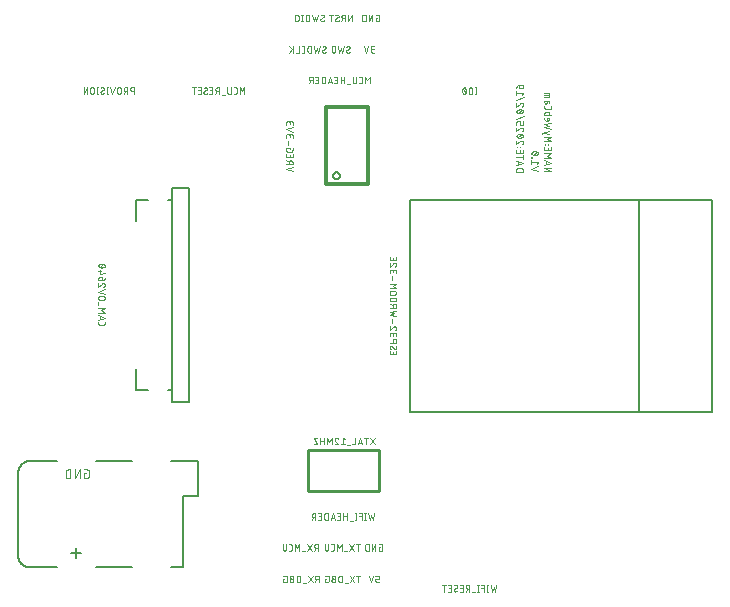
<source format=gbr>
G04 EAGLE Gerber RS-274X export*
G75*
%MOMM*%
%FSLAX34Y34*%
%LPD*%
%INSilkscreen Bottom*%
%IPPOS*%
%AMOC8*
5,1,8,0,0,1.08239X$1,22.5*%
G01*
%ADD10C,0.050800*%
%ADD11C,0.127000*%
%ADD12C,0.304800*%
%ADD13C,0.203200*%
%ADD14C,0.254000*%
%ADD15C,0.177800*%
%ADD16C,0.076200*%


D10*
X257249Y477266D02*
X257249Y482854D01*
X254144Y477266D01*
X254144Y482854D01*
X251361Y482854D02*
X251361Y477266D01*
X251361Y482854D02*
X249808Y482854D01*
X249731Y482852D01*
X249653Y482846D01*
X249577Y482837D01*
X249500Y482823D01*
X249425Y482806D01*
X249351Y482785D01*
X249277Y482760D01*
X249205Y482732D01*
X249135Y482700D01*
X249066Y482665D01*
X248999Y482626D01*
X248934Y482584D01*
X248871Y482539D01*
X248810Y482491D01*
X248752Y482440D01*
X248697Y482386D01*
X248644Y482329D01*
X248595Y482270D01*
X248548Y482208D01*
X248504Y482144D01*
X248464Y482078D01*
X248427Y482010D01*
X248393Y481940D01*
X248363Y481869D01*
X248337Y481796D01*
X248314Y481722D01*
X248295Y481647D01*
X248280Y481572D01*
X248268Y481495D01*
X248260Y481418D01*
X248256Y481341D01*
X248256Y481263D01*
X248260Y481186D01*
X248268Y481109D01*
X248280Y481032D01*
X248295Y480957D01*
X248314Y480882D01*
X248337Y480808D01*
X248363Y480735D01*
X248393Y480664D01*
X248427Y480594D01*
X248464Y480526D01*
X248504Y480460D01*
X248548Y480396D01*
X248595Y480334D01*
X248644Y480275D01*
X248697Y480218D01*
X248752Y480164D01*
X248810Y480113D01*
X248871Y480065D01*
X248934Y480020D01*
X248999Y479978D01*
X249066Y479939D01*
X249135Y479904D01*
X249205Y479872D01*
X249277Y479844D01*
X249351Y479819D01*
X249425Y479798D01*
X249500Y479781D01*
X249577Y479767D01*
X249653Y479758D01*
X249731Y479752D01*
X249808Y479750D01*
X251361Y479750D01*
X249498Y479750D02*
X248256Y477266D01*
X244231Y477266D02*
X244161Y477268D01*
X244092Y477274D01*
X244023Y477284D01*
X243955Y477297D01*
X243887Y477315D01*
X243821Y477336D01*
X243756Y477361D01*
X243692Y477389D01*
X243630Y477421D01*
X243570Y477456D01*
X243512Y477495D01*
X243457Y477537D01*
X243403Y477582D01*
X243353Y477630D01*
X243305Y477680D01*
X243260Y477734D01*
X243218Y477789D01*
X243179Y477847D01*
X243144Y477907D01*
X243112Y477969D01*
X243084Y478033D01*
X243059Y478098D01*
X243038Y478164D01*
X243020Y478232D01*
X243007Y478300D01*
X242997Y478369D01*
X242991Y478438D01*
X242989Y478508D01*
X244231Y477266D02*
X244330Y477268D01*
X244428Y477273D01*
X244526Y477283D01*
X244624Y477296D01*
X244721Y477312D01*
X244818Y477332D01*
X244913Y477356D01*
X245008Y477384D01*
X245102Y477415D01*
X245194Y477449D01*
X245285Y477487D01*
X245375Y477528D01*
X245463Y477573D01*
X245549Y477621D01*
X245633Y477672D01*
X245715Y477726D01*
X245796Y477784D01*
X245874Y477844D01*
X245949Y477907D01*
X246023Y477973D01*
X246093Y478042D01*
X245938Y481612D02*
X245936Y481682D01*
X245930Y481751D01*
X245920Y481820D01*
X245907Y481888D01*
X245889Y481956D01*
X245868Y482022D01*
X245843Y482087D01*
X245815Y482151D01*
X245783Y482213D01*
X245748Y482273D01*
X245709Y482331D01*
X245667Y482386D01*
X245622Y482440D01*
X245574Y482490D01*
X245524Y482538D01*
X245470Y482583D01*
X245415Y482625D01*
X245357Y482664D01*
X245297Y482699D01*
X245235Y482731D01*
X245171Y482759D01*
X245106Y482784D01*
X245040Y482805D01*
X244972Y482823D01*
X244904Y482836D01*
X244835Y482846D01*
X244766Y482852D01*
X244696Y482854D01*
X244602Y482852D01*
X244509Y482846D01*
X244416Y482837D01*
X244323Y482824D01*
X244231Y482807D01*
X244140Y482787D01*
X244049Y482762D01*
X243960Y482735D01*
X243872Y482703D01*
X243785Y482668D01*
X243699Y482630D01*
X243616Y482588D01*
X243533Y482543D01*
X243453Y482495D01*
X243375Y482443D01*
X243299Y482388D01*
X245317Y480526D02*
X245376Y480562D01*
X245432Y480602D01*
X245486Y480645D01*
X245538Y480690D01*
X245587Y480739D01*
X245633Y480790D01*
X245676Y480843D01*
X245717Y480899D01*
X245754Y480957D01*
X245789Y481017D01*
X245819Y481078D01*
X245847Y481141D01*
X245871Y481206D01*
X245891Y481272D01*
X245908Y481339D01*
X245921Y481406D01*
X245930Y481474D01*
X245936Y481543D01*
X245938Y481612D01*
X243610Y479594D02*
X243551Y479558D01*
X243495Y479518D01*
X243441Y479475D01*
X243389Y479430D01*
X243340Y479381D01*
X243294Y479330D01*
X243251Y479277D01*
X243210Y479221D01*
X243173Y479163D01*
X243138Y479104D01*
X243108Y479042D01*
X243080Y478979D01*
X243056Y478914D01*
X243036Y478848D01*
X243019Y478781D01*
X243006Y478714D01*
X242997Y478646D01*
X242991Y478577D01*
X242989Y478508D01*
X243610Y479594D02*
X245317Y480526D01*
X239603Y482854D02*
X239603Y477266D01*
X241156Y482854D02*
X238051Y482854D01*
X277350Y480370D02*
X278281Y480370D01*
X277350Y480370D02*
X277350Y477266D01*
X279213Y477266D01*
X279283Y477268D01*
X279352Y477274D01*
X279421Y477284D01*
X279489Y477297D01*
X279557Y477315D01*
X279623Y477336D01*
X279688Y477361D01*
X279752Y477389D01*
X279814Y477421D01*
X279874Y477456D01*
X279932Y477495D01*
X279987Y477537D01*
X280041Y477582D01*
X280091Y477630D01*
X280139Y477680D01*
X280184Y477734D01*
X280226Y477789D01*
X280265Y477847D01*
X280300Y477907D01*
X280332Y477969D01*
X280360Y478033D01*
X280385Y478098D01*
X280406Y478164D01*
X280424Y478232D01*
X280437Y478300D01*
X280447Y478369D01*
X280453Y478438D01*
X280455Y478508D01*
X280454Y478508D02*
X280454Y481612D01*
X280455Y481612D02*
X280453Y481682D01*
X280447Y481751D01*
X280437Y481820D01*
X280424Y481888D01*
X280406Y481956D01*
X280385Y482022D01*
X280360Y482087D01*
X280332Y482151D01*
X280300Y482213D01*
X280265Y482273D01*
X280226Y482331D01*
X280184Y482386D01*
X280139Y482440D01*
X280091Y482490D01*
X280041Y482538D01*
X279987Y482583D01*
X279932Y482625D01*
X279874Y482664D01*
X279814Y482699D01*
X279752Y482731D01*
X279688Y482759D01*
X279623Y482784D01*
X279557Y482805D01*
X279489Y482823D01*
X279421Y482836D01*
X279352Y482846D01*
X279283Y482852D01*
X279213Y482854D01*
X277350Y482854D01*
X274602Y482854D02*
X274602Y477266D01*
X271498Y477266D02*
X274602Y482854D01*
X271498Y482854D02*
X271498Y477266D01*
X268750Y477266D02*
X268750Y482854D01*
X267198Y482854D01*
X267122Y482852D01*
X267046Y482847D01*
X266970Y482837D01*
X266895Y482824D01*
X266821Y482807D01*
X266747Y482787D01*
X266675Y482763D01*
X266604Y482736D01*
X266534Y482705D01*
X266466Y482671D01*
X266400Y482633D01*
X266336Y482592D01*
X266273Y482549D01*
X266213Y482502D01*
X266156Y482452D01*
X266101Y482399D01*
X266048Y482344D01*
X265998Y482287D01*
X265951Y482227D01*
X265908Y482164D01*
X265867Y482100D01*
X265829Y482034D01*
X265795Y481966D01*
X265764Y481896D01*
X265737Y481825D01*
X265713Y481753D01*
X265693Y481679D01*
X265676Y481605D01*
X265663Y481530D01*
X265653Y481454D01*
X265648Y481378D01*
X265646Y481302D01*
X265646Y478818D01*
X265648Y478742D01*
X265653Y478666D01*
X265663Y478590D01*
X265676Y478515D01*
X265693Y478441D01*
X265713Y478367D01*
X265737Y478295D01*
X265764Y478224D01*
X265795Y478154D01*
X265829Y478086D01*
X265867Y478020D01*
X265908Y477956D01*
X265951Y477893D01*
X265998Y477833D01*
X266048Y477776D01*
X266101Y477721D01*
X266156Y477668D01*
X266213Y477618D01*
X266273Y477571D01*
X266336Y477528D01*
X266400Y477487D01*
X266466Y477449D01*
X266534Y477415D01*
X266604Y477384D01*
X266675Y477357D01*
X266747Y477333D01*
X266821Y477313D01*
X266895Y477296D01*
X266970Y477283D01*
X267046Y477273D01*
X267122Y477268D01*
X267198Y477266D01*
X268750Y477266D01*
X231658Y477206D02*
X231588Y477208D01*
X231519Y477214D01*
X231450Y477224D01*
X231382Y477237D01*
X231314Y477255D01*
X231248Y477276D01*
X231183Y477301D01*
X231119Y477329D01*
X231057Y477361D01*
X230997Y477396D01*
X230939Y477435D01*
X230884Y477477D01*
X230830Y477522D01*
X230780Y477570D01*
X230732Y477620D01*
X230687Y477674D01*
X230645Y477729D01*
X230606Y477787D01*
X230571Y477847D01*
X230539Y477909D01*
X230511Y477973D01*
X230486Y478038D01*
X230465Y478104D01*
X230447Y478172D01*
X230434Y478240D01*
X230424Y478309D01*
X230418Y478378D01*
X230416Y478448D01*
X231658Y477206D02*
X231757Y477208D01*
X231855Y477213D01*
X231953Y477223D01*
X232051Y477236D01*
X232148Y477252D01*
X232245Y477272D01*
X232340Y477296D01*
X232435Y477324D01*
X232529Y477355D01*
X232621Y477389D01*
X232712Y477427D01*
X232802Y477468D01*
X232890Y477513D01*
X232976Y477561D01*
X233060Y477612D01*
X233142Y477666D01*
X233223Y477724D01*
X233301Y477784D01*
X233376Y477847D01*
X233450Y477913D01*
X233520Y477982D01*
X233366Y481552D02*
X233364Y481622D01*
X233358Y481691D01*
X233348Y481760D01*
X233335Y481828D01*
X233317Y481896D01*
X233296Y481962D01*
X233271Y482027D01*
X233243Y482091D01*
X233211Y482153D01*
X233176Y482213D01*
X233137Y482271D01*
X233095Y482326D01*
X233050Y482380D01*
X233002Y482430D01*
X232952Y482478D01*
X232898Y482523D01*
X232843Y482565D01*
X232785Y482604D01*
X232725Y482639D01*
X232663Y482671D01*
X232599Y482699D01*
X232534Y482724D01*
X232468Y482745D01*
X232400Y482763D01*
X232332Y482776D01*
X232263Y482786D01*
X232194Y482792D01*
X232124Y482794D01*
X232030Y482792D01*
X231937Y482786D01*
X231844Y482777D01*
X231751Y482764D01*
X231659Y482747D01*
X231568Y482727D01*
X231477Y482702D01*
X231388Y482675D01*
X231300Y482643D01*
X231213Y482608D01*
X231127Y482570D01*
X231044Y482528D01*
X230961Y482483D01*
X230881Y482435D01*
X230803Y482383D01*
X230727Y482328D01*
X232744Y480466D02*
X232803Y480502D01*
X232859Y480542D01*
X232913Y480585D01*
X232965Y480630D01*
X233014Y480679D01*
X233060Y480730D01*
X233103Y480783D01*
X233144Y480839D01*
X233181Y480897D01*
X233216Y480957D01*
X233246Y481018D01*
X233274Y481081D01*
X233298Y481146D01*
X233318Y481212D01*
X233335Y481279D01*
X233348Y481346D01*
X233357Y481414D01*
X233363Y481483D01*
X233365Y481552D01*
X231037Y479534D02*
X230978Y479498D01*
X230922Y479458D01*
X230868Y479415D01*
X230816Y479370D01*
X230767Y479321D01*
X230721Y479270D01*
X230678Y479217D01*
X230637Y479161D01*
X230600Y479103D01*
X230565Y479044D01*
X230535Y478982D01*
X230507Y478919D01*
X230483Y478854D01*
X230463Y478788D01*
X230446Y478721D01*
X230433Y478654D01*
X230424Y478586D01*
X230418Y478517D01*
X230416Y478448D01*
X231037Y479534D02*
X232745Y480466D01*
X228417Y482794D02*
X227175Y477206D01*
X225933Y480931D01*
X224692Y477206D01*
X223450Y482794D01*
X221085Y482794D02*
X221085Y477206D01*
X221085Y482794D02*
X219533Y482794D01*
X219457Y482792D01*
X219381Y482787D01*
X219305Y482777D01*
X219230Y482764D01*
X219156Y482747D01*
X219082Y482727D01*
X219010Y482703D01*
X218939Y482676D01*
X218869Y482645D01*
X218801Y482611D01*
X218735Y482573D01*
X218671Y482532D01*
X218608Y482489D01*
X218548Y482442D01*
X218491Y482392D01*
X218436Y482339D01*
X218383Y482284D01*
X218333Y482227D01*
X218286Y482167D01*
X218243Y482104D01*
X218202Y482040D01*
X218164Y481974D01*
X218130Y481906D01*
X218099Y481836D01*
X218072Y481765D01*
X218048Y481693D01*
X218028Y481619D01*
X218011Y481545D01*
X217998Y481470D01*
X217988Y481394D01*
X217983Y481318D01*
X217981Y481242D01*
X217980Y481242D02*
X217980Y478758D01*
X217981Y478758D02*
X217983Y478682D01*
X217988Y478606D01*
X217998Y478530D01*
X218011Y478455D01*
X218028Y478381D01*
X218048Y478307D01*
X218072Y478235D01*
X218099Y478164D01*
X218130Y478094D01*
X218164Y478026D01*
X218202Y477960D01*
X218243Y477896D01*
X218286Y477833D01*
X218333Y477773D01*
X218383Y477716D01*
X218436Y477661D01*
X218491Y477608D01*
X218548Y477558D01*
X218608Y477511D01*
X218671Y477468D01*
X218735Y477427D01*
X218801Y477389D01*
X218869Y477355D01*
X218939Y477324D01*
X219010Y477297D01*
X219082Y477273D01*
X219156Y477253D01*
X219230Y477236D01*
X219305Y477223D01*
X219381Y477213D01*
X219457Y477208D01*
X219533Y477206D01*
X221085Y477206D01*
X214961Y477206D02*
X214961Y482794D01*
X215582Y477206D02*
X214340Y477206D01*
X214340Y482794D02*
X215582Y482794D01*
X212124Y481242D02*
X212124Y478758D01*
X212124Y481242D02*
X212122Y481319D01*
X212116Y481397D01*
X212107Y481473D01*
X212093Y481550D01*
X212076Y481625D01*
X212055Y481699D01*
X212030Y481773D01*
X212002Y481845D01*
X211970Y481915D01*
X211935Y481984D01*
X211896Y482051D01*
X211854Y482116D01*
X211809Y482179D01*
X211761Y482240D01*
X211710Y482298D01*
X211656Y482353D01*
X211599Y482406D01*
X211540Y482455D01*
X211478Y482502D01*
X211414Y482546D01*
X211348Y482586D01*
X211280Y482623D01*
X211210Y482657D01*
X211139Y482687D01*
X211066Y482713D01*
X210992Y482736D01*
X210917Y482755D01*
X210842Y482770D01*
X210765Y482782D01*
X210688Y482790D01*
X210611Y482794D01*
X210533Y482794D01*
X210456Y482790D01*
X210379Y482782D01*
X210302Y482770D01*
X210227Y482755D01*
X210152Y482736D01*
X210078Y482713D01*
X210005Y482687D01*
X209934Y482657D01*
X209864Y482623D01*
X209796Y482586D01*
X209730Y482546D01*
X209666Y482502D01*
X209604Y482455D01*
X209545Y482406D01*
X209488Y482353D01*
X209434Y482298D01*
X209383Y482240D01*
X209335Y482179D01*
X209290Y482116D01*
X209248Y482051D01*
X209209Y481984D01*
X209174Y481915D01*
X209142Y481845D01*
X209114Y481773D01*
X209089Y481699D01*
X209068Y481625D01*
X209051Y481550D01*
X209037Y481473D01*
X209028Y481397D01*
X209022Y481319D01*
X209020Y481242D01*
X209019Y481242D02*
X209019Y478758D01*
X209020Y478758D02*
X209022Y478681D01*
X209028Y478603D01*
X209037Y478527D01*
X209051Y478450D01*
X209068Y478375D01*
X209089Y478301D01*
X209114Y478227D01*
X209142Y478155D01*
X209174Y478085D01*
X209209Y478016D01*
X209248Y477949D01*
X209290Y477884D01*
X209335Y477821D01*
X209383Y477760D01*
X209434Y477702D01*
X209488Y477647D01*
X209545Y477594D01*
X209604Y477545D01*
X209666Y477498D01*
X209730Y477454D01*
X209796Y477414D01*
X209864Y477377D01*
X209934Y477343D01*
X210005Y477313D01*
X210078Y477287D01*
X210152Y477264D01*
X210227Y477245D01*
X210302Y477230D01*
X210379Y477218D01*
X210456Y477210D01*
X210533Y477206D01*
X210611Y477206D01*
X210688Y477210D01*
X210765Y477218D01*
X210842Y477230D01*
X210917Y477245D01*
X210992Y477264D01*
X211066Y477287D01*
X211139Y477313D01*
X211210Y477343D01*
X211280Y477377D01*
X211348Y477414D01*
X211414Y477454D01*
X211478Y477498D01*
X211540Y477545D01*
X211599Y477594D01*
X211656Y477647D01*
X211710Y477702D01*
X211761Y477760D01*
X211809Y477821D01*
X211854Y477884D01*
X211896Y477949D01*
X211935Y478016D01*
X211970Y478085D01*
X212002Y478155D01*
X212030Y478227D01*
X212055Y478301D01*
X212076Y478375D01*
X212093Y478450D01*
X212107Y478527D01*
X212116Y478603D01*
X212122Y478681D01*
X212124Y478758D01*
X274678Y450596D02*
X276231Y450596D01*
X274678Y450596D02*
X274601Y450598D01*
X274523Y450604D01*
X274447Y450613D01*
X274370Y450627D01*
X274295Y450644D01*
X274221Y450665D01*
X274147Y450690D01*
X274075Y450718D01*
X274005Y450750D01*
X273936Y450785D01*
X273869Y450824D01*
X273804Y450866D01*
X273741Y450911D01*
X273680Y450959D01*
X273622Y451010D01*
X273567Y451064D01*
X273514Y451121D01*
X273465Y451180D01*
X273418Y451242D01*
X273374Y451306D01*
X273334Y451372D01*
X273297Y451440D01*
X273263Y451510D01*
X273233Y451581D01*
X273207Y451654D01*
X273184Y451728D01*
X273165Y451803D01*
X273150Y451878D01*
X273138Y451955D01*
X273130Y452032D01*
X273126Y452109D01*
X273126Y452187D01*
X273130Y452264D01*
X273138Y452341D01*
X273150Y452418D01*
X273165Y452493D01*
X273184Y452568D01*
X273207Y452642D01*
X273233Y452715D01*
X273263Y452786D01*
X273297Y452856D01*
X273334Y452924D01*
X273374Y452990D01*
X273418Y453054D01*
X273465Y453116D01*
X273514Y453175D01*
X273567Y453232D01*
X273622Y453286D01*
X273680Y453337D01*
X273741Y453385D01*
X273804Y453430D01*
X273869Y453472D01*
X273936Y453511D01*
X274005Y453546D01*
X274075Y453578D01*
X274147Y453606D01*
X274221Y453631D01*
X274295Y453652D01*
X274370Y453669D01*
X274447Y453683D01*
X274523Y453692D01*
X274601Y453698D01*
X274678Y453700D01*
X274368Y456184D02*
X276231Y456184D01*
X274368Y456184D02*
X274298Y456182D01*
X274229Y456176D01*
X274160Y456166D01*
X274092Y456153D01*
X274024Y456135D01*
X273958Y456114D01*
X273893Y456089D01*
X273829Y456061D01*
X273767Y456029D01*
X273707Y455994D01*
X273649Y455955D01*
X273594Y455913D01*
X273540Y455868D01*
X273490Y455820D01*
X273442Y455770D01*
X273397Y455716D01*
X273355Y455661D01*
X273316Y455603D01*
X273281Y455543D01*
X273249Y455481D01*
X273221Y455417D01*
X273196Y455352D01*
X273175Y455286D01*
X273157Y455218D01*
X273144Y455150D01*
X273134Y455081D01*
X273128Y455012D01*
X273126Y454942D01*
X273128Y454872D01*
X273134Y454803D01*
X273144Y454734D01*
X273157Y454666D01*
X273175Y454598D01*
X273196Y454532D01*
X273221Y454467D01*
X273249Y454403D01*
X273281Y454341D01*
X273316Y454281D01*
X273355Y454223D01*
X273397Y454168D01*
X273442Y454114D01*
X273490Y454064D01*
X273540Y454016D01*
X273594Y453971D01*
X273649Y453929D01*
X273707Y453890D01*
X273767Y453855D01*
X273829Y453823D01*
X273893Y453795D01*
X273958Y453770D01*
X274024Y453749D01*
X274092Y453731D01*
X274160Y453718D01*
X274229Y453708D01*
X274298Y453702D01*
X274368Y453700D01*
X275610Y453700D01*
X271055Y456184D02*
X269192Y450596D01*
X267329Y456184D01*
X253466Y450596D02*
X253396Y450598D01*
X253327Y450604D01*
X253258Y450614D01*
X253190Y450627D01*
X253122Y450645D01*
X253056Y450666D01*
X252991Y450691D01*
X252927Y450719D01*
X252865Y450751D01*
X252805Y450786D01*
X252747Y450825D01*
X252692Y450867D01*
X252638Y450912D01*
X252588Y450960D01*
X252540Y451010D01*
X252495Y451064D01*
X252453Y451119D01*
X252414Y451177D01*
X252379Y451237D01*
X252347Y451299D01*
X252319Y451363D01*
X252294Y451428D01*
X252273Y451494D01*
X252255Y451562D01*
X252242Y451630D01*
X252232Y451699D01*
X252226Y451768D01*
X252224Y451838D01*
X253466Y450596D02*
X253565Y450598D01*
X253663Y450603D01*
X253761Y450613D01*
X253859Y450626D01*
X253956Y450642D01*
X254053Y450662D01*
X254148Y450686D01*
X254243Y450714D01*
X254337Y450745D01*
X254429Y450779D01*
X254520Y450817D01*
X254610Y450858D01*
X254698Y450903D01*
X254784Y450951D01*
X254868Y451002D01*
X254950Y451056D01*
X255031Y451114D01*
X255109Y451174D01*
X255184Y451237D01*
X255258Y451303D01*
X255328Y451372D01*
X255174Y454942D02*
X255172Y455012D01*
X255166Y455081D01*
X255156Y455150D01*
X255143Y455218D01*
X255125Y455286D01*
X255104Y455352D01*
X255079Y455417D01*
X255051Y455481D01*
X255019Y455543D01*
X254984Y455603D01*
X254945Y455661D01*
X254903Y455716D01*
X254858Y455770D01*
X254810Y455820D01*
X254760Y455868D01*
X254706Y455913D01*
X254651Y455955D01*
X254593Y455994D01*
X254533Y456029D01*
X254471Y456061D01*
X254407Y456089D01*
X254342Y456114D01*
X254276Y456135D01*
X254208Y456153D01*
X254140Y456166D01*
X254071Y456176D01*
X254002Y456182D01*
X253932Y456184D01*
X253838Y456182D01*
X253745Y456176D01*
X253652Y456167D01*
X253559Y456154D01*
X253467Y456137D01*
X253376Y456117D01*
X253285Y456092D01*
X253196Y456065D01*
X253108Y456033D01*
X253021Y455998D01*
X252935Y455960D01*
X252852Y455918D01*
X252769Y455873D01*
X252689Y455825D01*
X252611Y455773D01*
X252535Y455718D01*
X254552Y453856D02*
X254611Y453892D01*
X254667Y453932D01*
X254721Y453975D01*
X254773Y454020D01*
X254822Y454069D01*
X254868Y454120D01*
X254911Y454173D01*
X254952Y454229D01*
X254989Y454287D01*
X255024Y454347D01*
X255054Y454408D01*
X255082Y454471D01*
X255106Y454536D01*
X255126Y454602D01*
X255143Y454669D01*
X255156Y454736D01*
X255165Y454804D01*
X255171Y454873D01*
X255173Y454942D01*
X252845Y452924D02*
X252786Y452888D01*
X252730Y452848D01*
X252676Y452805D01*
X252624Y452760D01*
X252575Y452711D01*
X252529Y452660D01*
X252486Y452607D01*
X252445Y452551D01*
X252408Y452493D01*
X252373Y452434D01*
X252343Y452372D01*
X252315Y452309D01*
X252291Y452244D01*
X252271Y452178D01*
X252254Y452111D01*
X252241Y452044D01*
X252232Y451976D01*
X252226Y451907D01*
X252224Y451838D01*
X252845Y452924D02*
X254553Y453856D01*
X250225Y456184D02*
X248983Y450596D01*
X247741Y454321D01*
X246500Y450596D01*
X245258Y456184D01*
X243076Y454632D02*
X243076Y452148D01*
X243076Y454632D02*
X243074Y454709D01*
X243068Y454787D01*
X243059Y454863D01*
X243045Y454940D01*
X243028Y455015D01*
X243007Y455089D01*
X242982Y455163D01*
X242954Y455235D01*
X242922Y455305D01*
X242887Y455374D01*
X242848Y455441D01*
X242806Y455506D01*
X242761Y455569D01*
X242713Y455630D01*
X242662Y455688D01*
X242608Y455743D01*
X242551Y455796D01*
X242492Y455845D01*
X242430Y455892D01*
X242366Y455936D01*
X242300Y455976D01*
X242232Y456013D01*
X242162Y456047D01*
X242091Y456077D01*
X242018Y456103D01*
X241944Y456126D01*
X241869Y456145D01*
X241794Y456160D01*
X241717Y456172D01*
X241640Y456180D01*
X241563Y456184D01*
X241485Y456184D01*
X241408Y456180D01*
X241331Y456172D01*
X241254Y456160D01*
X241179Y456145D01*
X241104Y456126D01*
X241030Y456103D01*
X240957Y456077D01*
X240886Y456047D01*
X240816Y456013D01*
X240748Y455976D01*
X240682Y455936D01*
X240618Y455892D01*
X240556Y455845D01*
X240497Y455796D01*
X240440Y455743D01*
X240386Y455688D01*
X240335Y455630D01*
X240287Y455569D01*
X240242Y455506D01*
X240200Y455441D01*
X240161Y455374D01*
X240126Y455305D01*
X240094Y455235D01*
X240066Y455163D01*
X240041Y455089D01*
X240020Y455015D01*
X240003Y454940D01*
X239989Y454863D01*
X239980Y454787D01*
X239974Y454709D01*
X239972Y454632D01*
X239971Y454632D02*
X239971Y452148D01*
X239972Y452148D02*
X239974Y452071D01*
X239980Y451993D01*
X239989Y451917D01*
X240003Y451840D01*
X240020Y451765D01*
X240041Y451691D01*
X240066Y451617D01*
X240094Y451545D01*
X240126Y451475D01*
X240161Y451406D01*
X240200Y451339D01*
X240242Y451274D01*
X240287Y451211D01*
X240335Y451150D01*
X240386Y451092D01*
X240440Y451037D01*
X240497Y450984D01*
X240556Y450935D01*
X240618Y450888D01*
X240682Y450844D01*
X240748Y450804D01*
X240816Y450767D01*
X240886Y450733D01*
X240957Y450703D01*
X241030Y450677D01*
X241104Y450654D01*
X241179Y450635D01*
X241254Y450620D01*
X241331Y450608D01*
X241408Y450600D01*
X241485Y450596D01*
X241563Y450596D01*
X241640Y450600D01*
X241717Y450608D01*
X241794Y450620D01*
X241869Y450635D01*
X241944Y450654D01*
X242018Y450677D01*
X242091Y450703D01*
X242162Y450733D01*
X242232Y450767D01*
X242300Y450804D01*
X242366Y450844D01*
X242430Y450888D01*
X242492Y450935D01*
X242551Y450984D01*
X242608Y451037D01*
X242662Y451092D01*
X242713Y451150D01*
X242761Y451211D01*
X242806Y451274D01*
X242848Y451339D01*
X242887Y451406D01*
X242922Y451475D01*
X242954Y451545D01*
X242982Y451617D01*
X243007Y451691D01*
X243028Y451765D01*
X243045Y451840D01*
X243059Y451917D01*
X243068Y451993D01*
X243074Y452071D01*
X243076Y452148D01*
X233248Y450596D02*
X233178Y450598D01*
X233109Y450604D01*
X233040Y450614D01*
X232972Y450627D01*
X232904Y450645D01*
X232838Y450666D01*
X232773Y450691D01*
X232709Y450719D01*
X232647Y450751D01*
X232587Y450786D01*
X232529Y450825D01*
X232474Y450867D01*
X232420Y450912D01*
X232370Y450960D01*
X232322Y451010D01*
X232277Y451064D01*
X232235Y451119D01*
X232196Y451177D01*
X232161Y451237D01*
X232129Y451299D01*
X232101Y451363D01*
X232076Y451428D01*
X232055Y451494D01*
X232037Y451562D01*
X232024Y451630D01*
X232014Y451699D01*
X232008Y451768D01*
X232006Y451838D01*
X233248Y450596D02*
X233347Y450598D01*
X233445Y450603D01*
X233543Y450613D01*
X233641Y450626D01*
X233738Y450642D01*
X233835Y450662D01*
X233930Y450686D01*
X234025Y450714D01*
X234119Y450745D01*
X234211Y450779D01*
X234302Y450817D01*
X234392Y450858D01*
X234480Y450903D01*
X234566Y450951D01*
X234650Y451002D01*
X234732Y451056D01*
X234813Y451114D01*
X234891Y451174D01*
X234966Y451237D01*
X235040Y451303D01*
X235110Y451372D01*
X234956Y454942D02*
X234954Y455012D01*
X234948Y455081D01*
X234938Y455150D01*
X234925Y455218D01*
X234907Y455286D01*
X234886Y455352D01*
X234861Y455417D01*
X234833Y455481D01*
X234801Y455543D01*
X234766Y455603D01*
X234727Y455661D01*
X234685Y455716D01*
X234640Y455770D01*
X234592Y455820D01*
X234542Y455868D01*
X234488Y455913D01*
X234433Y455955D01*
X234375Y455994D01*
X234315Y456029D01*
X234253Y456061D01*
X234189Y456089D01*
X234124Y456114D01*
X234058Y456135D01*
X233990Y456153D01*
X233922Y456166D01*
X233853Y456176D01*
X233784Y456182D01*
X233714Y456184D01*
X233620Y456182D01*
X233527Y456176D01*
X233434Y456167D01*
X233341Y456154D01*
X233249Y456137D01*
X233158Y456117D01*
X233067Y456092D01*
X232978Y456065D01*
X232890Y456033D01*
X232803Y455998D01*
X232717Y455960D01*
X232634Y455918D01*
X232551Y455873D01*
X232471Y455825D01*
X232393Y455773D01*
X232317Y455718D01*
X234335Y453856D02*
X234394Y453892D01*
X234450Y453932D01*
X234504Y453975D01*
X234556Y454020D01*
X234605Y454069D01*
X234651Y454120D01*
X234694Y454173D01*
X234735Y454229D01*
X234772Y454287D01*
X234807Y454347D01*
X234837Y454408D01*
X234865Y454471D01*
X234889Y454536D01*
X234909Y454602D01*
X234926Y454669D01*
X234939Y454736D01*
X234948Y454804D01*
X234954Y454873D01*
X234956Y454942D01*
X232628Y452924D02*
X232569Y452888D01*
X232513Y452848D01*
X232459Y452805D01*
X232407Y452760D01*
X232358Y452711D01*
X232312Y452660D01*
X232269Y452607D01*
X232228Y452551D01*
X232191Y452493D01*
X232156Y452434D01*
X232126Y452372D01*
X232098Y452309D01*
X232074Y452244D01*
X232054Y452178D01*
X232037Y452111D01*
X232024Y452044D01*
X232015Y451976D01*
X232009Y451907D01*
X232007Y451838D01*
X232628Y452924D02*
X234335Y453856D01*
X230007Y456184D02*
X228766Y450596D01*
X227524Y454321D01*
X226282Y450596D01*
X225040Y456184D01*
X222675Y456184D02*
X222675Y450596D01*
X222675Y456184D02*
X221123Y456184D01*
X221047Y456182D01*
X220971Y456177D01*
X220895Y456167D01*
X220820Y456154D01*
X220746Y456137D01*
X220672Y456117D01*
X220600Y456093D01*
X220529Y456066D01*
X220459Y456035D01*
X220391Y456001D01*
X220325Y455963D01*
X220261Y455922D01*
X220198Y455879D01*
X220138Y455832D01*
X220081Y455782D01*
X220026Y455729D01*
X219973Y455674D01*
X219923Y455617D01*
X219876Y455557D01*
X219833Y455494D01*
X219792Y455430D01*
X219754Y455364D01*
X219720Y455296D01*
X219689Y455226D01*
X219662Y455155D01*
X219638Y455083D01*
X219618Y455009D01*
X219601Y454935D01*
X219588Y454860D01*
X219578Y454784D01*
X219573Y454708D01*
X219571Y454632D01*
X219571Y452148D01*
X219573Y452072D01*
X219578Y451996D01*
X219588Y451920D01*
X219601Y451845D01*
X219618Y451771D01*
X219638Y451697D01*
X219662Y451625D01*
X219689Y451554D01*
X219720Y451484D01*
X219754Y451416D01*
X219792Y451350D01*
X219833Y451286D01*
X219876Y451223D01*
X219923Y451163D01*
X219973Y451106D01*
X220026Y451051D01*
X220081Y450998D01*
X220138Y450948D01*
X220198Y450901D01*
X220261Y450858D01*
X220325Y450817D01*
X220391Y450779D01*
X220459Y450745D01*
X220529Y450714D01*
X220600Y450687D01*
X220672Y450663D01*
X220746Y450643D01*
X220820Y450626D01*
X220895Y450613D01*
X220971Y450603D01*
X221047Y450598D01*
X221123Y450596D01*
X222675Y450596D01*
X215781Y450596D02*
X214539Y450596D01*
X215781Y450596D02*
X215851Y450598D01*
X215920Y450604D01*
X215989Y450614D01*
X216057Y450627D01*
X216125Y450645D01*
X216191Y450666D01*
X216256Y450691D01*
X216320Y450719D01*
X216382Y450751D01*
X216442Y450786D01*
X216500Y450825D01*
X216555Y450867D01*
X216609Y450912D01*
X216659Y450960D01*
X216707Y451010D01*
X216752Y451064D01*
X216794Y451119D01*
X216833Y451177D01*
X216868Y451237D01*
X216900Y451299D01*
X216928Y451363D01*
X216953Y451428D01*
X216974Y451494D01*
X216992Y451562D01*
X217005Y451630D01*
X217015Y451699D01*
X217021Y451768D01*
X217023Y451838D01*
X217022Y451838D02*
X217022Y454942D01*
X217023Y454942D02*
X217021Y455012D01*
X217015Y455081D01*
X217005Y455150D01*
X216992Y455218D01*
X216974Y455286D01*
X216953Y455352D01*
X216928Y455417D01*
X216900Y455481D01*
X216868Y455543D01*
X216833Y455603D01*
X216794Y455661D01*
X216752Y455716D01*
X216707Y455770D01*
X216659Y455820D01*
X216609Y455868D01*
X216555Y455913D01*
X216500Y455955D01*
X216442Y455994D01*
X216382Y456029D01*
X216320Y456061D01*
X216256Y456089D01*
X216191Y456114D01*
X216125Y456135D01*
X216057Y456153D01*
X215989Y456166D01*
X215920Y456176D01*
X215851Y456182D01*
X215781Y456184D01*
X214539Y456184D01*
X212240Y456184D02*
X212240Y450596D01*
X209757Y450596D01*
X207413Y450596D02*
X207413Y456184D01*
X204309Y456184D02*
X207413Y452769D01*
X206172Y454011D02*
X204309Y450596D01*
X279890Y32060D02*
X280821Y32060D01*
X279890Y32060D02*
X279890Y28956D01*
X281753Y28956D01*
X281823Y28958D01*
X281892Y28964D01*
X281961Y28974D01*
X282029Y28987D01*
X282097Y29005D01*
X282163Y29026D01*
X282228Y29051D01*
X282292Y29079D01*
X282354Y29111D01*
X282414Y29146D01*
X282472Y29185D01*
X282527Y29227D01*
X282581Y29272D01*
X282631Y29320D01*
X282679Y29370D01*
X282724Y29424D01*
X282766Y29479D01*
X282805Y29537D01*
X282840Y29597D01*
X282872Y29659D01*
X282900Y29723D01*
X282925Y29788D01*
X282946Y29854D01*
X282964Y29922D01*
X282977Y29990D01*
X282987Y30059D01*
X282993Y30128D01*
X282995Y30198D01*
X282994Y30198D02*
X282994Y33302D01*
X282995Y33302D02*
X282993Y33372D01*
X282987Y33441D01*
X282977Y33510D01*
X282964Y33578D01*
X282946Y33646D01*
X282925Y33712D01*
X282900Y33777D01*
X282872Y33841D01*
X282840Y33903D01*
X282805Y33963D01*
X282766Y34021D01*
X282724Y34076D01*
X282679Y34130D01*
X282631Y34180D01*
X282581Y34228D01*
X282527Y34273D01*
X282472Y34315D01*
X282414Y34354D01*
X282354Y34389D01*
X282292Y34421D01*
X282228Y34449D01*
X282163Y34474D01*
X282097Y34495D01*
X282029Y34513D01*
X281961Y34526D01*
X281892Y34536D01*
X281823Y34542D01*
X281753Y34544D01*
X279890Y34544D01*
X277142Y34544D02*
X277142Y28956D01*
X274038Y28956D02*
X277142Y34544D01*
X274038Y34544D02*
X274038Y28956D01*
X271290Y28956D02*
X271290Y34544D01*
X269738Y34544D01*
X269662Y34542D01*
X269586Y34537D01*
X269510Y34527D01*
X269435Y34514D01*
X269361Y34497D01*
X269287Y34477D01*
X269215Y34453D01*
X269144Y34426D01*
X269074Y34395D01*
X269006Y34361D01*
X268940Y34323D01*
X268876Y34282D01*
X268813Y34239D01*
X268753Y34192D01*
X268696Y34142D01*
X268641Y34089D01*
X268588Y34034D01*
X268538Y33977D01*
X268491Y33917D01*
X268448Y33854D01*
X268407Y33790D01*
X268369Y33724D01*
X268335Y33656D01*
X268304Y33586D01*
X268277Y33515D01*
X268253Y33443D01*
X268233Y33369D01*
X268216Y33295D01*
X268203Y33220D01*
X268193Y33144D01*
X268188Y33068D01*
X268186Y32992D01*
X268186Y30508D01*
X268188Y30432D01*
X268193Y30356D01*
X268203Y30280D01*
X268216Y30205D01*
X268233Y30131D01*
X268253Y30057D01*
X268277Y29985D01*
X268304Y29914D01*
X268335Y29844D01*
X268369Y29776D01*
X268407Y29710D01*
X268448Y29646D01*
X268491Y29583D01*
X268538Y29523D01*
X268588Y29466D01*
X268641Y29411D01*
X268696Y29358D01*
X268753Y29308D01*
X268813Y29261D01*
X268876Y29218D01*
X268940Y29177D01*
X269006Y29139D01*
X269074Y29105D01*
X269144Y29074D01*
X269215Y29047D01*
X269287Y29023D01*
X269361Y29003D01*
X269435Y28986D01*
X269510Y28973D01*
X269586Y28963D01*
X269662Y28958D01*
X269738Y28956D01*
X271290Y28956D01*
X278338Y2286D02*
X280201Y2286D01*
X278338Y2286D02*
X278268Y2288D01*
X278199Y2294D01*
X278130Y2304D01*
X278062Y2317D01*
X277994Y2335D01*
X277928Y2356D01*
X277863Y2381D01*
X277799Y2409D01*
X277737Y2441D01*
X277677Y2476D01*
X277619Y2515D01*
X277564Y2557D01*
X277510Y2602D01*
X277460Y2650D01*
X277412Y2700D01*
X277367Y2754D01*
X277325Y2809D01*
X277286Y2867D01*
X277251Y2927D01*
X277219Y2989D01*
X277191Y3053D01*
X277166Y3118D01*
X277145Y3184D01*
X277127Y3252D01*
X277114Y3320D01*
X277104Y3389D01*
X277098Y3458D01*
X277096Y3528D01*
X277096Y4149D01*
X277098Y4219D01*
X277104Y4288D01*
X277114Y4357D01*
X277127Y4425D01*
X277145Y4493D01*
X277166Y4559D01*
X277191Y4624D01*
X277219Y4688D01*
X277251Y4750D01*
X277286Y4810D01*
X277325Y4868D01*
X277367Y4923D01*
X277412Y4977D01*
X277460Y5027D01*
X277510Y5075D01*
X277564Y5120D01*
X277619Y5162D01*
X277677Y5201D01*
X277737Y5236D01*
X277799Y5268D01*
X277863Y5296D01*
X277928Y5321D01*
X277994Y5342D01*
X278062Y5360D01*
X278130Y5373D01*
X278199Y5383D01*
X278268Y5389D01*
X278338Y5391D01*
X278338Y5390D02*
X280201Y5390D01*
X280201Y7874D01*
X277096Y7874D01*
X275025Y7874D02*
X273162Y2286D01*
X271299Y7874D01*
X262087Y28956D02*
X262087Y34544D01*
X260535Y34544D02*
X263640Y34544D01*
X258829Y28956D02*
X255104Y34544D01*
X258829Y34544D02*
X255104Y28956D01*
X253271Y28335D02*
X250787Y28335D01*
X248405Y28956D02*
X248405Y34544D01*
X246543Y31440D01*
X244680Y34544D01*
X244680Y28956D01*
X240834Y28956D02*
X239593Y28956D01*
X240834Y28956D02*
X240904Y28958D01*
X240973Y28964D01*
X241042Y28974D01*
X241110Y28987D01*
X241178Y29005D01*
X241244Y29026D01*
X241309Y29051D01*
X241373Y29079D01*
X241435Y29111D01*
X241495Y29146D01*
X241553Y29185D01*
X241608Y29227D01*
X241662Y29272D01*
X241712Y29320D01*
X241760Y29370D01*
X241805Y29424D01*
X241847Y29479D01*
X241886Y29537D01*
X241921Y29597D01*
X241953Y29659D01*
X241981Y29723D01*
X242006Y29788D01*
X242027Y29854D01*
X242045Y29922D01*
X242058Y29990D01*
X242068Y30059D01*
X242074Y30128D01*
X242076Y30198D01*
X242076Y33302D01*
X242074Y33372D01*
X242068Y33441D01*
X242058Y33510D01*
X242045Y33578D01*
X242027Y33646D01*
X242006Y33712D01*
X241981Y33777D01*
X241953Y33841D01*
X241921Y33903D01*
X241886Y33963D01*
X241847Y34021D01*
X241805Y34076D01*
X241760Y34130D01*
X241712Y34180D01*
X241662Y34228D01*
X241608Y34273D01*
X241553Y34315D01*
X241495Y34354D01*
X241435Y34389D01*
X241373Y34421D01*
X241309Y34449D01*
X241244Y34474D01*
X241178Y34495D01*
X241110Y34513D01*
X241042Y34526D01*
X240973Y34536D01*
X240904Y34542D01*
X240834Y34544D01*
X239593Y34544D01*
X237305Y34544D02*
X237305Y30508D01*
X237303Y30431D01*
X237297Y30353D01*
X237288Y30277D01*
X237274Y30200D01*
X237257Y30125D01*
X237236Y30051D01*
X237211Y29977D01*
X237183Y29905D01*
X237151Y29835D01*
X237116Y29766D01*
X237077Y29699D01*
X237035Y29634D01*
X236990Y29571D01*
X236942Y29510D01*
X236891Y29452D01*
X236837Y29397D01*
X236780Y29344D01*
X236721Y29295D01*
X236659Y29248D01*
X236595Y29204D01*
X236529Y29164D01*
X236461Y29127D01*
X236391Y29093D01*
X236320Y29063D01*
X236247Y29037D01*
X236173Y29014D01*
X236098Y28995D01*
X236023Y28980D01*
X235946Y28968D01*
X235869Y28960D01*
X235792Y28956D01*
X235714Y28956D01*
X235637Y28960D01*
X235560Y28968D01*
X235483Y28980D01*
X235408Y28995D01*
X235333Y29014D01*
X235259Y29037D01*
X235186Y29063D01*
X235115Y29093D01*
X235045Y29127D01*
X234977Y29164D01*
X234911Y29204D01*
X234847Y29248D01*
X234785Y29295D01*
X234726Y29344D01*
X234669Y29397D01*
X234615Y29452D01*
X234564Y29510D01*
X234516Y29571D01*
X234471Y29634D01*
X234429Y29699D01*
X234390Y29766D01*
X234355Y29835D01*
X234323Y29905D01*
X234295Y29977D01*
X234270Y30051D01*
X234249Y30125D01*
X234232Y30200D01*
X234218Y30277D01*
X234209Y30353D01*
X234203Y30431D01*
X234201Y30508D01*
X234201Y34544D01*
X228244Y34544D02*
X228244Y28956D01*
X228244Y34544D02*
X226692Y34544D01*
X226615Y34542D01*
X226537Y34536D01*
X226461Y34527D01*
X226384Y34513D01*
X226309Y34496D01*
X226235Y34475D01*
X226161Y34450D01*
X226089Y34422D01*
X226019Y34390D01*
X225950Y34355D01*
X225883Y34316D01*
X225818Y34274D01*
X225755Y34229D01*
X225694Y34181D01*
X225636Y34130D01*
X225581Y34076D01*
X225528Y34019D01*
X225479Y33960D01*
X225432Y33898D01*
X225388Y33834D01*
X225348Y33768D01*
X225311Y33700D01*
X225277Y33630D01*
X225247Y33559D01*
X225221Y33486D01*
X225198Y33412D01*
X225179Y33337D01*
X225164Y33262D01*
X225152Y33185D01*
X225144Y33108D01*
X225140Y33031D01*
X225140Y32953D01*
X225144Y32876D01*
X225152Y32799D01*
X225164Y32722D01*
X225179Y32647D01*
X225198Y32572D01*
X225221Y32498D01*
X225247Y32425D01*
X225277Y32354D01*
X225311Y32284D01*
X225348Y32216D01*
X225388Y32150D01*
X225432Y32086D01*
X225479Y32024D01*
X225528Y31965D01*
X225581Y31908D01*
X225636Y31854D01*
X225694Y31803D01*
X225755Y31755D01*
X225818Y31710D01*
X225883Y31668D01*
X225950Y31629D01*
X226019Y31594D01*
X226089Y31562D01*
X226161Y31534D01*
X226235Y31509D01*
X226309Y31488D01*
X226384Y31471D01*
X226461Y31457D01*
X226537Y31448D01*
X226615Y31442D01*
X226692Y31440D01*
X228244Y31440D01*
X226382Y31440D02*
X225140Y28956D01*
X223105Y28956D02*
X219379Y34544D01*
X223105Y34544D02*
X219379Y28956D01*
X217546Y28335D02*
X215062Y28335D01*
X212680Y28956D02*
X212680Y34544D01*
X210818Y31440D01*
X208955Y34544D01*
X208955Y28956D01*
X205109Y28956D02*
X203868Y28956D01*
X205109Y28956D02*
X205179Y28958D01*
X205248Y28964D01*
X205317Y28974D01*
X205385Y28987D01*
X205453Y29005D01*
X205519Y29026D01*
X205584Y29051D01*
X205648Y29079D01*
X205710Y29111D01*
X205770Y29146D01*
X205828Y29185D01*
X205883Y29227D01*
X205937Y29272D01*
X205987Y29320D01*
X206035Y29370D01*
X206080Y29424D01*
X206122Y29479D01*
X206161Y29537D01*
X206196Y29597D01*
X206228Y29659D01*
X206256Y29723D01*
X206281Y29788D01*
X206302Y29854D01*
X206320Y29922D01*
X206333Y29990D01*
X206343Y30059D01*
X206349Y30128D01*
X206351Y30198D01*
X206351Y33302D01*
X206349Y33372D01*
X206343Y33441D01*
X206333Y33510D01*
X206320Y33578D01*
X206302Y33646D01*
X206281Y33712D01*
X206256Y33777D01*
X206228Y33841D01*
X206196Y33903D01*
X206161Y33963D01*
X206122Y34021D01*
X206080Y34076D01*
X206035Y34130D01*
X205987Y34180D01*
X205937Y34228D01*
X205883Y34273D01*
X205828Y34315D01*
X205770Y34354D01*
X205710Y34389D01*
X205648Y34421D01*
X205584Y34449D01*
X205519Y34474D01*
X205453Y34495D01*
X205385Y34513D01*
X205317Y34526D01*
X205248Y34536D01*
X205179Y34542D01*
X205109Y34544D01*
X203868Y34544D01*
X201580Y34544D02*
X201580Y30508D01*
X201578Y30431D01*
X201572Y30353D01*
X201563Y30277D01*
X201549Y30200D01*
X201532Y30125D01*
X201511Y30051D01*
X201486Y29977D01*
X201458Y29905D01*
X201426Y29835D01*
X201391Y29766D01*
X201352Y29699D01*
X201310Y29634D01*
X201265Y29571D01*
X201217Y29510D01*
X201166Y29452D01*
X201112Y29397D01*
X201055Y29344D01*
X200996Y29295D01*
X200934Y29248D01*
X200870Y29204D01*
X200804Y29164D01*
X200736Y29127D01*
X200666Y29093D01*
X200595Y29063D01*
X200522Y29037D01*
X200448Y29014D01*
X200373Y28995D01*
X200298Y28980D01*
X200221Y28968D01*
X200144Y28960D01*
X200067Y28956D01*
X199989Y28956D01*
X199912Y28960D01*
X199835Y28968D01*
X199758Y28980D01*
X199683Y28995D01*
X199608Y29014D01*
X199534Y29037D01*
X199461Y29063D01*
X199390Y29093D01*
X199320Y29127D01*
X199252Y29164D01*
X199186Y29204D01*
X199122Y29248D01*
X199060Y29295D01*
X199001Y29344D01*
X198944Y29397D01*
X198890Y29452D01*
X198839Y29510D01*
X198791Y29571D01*
X198746Y29634D01*
X198704Y29699D01*
X198665Y29766D01*
X198630Y29835D01*
X198598Y29905D01*
X198570Y29977D01*
X198545Y30051D01*
X198524Y30125D01*
X198507Y30200D01*
X198493Y30277D01*
X198484Y30353D01*
X198478Y30431D01*
X198476Y30508D01*
X198476Y34544D01*
X262559Y7874D02*
X262559Y2286D01*
X264111Y7874D02*
X261007Y7874D01*
X255575Y7874D02*
X259301Y2286D01*
X255575Y2286D02*
X259301Y7874D01*
X253742Y1665D02*
X251259Y1665D01*
X248932Y2286D02*
X248932Y7874D01*
X247380Y7874D01*
X247304Y7872D01*
X247228Y7867D01*
X247152Y7857D01*
X247077Y7844D01*
X247003Y7827D01*
X246929Y7807D01*
X246857Y7783D01*
X246786Y7756D01*
X246716Y7725D01*
X246648Y7691D01*
X246582Y7653D01*
X246518Y7612D01*
X246455Y7569D01*
X246395Y7522D01*
X246338Y7472D01*
X246283Y7419D01*
X246230Y7364D01*
X246180Y7307D01*
X246133Y7247D01*
X246090Y7184D01*
X246049Y7120D01*
X246011Y7054D01*
X245977Y6986D01*
X245946Y6916D01*
X245919Y6845D01*
X245895Y6773D01*
X245875Y6699D01*
X245858Y6625D01*
X245845Y6550D01*
X245835Y6474D01*
X245830Y6398D01*
X245828Y6322D01*
X245828Y3838D01*
X245830Y3762D01*
X245835Y3686D01*
X245845Y3610D01*
X245858Y3535D01*
X245875Y3461D01*
X245895Y3387D01*
X245919Y3315D01*
X245946Y3244D01*
X245977Y3174D01*
X246011Y3106D01*
X246049Y3040D01*
X246090Y2976D01*
X246133Y2913D01*
X246180Y2853D01*
X246230Y2796D01*
X246283Y2741D01*
X246338Y2688D01*
X246395Y2638D01*
X246455Y2591D01*
X246518Y2548D01*
X246582Y2507D01*
X246648Y2469D01*
X246716Y2435D01*
X246786Y2404D01*
X246857Y2377D01*
X246929Y2353D01*
X247003Y2333D01*
X247077Y2316D01*
X247152Y2303D01*
X247228Y2293D01*
X247304Y2288D01*
X247380Y2286D01*
X248932Y2286D01*
X242997Y5390D02*
X241445Y5390D01*
X241368Y5388D01*
X241290Y5382D01*
X241214Y5373D01*
X241137Y5359D01*
X241062Y5342D01*
X240988Y5321D01*
X240914Y5296D01*
X240842Y5268D01*
X240772Y5236D01*
X240703Y5201D01*
X240636Y5162D01*
X240571Y5120D01*
X240508Y5075D01*
X240447Y5027D01*
X240389Y4976D01*
X240334Y4922D01*
X240281Y4865D01*
X240232Y4806D01*
X240185Y4744D01*
X240141Y4680D01*
X240101Y4614D01*
X240064Y4546D01*
X240030Y4476D01*
X240000Y4405D01*
X239974Y4332D01*
X239951Y4258D01*
X239932Y4183D01*
X239917Y4108D01*
X239905Y4031D01*
X239897Y3954D01*
X239893Y3877D01*
X239893Y3799D01*
X239897Y3722D01*
X239905Y3645D01*
X239917Y3568D01*
X239932Y3493D01*
X239951Y3418D01*
X239974Y3344D01*
X240000Y3271D01*
X240030Y3200D01*
X240064Y3130D01*
X240101Y3062D01*
X240141Y2996D01*
X240185Y2932D01*
X240232Y2870D01*
X240281Y2811D01*
X240334Y2754D01*
X240389Y2700D01*
X240447Y2649D01*
X240508Y2601D01*
X240571Y2556D01*
X240636Y2514D01*
X240703Y2475D01*
X240772Y2440D01*
X240842Y2408D01*
X240914Y2380D01*
X240988Y2355D01*
X241062Y2334D01*
X241137Y2317D01*
X241214Y2303D01*
X241290Y2294D01*
X241368Y2288D01*
X241445Y2286D01*
X242997Y2286D01*
X242997Y7874D01*
X241445Y7874D01*
X241375Y7872D01*
X241306Y7866D01*
X241237Y7856D01*
X241169Y7843D01*
X241101Y7825D01*
X241035Y7804D01*
X240970Y7779D01*
X240906Y7751D01*
X240844Y7719D01*
X240784Y7684D01*
X240726Y7645D01*
X240671Y7603D01*
X240617Y7558D01*
X240567Y7510D01*
X240519Y7460D01*
X240474Y7406D01*
X240432Y7351D01*
X240393Y7293D01*
X240358Y7233D01*
X240326Y7171D01*
X240298Y7107D01*
X240273Y7042D01*
X240252Y6976D01*
X240234Y6908D01*
X240221Y6840D01*
X240211Y6771D01*
X240205Y6702D01*
X240203Y6632D01*
X240205Y6562D01*
X240211Y6493D01*
X240221Y6424D01*
X240234Y6356D01*
X240252Y6288D01*
X240273Y6222D01*
X240298Y6157D01*
X240326Y6093D01*
X240358Y6031D01*
X240393Y5971D01*
X240432Y5913D01*
X240474Y5858D01*
X240519Y5804D01*
X240567Y5754D01*
X240617Y5706D01*
X240671Y5661D01*
X240726Y5619D01*
X240784Y5580D01*
X240844Y5545D01*
X240906Y5513D01*
X240970Y5485D01*
X241035Y5460D01*
X241101Y5439D01*
X241169Y5421D01*
X241237Y5408D01*
X241306Y5398D01*
X241375Y5392D01*
X241445Y5390D01*
X235420Y5390D02*
X234489Y5390D01*
X234489Y2286D01*
X236352Y2286D01*
X236422Y2288D01*
X236491Y2294D01*
X236560Y2304D01*
X236628Y2317D01*
X236696Y2335D01*
X236762Y2356D01*
X236827Y2381D01*
X236891Y2409D01*
X236953Y2441D01*
X237013Y2476D01*
X237071Y2515D01*
X237126Y2557D01*
X237180Y2602D01*
X237230Y2650D01*
X237278Y2700D01*
X237323Y2754D01*
X237365Y2809D01*
X237404Y2867D01*
X237439Y2927D01*
X237471Y2989D01*
X237499Y3053D01*
X237524Y3118D01*
X237545Y3184D01*
X237563Y3252D01*
X237576Y3320D01*
X237586Y3389D01*
X237592Y3458D01*
X237594Y3528D01*
X237594Y6632D01*
X237592Y6702D01*
X237586Y6771D01*
X237576Y6840D01*
X237563Y6908D01*
X237545Y6976D01*
X237524Y7042D01*
X237499Y7107D01*
X237471Y7171D01*
X237439Y7233D01*
X237404Y7293D01*
X237365Y7351D01*
X237323Y7406D01*
X237278Y7460D01*
X237230Y7510D01*
X237180Y7558D01*
X237126Y7603D01*
X237071Y7645D01*
X237013Y7684D01*
X236953Y7719D01*
X236891Y7751D01*
X236827Y7779D01*
X236762Y7804D01*
X236696Y7825D01*
X236628Y7843D01*
X236560Y7856D01*
X236491Y7866D01*
X236422Y7872D01*
X236352Y7874D01*
X234489Y7874D01*
X228976Y7714D02*
X228976Y2126D01*
X228976Y7714D02*
X227424Y7714D01*
X227347Y7712D01*
X227269Y7706D01*
X227193Y7697D01*
X227116Y7683D01*
X227041Y7666D01*
X226967Y7645D01*
X226893Y7620D01*
X226821Y7592D01*
X226751Y7560D01*
X226682Y7525D01*
X226615Y7486D01*
X226550Y7444D01*
X226487Y7399D01*
X226426Y7351D01*
X226368Y7300D01*
X226313Y7246D01*
X226260Y7189D01*
X226211Y7130D01*
X226164Y7068D01*
X226120Y7004D01*
X226080Y6938D01*
X226043Y6870D01*
X226009Y6800D01*
X225979Y6729D01*
X225953Y6656D01*
X225930Y6582D01*
X225911Y6507D01*
X225896Y6432D01*
X225884Y6355D01*
X225876Y6278D01*
X225872Y6201D01*
X225872Y6123D01*
X225876Y6046D01*
X225884Y5969D01*
X225896Y5892D01*
X225911Y5817D01*
X225930Y5742D01*
X225953Y5668D01*
X225979Y5595D01*
X226009Y5524D01*
X226043Y5454D01*
X226080Y5386D01*
X226120Y5320D01*
X226164Y5256D01*
X226211Y5194D01*
X226260Y5135D01*
X226313Y5078D01*
X226368Y5024D01*
X226426Y4973D01*
X226487Y4925D01*
X226550Y4880D01*
X226615Y4838D01*
X226682Y4799D01*
X226751Y4764D01*
X226821Y4732D01*
X226893Y4704D01*
X226967Y4679D01*
X227041Y4658D01*
X227116Y4641D01*
X227193Y4627D01*
X227269Y4618D01*
X227347Y4612D01*
X227424Y4610D01*
X228976Y4610D01*
X227113Y4610D02*
X225871Y2126D01*
X223836Y2126D02*
X220111Y7714D01*
X223836Y7714D02*
X220111Y2126D01*
X218277Y1505D02*
X215794Y1505D01*
X213467Y2126D02*
X213467Y7714D01*
X211915Y7714D01*
X211839Y7712D01*
X211763Y7707D01*
X211687Y7697D01*
X211612Y7684D01*
X211538Y7667D01*
X211464Y7647D01*
X211392Y7623D01*
X211321Y7596D01*
X211251Y7565D01*
X211183Y7531D01*
X211117Y7493D01*
X211053Y7452D01*
X210990Y7409D01*
X210930Y7362D01*
X210873Y7312D01*
X210818Y7259D01*
X210765Y7204D01*
X210715Y7147D01*
X210668Y7087D01*
X210625Y7024D01*
X210584Y6960D01*
X210546Y6894D01*
X210512Y6826D01*
X210481Y6756D01*
X210454Y6685D01*
X210430Y6613D01*
X210410Y6539D01*
X210393Y6465D01*
X210380Y6390D01*
X210370Y6314D01*
X210365Y6238D01*
X210363Y6162D01*
X210363Y3678D01*
X210365Y3602D01*
X210370Y3526D01*
X210380Y3450D01*
X210393Y3375D01*
X210410Y3301D01*
X210430Y3227D01*
X210454Y3155D01*
X210481Y3084D01*
X210512Y3014D01*
X210546Y2946D01*
X210584Y2880D01*
X210625Y2816D01*
X210668Y2753D01*
X210715Y2693D01*
X210765Y2636D01*
X210818Y2581D01*
X210873Y2528D01*
X210930Y2478D01*
X210990Y2431D01*
X211053Y2388D01*
X211117Y2347D01*
X211183Y2309D01*
X211251Y2275D01*
X211321Y2244D01*
X211392Y2217D01*
X211464Y2193D01*
X211538Y2173D01*
X211612Y2156D01*
X211687Y2143D01*
X211763Y2133D01*
X211839Y2128D01*
X211915Y2126D01*
X213467Y2126D01*
X207532Y5230D02*
X205980Y5230D01*
X205903Y5228D01*
X205825Y5222D01*
X205749Y5213D01*
X205672Y5199D01*
X205597Y5182D01*
X205523Y5161D01*
X205449Y5136D01*
X205377Y5108D01*
X205307Y5076D01*
X205238Y5041D01*
X205171Y5002D01*
X205106Y4960D01*
X205043Y4915D01*
X204982Y4867D01*
X204924Y4816D01*
X204869Y4762D01*
X204816Y4705D01*
X204767Y4646D01*
X204720Y4584D01*
X204676Y4520D01*
X204636Y4454D01*
X204599Y4386D01*
X204565Y4316D01*
X204535Y4245D01*
X204509Y4172D01*
X204486Y4098D01*
X204467Y4023D01*
X204452Y3948D01*
X204440Y3871D01*
X204432Y3794D01*
X204428Y3717D01*
X204428Y3639D01*
X204432Y3562D01*
X204440Y3485D01*
X204452Y3408D01*
X204467Y3333D01*
X204486Y3258D01*
X204509Y3184D01*
X204535Y3111D01*
X204565Y3040D01*
X204599Y2970D01*
X204636Y2902D01*
X204676Y2836D01*
X204720Y2772D01*
X204767Y2710D01*
X204816Y2651D01*
X204869Y2594D01*
X204924Y2540D01*
X204982Y2489D01*
X205043Y2441D01*
X205106Y2396D01*
X205171Y2354D01*
X205238Y2315D01*
X205307Y2280D01*
X205377Y2248D01*
X205449Y2220D01*
X205523Y2195D01*
X205597Y2174D01*
X205672Y2157D01*
X205749Y2143D01*
X205825Y2134D01*
X205903Y2128D01*
X205980Y2126D01*
X207532Y2126D01*
X207532Y7714D01*
X205980Y7714D01*
X205910Y7712D01*
X205841Y7706D01*
X205772Y7696D01*
X205704Y7683D01*
X205636Y7665D01*
X205570Y7644D01*
X205505Y7619D01*
X205441Y7591D01*
X205379Y7559D01*
X205319Y7524D01*
X205261Y7485D01*
X205206Y7443D01*
X205152Y7398D01*
X205102Y7350D01*
X205054Y7300D01*
X205009Y7246D01*
X204967Y7191D01*
X204928Y7133D01*
X204893Y7073D01*
X204861Y7011D01*
X204833Y6947D01*
X204808Y6882D01*
X204787Y6816D01*
X204769Y6748D01*
X204756Y6680D01*
X204746Y6611D01*
X204740Y6542D01*
X204738Y6472D01*
X204740Y6402D01*
X204746Y6333D01*
X204756Y6264D01*
X204769Y6196D01*
X204787Y6128D01*
X204808Y6062D01*
X204833Y5997D01*
X204861Y5933D01*
X204893Y5871D01*
X204928Y5811D01*
X204967Y5753D01*
X205009Y5698D01*
X205054Y5644D01*
X205102Y5594D01*
X205152Y5546D01*
X205206Y5501D01*
X205261Y5459D01*
X205319Y5420D01*
X205379Y5385D01*
X205441Y5353D01*
X205505Y5325D01*
X205570Y5300D01*
X205636Y5279D01*
X205704Y5261D01*
X205772Y5248D01*
X205841Y5238D01*
X205910Y5232D01*
X205980Y5230D01*
X199956Y5230D02*
X199024Y5230D01*
X199024Y2126D01*
X200887Y2126D01*
X200957Y2128D01*
X201026Y2134D01*
X201095Y2144D01*
X201163Y2157D01*
X201231Y2175D01*
X201297Y2196D01*
X201362Y2221D01*
X201426Y2249D01*
X201488Y2281D01*
X201548Y2316D01*
X201606Y2355D01*
X201661Y2397D01*
X201715Y2442D01*
X201765Y2490D01*
X201813Y2540D01*
X201858Y2594D01*
X201900Y2649D01*
X201939Y2707D01*
X201974Y2767D01*
X202006Y2829D01*
X202034Y2893D01*
X202059Y2958D01*
X202080Y3024D01*
X202098Y3092D01*
X202111Y3160D01*
X202121Y3229D01*
X202127Y3298D01*
X202129Y3368D01*
X202129Y6472D01*
X202127Y6542D01*
X202121Y6611D01*
X202111Y6680D01*
X202098Y6748D01*
X202080Y6816D01*
X202059Y6882D01*
X202034Y6947D01*
X202006Y7011D01*
X201974Y7073D01*
X201939Y7133D01*
X201900Y7191D01*
X201858Y7246D01*
X201813Y7300D01*
X201765Y7350D01*
X201715Y7398D01*
X201661Y7443D01*
X201606Y7485D01*
X201548Y7524D01*
X201488Y7559D01*
X201426Y7591D01*
X201362Y7619D01*
X201297Y7644D01*
X201231Y7665D01*
X201163Y7683D01*
X201095Y7696D01*
X201026Y7706D01*
X200957Y7712D01*
X200887Y7714D01*
X199024Y7714D01*
X420254Y350254D02*
X425842Y350254D01*
X420254Y353358D01*
X425842Y353358D01*
X425842Y357475D02*
X420254Y355613D01*
X420254Y359338D02*
X425842Y357475D01*
X421651Y358872D02*
X421651Y356078D01*
X420254Y361648D02*
X425842Y361648D01*
X422738Y363511D01*
X425842Y365373D01*
X420254Y365373D01*
X420254Y368187D02*
X420254Y370671D01*
X420254Y368187D02*
X425842Y368187D01*
X425842Y370671D01*
X423358Y370050D02*
X423358Y368187D01*
X421030Y372682D02*
X420720Y372682D01*
X421030Y372682D02*
X421030Y372993D01*
X420720Y372993D01*
X420720Y372682D01*
X423203Y372682D02*
X423514Y372682D01*
X423514Y372993D01*
X423203Y372993D01*
X423203Y372682D01*
X425842Y375547D02*
X420254Y375547D01*
X422738Y377409D02*
X425842Y375547D01*
X422738Y377409D02*
X425842Y379272D01*
X420254Y379272D01*
X418391Y381654D02*
X418391Y382275D01*
X423979Y384137D01*
X423979Y381654D02*
X420254Y382896D01*
X420254Y387323D02*
X425842Y386081D01*
X423979Y388565D02*
X420254Y387323D01*
X420254Y389807D02*
X423979Y388565D01*
X425842Y391049D02*
X420254Y389807D01*
X420254Y394107D02*
X420254Y395659D01*
X420254Y394107D02*
X420256Y394049D01*
X420261Y393990D01*
X420270Y393933D01*
X420283Y393875D01*
X420300Y393819D01*
X420319Y393764D01*
X420343Y393711D01*
X420369Y393658D01*
X420399Y393608D01*
X420432Y393560D01*
X420468Y393514D01*
X420506Y393470D01*
X420548Y393428D01*
X420592Y393390D01*
X420638Y393354D01*
X420686Y393321D01*
X420736Y393291D01*
X420789Y393265D01*
X420842Y393241D01*
X420897Y393222D01*
X420953Y393205D01*
X421011Y393192D01*
X421068Y393183D01*
X421127Y393178D01*
X421185Y393176D01*
X421185Y393175D02*
X422738Y393175D01*
X422808Y393177D01*
X422877Y393183D01*
X422946Y393193D01*
X423014Y393206D01*
X423082Y393224D01*
X423148Y393245D01*
X423213Y393270D01*
X423277Y393298D01*
X423339Y393330D01*
X423399Y393365D01*
X423457Y393404D01*
X423512Y393446D01*
X423566Y393491D01*
X423616Y393539D01*
X423664Y393589D01*
X423709Y393643D01*
X423751Y393698D01*
X423790Y393756D01*
X423825Y393816D01*
X423857Y393878D01*
X423885Y393942D01*
X423910Y394007D01*
X423931Y394073D01*
X423949Y394141D01*
X423962Y394209D01*
X423972Y394278D01*
X423978Y394347D01*
X423980Y394417D01*
X423978Y394487D01*
X423972Y394556D01*
X423962Y394625D01*
X423949Y394693D01*
X423931Y394761D01*
X423910Y394827D01*
X423885Y394892D01*
X423857Y394956D01*
X423825Y395018D01*
X423790Y395078D01*
X423751Y395136D01*
X423709Y395191D01*
X423664Y395245D01*
X423616Y395295D01*
X423566Y395343D01*
X423512Y395388D01*
X423457Y395430D01*
X423399Y395469D01*
X423339Y395504D01*
X423277Y395536D01*
X423213Y395564D01*
X423148Y395589D01*
X423082Y395610D01*
X423014Y395628D01*
X422946Y395641D01*
X422877Y395651D01*
X422808Y395657D01*
X422738Y395659D01*
X422117Y395659D01*
X422117Y393175D01*
X420254Y398142D02*
X425842Y398142D01*
X420254Y398142D02*
X420254Y399694D01*
X420256Y399752D01*
X420261Y399811D01*
X420270Y399868D01*
X420283Y399926D01*
X420300Y399982D01*
X420319Y400037D01*
X420343Y400090D01*
X420369Y400143D01*
X420399Y400193D01*
X420432Y400241D01*
X420468Y400287D01*
X420506Y400331D01*
X420548Y400373D01*
X420592Y400411D01*
X420638Y400447D01*
X420686Y400480D01*
X420736Y400510D01*
X420789Y400536D01*
X420842Y400560D01*
X420897Y400579D01*
X420953Y400596D01*
X421011Y400609D01*
X421068Y400618D01*
X421127Y400623D01*
X421185Y400625D01*
X423048Y400625D01*
X423106Y400623D01*
X423165Y400618D01*
X423222Y400609D01*
X423280Y400596D01*
X423336Y400579D01*
X423391Y400560D01*
X423444Y400536D01*
X423497Y400510D01*
X423547Y400480D01*
X423595Y400447D01*
X423641Y400411D01*
X423685Y400373D01*
X423727Y400331D01*
X423765Y400287D01*
X423801Y400241D01*
X423834Y400193D01*
X423864Y400143D01*
X423890Y400090D01*
X423914Y400037D01*
X423933Y399982D01*
X423950Y399926D01*
X423963Y399868D01*
X423972Y399811D01*
X423977Y399752D01*
X423979Y399694D01*
X423979Y398142D01*
X420254Y404149D02*
X420254Y405390D01*
X420254Y404149D02*
X420256Y404079D01*
X420262Y404010D01*
X420272Y403941D01*
X420285Y403873D01*
X420303Y403805D01*
X420324Y403739D01*
X420349Y403674D01*
X420377Y403610D01*
X420409Y403548D01*
X420444Y403488D01*
X420483Y403430D01*
X420525Y403375D01*
X420570Y403321D01*
X420618Y403271D01*
X420668Y403223D01*
X420722Y403178D01*
X420777Y403136D01*
X420835Y403097D01*
X420895Y403062D01*
X420957Y403030D01*
X421021Y403002D01*
X421086Y402977D01*
X421152Y402956D01*
X421220Y402938D01*
X421288Y402925D01*
X421357Y402915D01*
X421426Y402909D01*
X421496Y402907D01*
X424600Y402907D01*
X424670Y402909D01*
X424739Y402915D01*
X424808Y402925D01*
X424876Y402938D01*
X424944Y402956D01*
X425010Y402977D01*
X425075Y403002D01*
X425139Y403030D01*
X425201Y403062D01*
X425261Y403097D01*
X425319Y403136D01*
X425374Y403178D01*
X425428Y403223D01*
X425478Y403271D01*
X425526Y403321D01*
X425571Y403375D01*
X425613Y403430D01*
X425652Y403488D01*
X425687Y403548D01*
X425719Y403610D01*
X425747Y403674D01*
X425772Y403739D01*
X425793Y403805D01*
X425811Y403873D01*
X425824Y403941D01*
X425834Y404010D01*
X425840Y404079D01*
X425842Y404149D01*
X425842Y405390D01*
X422427Y408497D02*
X422427Y409894D01*
X422428Y408497D02*
X422426Y408433D01*
X422420Y408368D01*
X422411Y408305D01*
X422398Y408242D01*
X422381Y408180D01*
X422360Y408119D01*
X422336Y408059D01*
X422308Y408001D01*
X422277Y407944D01*
X422243Y407890D01*
X422205Y407837D01*
X422164Y407787D01*
X422121Y407740D01*
X422075Y407695D01*
X422026Y407653D01*
X421975Y407614D01*
X421921Y407578D01*
X421866Y407545D01*
X421808Y407516D01*
X421750Y407490D01*
X421689Y407467D01*
X421628Y407448D01*
X421565Y407433D01*
X421501Y407422D01*
X421438Y407414D01*
X421373Y407410D01*
X421309Y407410D01*
X421244Y407414D01*
X421181Y407422D01*
X421117Y407433D01*
X421054Y407448D01*
X420993Y407467D01*
X420932Y407490D01*
X420874Y407516D01*
X420816Y407545D01*
X420761Y407578D01*
X420707Y407614D01*
X420656Y407653D01*
X420607Y407695D01*
X420561Y407740D01*
X420518Y407787D01*
X420477Y407837D01*
X420439Y407890D01*
X420405Y407944D01*
X420374Y408001D01*
X420346Y408059D01*
X420322Y408119D01*
X420301Y408180D01*
X420284Y408242D01*
X420271Y408305D01*
X420262Y408368D01*
X420256Y408433D01*
X420254Y408497D01*
X420254Y409894D01*
X423048Y409894D01*
X423106Y409892D01*
X423165Y409887D01*
X423222Y409878D01*
X423280Y409865D01*
X423336Y409848D01*
X423391Y409829D01*
X423444Y409805D01*
X423497Y409779D01*
X423547Y409749D01*
X423595Y409716D01*
X423641Y409680D01*
X423685Y409642D01*
X423727Y409600D01*
X423765Y409556D01*
X423801Y409510D01*
X423834Y409462D01*
X423864Y409412D01*
X423890Y409359D01*
X423914Y409306D01*
X423933Y409251D01*
X423950Y409195D01*
X423963Y409137D01*
X423972Y409080D01*
X423977Y409021D01*
X423979Y408963D01*
X423979Y407721D01*
X423979Y412671D02*
X420254Y412671D01*
X423979Y412671D02*
X423979Y415465D01*
X423977Y415523D01*
X423972Y415582D01*
X423963Y415639D01*
X423950Y415697D01*
X423933Y415753D01*
X423914Y415808D01*
X423890Y415861D01*
X423864Y415914D01*
X423834Y415964D01*
X423801Y416012D01*
X423765Y416058D01*
X423727Y416102D01*
X423685Y416144D01*
X423641Y416182D01*
X423595Y416218D01*
X423547Y416251D01*
X423497Y416281D01*
X423444Y416307D01*
X423391Y416331D01*
X423336Y416350D01*
X423280Y416367D01*
X423222Y416380D01*
X423165Y416389D01*
X423106Y416394D01*
X423048Y416396D01*
X420254Y416396D01*
X420254Y414534D02*
X423979Y414534D01*
X409194Y352377D02*
X414782Y350514D01*
X414782Y354239D02*
X409194Y352377D01*
X413540Y356311D02*
X414782Y357863D01*
X409194Y357863D01*
X409194Y356311D02*
X409194Y359415D01*
X409194Y361548D02*
X409504Y361548D01*
X409504Y361859D01*
X409194Y361859D01*
X409194Y361548D01*
X411988Y363992D02*
X412119Y363994D01*
X412249Y363999D01*
X412379Y364009D01*
X412509Y364022D01*
X412639Y364038D01*
X412768Y364058D01*
X412896Y364082D01*
X413023Y364110D01*
X413150Y364141D01*
X413276Y364176D01*
X413401Y364214D01*
X413525Y364256D01*
X413647Y364301D01*
X413768Y364350D01*
X413888Y364402D01*
X414006Y364458D01*
X414006Y364457D02*
X414066Y364480D01*
X414126Y364506D01*
X414183Y364535D01*
X414239Y364568D01*
X414293Y364604D01*
X414345Y364642D01*
X414395Y364684D01*
X414442Y364728D01*
X414487Y364775D01*
X414529Y364825D01*
X414568Y364876D01*
X414604Y364930D01*
X414637Y364986D01*
X414667Y365043D01*
X414694Y365102D01*
X414717Y365163D01*
X414737Y365224D01*
X414753Y365287D01*
X414766Y365351D01*
X414775Y365415D01*
X414780Y365479D01*
X414782Y365544D01*
X414780Y365609D01*
X414775Y365673D01*
X414766Y365737D01*
X414753Y365801D01*
X414737Y365864D01*
X414717Y365925D01*
X414694Y365986D01*
X414667Y366045D01*
X414637Y366102D01*
X414604Y366158D01*
X414568Y366212D01*
X414529Y366263D01*
X414487Y366313D01*
X414442Y366360D01*
X414395Y366404D01*
X414345Y366446D01*
X414293Y366484D01*
X414239Y366520D01*
X414183Y366553D01*
X414126Y366582D01*
X414066Y366608D01*
X414006Y366631D01*
X414006Y366630D02*
X413888Y366686D01*
X413768Y366738D01*
X413647Y366787D01*
X413525Y366832D01*
X413401Y366874D01*
X413276Y366912D01*
X413150Y366947D01*
X413024Y366978D01*
X412896Y367006D01*
X412768Y367030D01*
X412639Y367050D01*
X412509Y367066D01*
X412379Y367079D01*
X412249Y367089D01*
X412119Y367094D01*
X411988Y367096D01*
X411988Y363992D02*
X411857Y363994D01*
X411727Y363999D01*
X411597Y364009D01*
X411467Y364022D01*
X411337Y364038D01*
X411208Y364058D01*
X411080Y364082D01*
X410953Y364110D01*
X410826Y364141D01*
X410700Y364176D01*
X410575Y364214D01*
X410451Y364256D01*
X410329Y364301D01*
X410208Y364350D01*
X410088Y364402D01*
X409970Y364458D01*
X409970Y364457D02*
X409910Y364480D01*
X409850Y364506D01*
X409793Y364535D01*
X409737Y364568D01*
X409683Y364604D01*
X409631Y364642D01*
X409581Y364684D01*
X409534Y364728D01*
X409489Y364775D01*
X409447Y364825D01*
X409408Y364876D01*
X409372Y364930D01*
X409339Y364986D01*
X409309Y365043D01*
X409282Y365102D01*
X409259Y365163D01*
X409239Y365224D01*
X409223Y365287D01*
X409210Y365351D01*
X409201Y365415D01*
X409196Y365479D01*
X409194Y365544D01*
X409970Y366630D02*
X410088Y366686D01*
X410208Y366738D01*
X410329Y366787D01*
X410451Y366832D01*
X410575Y366874D01*
X410700Y366912D01*
X410826Y366947D01*
X410952Y366978D01*
X411080Y367006D01*
X411208Y367030D01*
X411337Y367050D01*
X411467Y367066D01*
X411597Y367079D01*
X411727Y367089D01*
X411857Y367094D01*
X411988Y367096D01*
X409970Y366631D02*
X409910Y366608D01*
X409850Y366582D01*
X409793Y366553D01*
X409737Y366520D01*
X409683Y366484D01*
X409631Y366446D01*
X409581Y366404D01*
X409534Y366360D01*
X409489Y366313D01*
X409447Y366263D01*
X409408Y366212D01*
X409372Y366158D01*
X409339Y366102D01*
X409309Y366045D01*
X409282Y365986D01*
X409259Y365925D01*
X409239Y365864D01*
X409223Y365801D01*
X409210Y365737D01*
X409201Y365673D01*
X409196Y365609D01*
X409194Y365544D01*
X410436Y364302D02*
X413540Y366786D01*
X402082Y349884D02*
X396494Y349884D01*
X402082Y349884D02*
X402082Y351436D01*
X402080Y351512D01*
X402075Y351588D01*
X402065Y351664D01*
X402052Y351739D01*
X402035Y351813D01*
X402015Y351887D01*
X401991Y351959D01*
X401964Y352030D01*
X401933Y352100D01*
X401899Y352168D01*
X401861Y352234D01*
X401820Y352298D01*
X401777Y352361D01*
X401730Y352421D01*
X401680Y352478D01*
X401627Y352533D01*
X401572Y352586D01*
X401515Y352636D01*
X401455Y352683D01*
X401392Y352726D01*
X401328Y352767D01*
X401262Y352805D01*
X401194Y352839D01*
X401124Y352870D01*
X401053Y352897D01*
X400980Y352921D01*
X400907Y352941D01*
X400833Y352958D01*
X400758Y352971D01*
X400682Y352981D01*
X400606Y352986D01*
X400530Y352988D01*
X398046Y352988D01*
X397967Y352986D01*
X397889Y352980D01*
X397811Y352970D01*
X397734Y352956D01*
X397657Y352938D01*
X397581Y352917D01*
X397507Y352891D01*
X397434Y352862D01*
X397363Y352829D01*
X397293Y352793D01*
X397225Y352753D01*
X397159Y352710D01*
X397096Y352663D01*
X397035Y352614D01*
X396977Y352561D01*
X396921Y352505D01*
X396868Y352447D01*
X396819Y352386D01*
X396772Y352323D01*
X396729Y352257D01*
X396689Y352189D01*
X396653Y352120D01*
X396620Y352048D01*
X396591Y351975D01*
X396565Y351901D01*
X396544Y351825D01*
X396526Y351748D01*
X396512Y351671D01*
X396502Y351593D01*
X396496Y351515D01*
X396494Y351436D01*
X396494Y349884D01*
X396494Y355243D02*
X402082Y357105D01*
X396494Y358968D01*
X397891Y358502D02*
X397891Y355708D01*
X396494Y362226D02*
X402082Y362226D01*
X402082Y360674D02*
X402082Y363778D01*
X396494Y365988D02*
X396494Y368472D01*
X396494Y365988D02*
X402082Y365988D01*
X402082Y368472D01*
X399598Y367851D02*
X399598Y365988D01*
X397270Y370483D02*
X396960Y370483D01*
X397270Y370483D02*
X397270Y370794D01*
X396960Y370794D01*
X396960Y370483D01*
X399443Y370483D02*
X399754Y370483D01*
X399754Y370794D01*
X399443Y370794D01*
X399443Y370483D01*
X402082Y374817D02*
X402080Y374890D01*
X402074Y374963D01*
X402065Y375036D01*
X402051Y375107D01*
X402034Y375179D01*
X402014Y375249D01*
X401989Y375318D01*
X401961Y375385D01*
X401930Y375451D01*
X401895Y375516D01*
X401857Y375578D01*
X401815Y375638D01*
X401771Y375696D01*
X401723Y375752D01*
X401673Y375805D01*
X401620Y375855D01*
X401564Y375903D01*
X401506Y375947D01*
X401446Y375989D01*
X401384Y376027D01*
X401319Y376062D01*
X401253Y376093D01*
X401186Y376121D01*
X401117Y376146D01*
X401047Y376166D01*
X400975Y376183D01*
X400904Y376197D01*
X400831Y376206D01*
X400758Y376212D01*
X400685Y376214D01*
X402082Y374817D02*
X402080Y374733D01*
X402074Y374650D01*
X402065Y374567D01*
X402051Y374485D01*
X402034Y374403D01*
X402012Y374322D01*
X401987Y374242D01*
X401959Y374164D01*
X401927Y374086D01*
X401891Y374011D01*
X401852Y373937D01*
X401809Y373865D01*
X401763Y373795D01*
X401714Y373728D01*
X401661Y373662D01*
X401606Y373600D01*
X401548Y373540D01*
X401487Y373482D01*
X401424Y373428D01*
X401358Y373376D01*
X401290Y373328D01*
X401219Y373283D01*
X401147Y373241D01*
X401072Y373203D01*
X400996Y373168D01*
X400919Y373137D01*
X400840Y373109D01*
X399599Y375748D02*
X399652Y375802D01*
X399709Y375853D01*
X399768Y375901D01*
X399829Y375946D01*
X399892Y375987D01*
X399958Y376026D01*
X400025Y376061D01*
X400094Y376093D01*
X400165Y376121D01*
X400236Y376145D01*
X400309Y376166D01*
X400383Y376183D01*
X400458Y376197D01*
X400533Y376206D01*
X400609Y376212D01*
X400685Y376214D01*
X399598Y375748D02*
X396494Y373110D01*
X396494Y376214D01*
X399288Y378596D02*
X399419Y378598D01*
X399549Y378603D01*
X399679Y378613D01*
X399809Y378626D01*
X399939Y378642D01*
X400068Y378662D01*
X400196Y378686D01*
X400323Y378714D01*
X400450Y378745D01*
X400576Y378780D01*
X400701Y378818D01*
X400825Y378860D01*
X400947Y378905D01*
X401068Y378954D01*
X401188Y379006D01*
X401306Y379062D01*
X401306Y379061D02*
X401366Y379084D01*
X401426Y379110D01*
X401483Y379139D01*
X401539Y379172D01*
X401593Y379208D01*
X401645Y379246D01*
X401695Y379288D01*
X401742Y379332D01*
X401787Y379379D01*
X401829Y379429D01*
X401868Y379480D01*
X401904Y379534D01*
X401937Y379590D01*
X401967Y379647D01*
X401994Y379706D01*
X402017Y379767D01*
X402037Y379828D01*
X402053Y379891D01*
X402066Y379955D01*
X402075Y380019D01*
X402080Y380083D01*
X402082Y380148D01*
X402080Y380213D01*
X402075Y380277D01*
X402066Y380341D01*
X402053Y380405D01*
X402037Y380468D01*
X402017Y380529D01*
X401994Y380590D01*
X401967Y380649D01*
X401937Y380706D01*
X401904Y380762D01*
X401868Y380816D01*
X401829Y380867D01*
X401787Y380917D01*
X401742Y380964D01*
X401695Y381008D01*
X401645Y381050D01*
X401593Y381088D01*
X401539Y381124D01*
X401483Y381157D01*
X401426Y381186D01*
X401366Y381212D01*
X401306Y381235D01*
X401188Y381291D01*
X401068Y381343D01*
X400947Y381392D01*
X400825Y381437D01*
X400701Y381479D01*
X400576Y381517D01*
X400450Y381552D01*
X400324Y381583D01*
X400196Y381611D01*
X400068Y381635D01*
X399939Y381655D01*
X399809Y381671D01*
X399679Y381684D01*
X399549Y381694D01*
X399419Y381699D01*
X399288Y381701D01*
X399288Y378596D02*
X399157Y378598D01*
X399027Y378603D01*
X398897Y378613D01*
X398767Y378626D01*
X398637Y378642D01*
X398508Y378662D01*
X398380Y378686D01*
X398253Y378714D01*
X398126Y378745D01*
X398000Y378780D01*
X397875Y378818D01*
X397751Y378860D01*
X397629Y378905D01*
X397508Y378954D01*
X397388Y379006D01*
X397270Y379062D01*
X397270Y379061D02*
X397210Y379084D01*
X397150Y379110D01*
X397093Y379139D01*
X397037Y379172D01*
X396983Y379208D01*
X396931Y379246D01*
X396881Y379288D01*
X396834Y379332D01*
X396789Y379379D01*
X396747Y379429D01*
X396708Y379480D01*
X396672Y379534D01*
X396639Y379590D01*
X396609Y379647D01*
X396582Y379706D01*
X396559Y379767D01*
X396539Y379828D01*
X396523Y379891D01*
X396510Y379955D01*
X396501Y380019D01*
X396496Y380083D01*
X396494Y380148D01*
X397270Y381235D02*
X397388Y381291D01*
X397508Y381343D01*
X397629Y381392D01*
X397751Y381437D01*
X397875Y381479D01*
X398000Y381517D01*
X398126Y381552D01*
X398252Y381583D01*
X398380Y381611D01*
X398508Y381635D01*
X398637Y381655D01*
X398767Y381671D01*
X398897Y381684D01*
X399027Y381694D01*
X399157Y381699D01*
X399288Y381701D01*
X397270Y381235D02*
X397210Y381212D01*
X397150Y381186D01*
X397093Y381157D01*
X397037Y381124D01*
X396983Y381088D01*
X396931Y381050D01*
X396881Y381008D01*
X396834Y380964D01*
X396789Y380917D01*
X396747Y380867D01*
X396708Y380816D01*
X396672Y380762D01*
X396639Y380706D01*
X396609Y380649D01*
X396582Y380590D01*
X396559Y380529D01*
X396539Y380468D01*
X396523Y380405D01*
X396510Y380341D01*
X396501Y380277D01*
X396496Y380213D01*
X396494Y380148D01*
X397736Y378906D02*
X400840Y381390D01*
X402082Y385790D02*
X402080Y385863D01*
X402074Y385936D01*
X402065Y386009D01*
X402051Y386080D01*
X402034Y386152D01*
X402014Y386222D01*
X401989Y386291D01*
X401961Y386358D01*
X401930Y386424D01*
X401895Y386489D01*
X401857Y386551D01*
X401815Y386611D01*
X401771Y386669D01*
X401723Y386725D01*
X401673Y386778D01*
X401620Y386828D01*
X401564Y386876D01*
X401506Y386920D01*
X401446Y386962D01*
X401384Y387000D01*
X401319Y387035D01*
X401253Y387066D01*
X401186Y387094D01*
X401117Y387119D01*
X401047Y387139D01*
X400975Y387156D01*
X400904Y387170D01*
X400831Y387179D01*
X400758Y387185D01*
X400685Y387187D01*
X402082Y385790D02*
X402080Y385706D01*
X402074Y385623D01*
X402065Y385540D01*
X402051Y385458D01*
X402034Y385376D01*
X402012Y385295D01*
X401987Y385215D01*
X401959Y385137D01*
X401927Y385059D01*
X401891Y384984D01*
X401852Y384910D01*
X401809Y384838D01*
X401763Y384768D01*
X401714Y384701D01*
X401661Y384635D01*
X401606Y384573D01*
X401548Y384513D01*
X401487Y384455D01*
X401424Y384401D01*
X401358Y384349D01*
X401290Y384301D01*
X401219Y384256D01*
X401147Y384214D01*
X401072Y384176D01*
X400996Y384141D01*
X400919Y384110D01*
X400840Y384082D01*
X399599Y386720D02*
X399652Y386774D01*
X399709Y386825D01*
X399768Y386873D01*
X399829Y386918D01*
X399892Y386959D01*
X399958Y386998D01*
X400025Y387033D01*
X400094Y387065D01*
X400165Y387093D01*
X400236Y387117D01*
X400309Y387138D01*
X400383Y387155D01*
X400458Y387169D01*
X400533Y387178D01*
X400609Y387184D01*
X400685Y387186D01*
X399598Y386721D02*
X396494Y384082D01*
X396494Y387187D01*
X396494Y389569D02*
X396494Y391431D01*
X396496Y391501D01*
X396502Y391570D01*
X396512Y391639D01*
X396525Y391707D01*
X396543Y391775D01*
X396564Y391841D01*
X396589Y391906D01*
X396617Y391970D01*
X396649Y392032D01*
X396684Y392092D01*
X396723Y392150D01*
X396765Y392205D01*
X396810Y392259D01*
X396858Y392309D01*
X396908Y392357D01*
X396962Y392402D01*
X397017Y392444D01*
X397075Y392483D01*
X397135Y392518D01*
X397197Y392550D01*
X397261Y392578D01*
X397326Y392603D01*
X397392Y392624D01*
X397460Y392642D01*
X397528Y392655D01*
X397597Y392665D01*
X397666Y392671D01*
X397736Y392673D01*
X398357Y392673D01*
X398427Y392671D01*
X398496Y392665D01*
X398565Y392655D01*
X398633Y392642D01*
X398701Y392624D01*
X398767Y392603D01*
X398832Y392578D01*
X398896Y392550D01*
X398958Y392518D01*
X399018Y392483D01*
X399076Y392444D01*
X399131Y392402D01*
X399185Y392357D01*
X399235Y392309D01*
X399283Y392259D01*
X399328Y392205D01*
X399370Y392150D01*
X399409Y392092D01*
X399444Y392032D01*
X399476Y391970D01*
X399504Y391906D01*
X399529Y391841D01*
X399550Y391775D01*
X399568Y391707D01*
X399581Y391639D01*
X399591Y391570D01*
X399597Y391501D01*
X399599Y391431D01*
X399598Y391431D02*
X399598Y389569D01*
X402082Y389569D01*
X402082Y392673D01*
X402703Y397300D02*
X395873Y394817D01*
X399288Y399444D02*
X399419Y399446D01*
X399549Y399451D01*
X399679Y399461D01*
X399809Y399474D01*
X399939Y399490D01*
X400068Y399510D01*
X400196Y399534D01*
X400323Y399562D01*
X400450Y399593D01*
X400576Y399628D01*
X400701Y399666D01*
X400825Y399708D01*
X400947Y399753D01*
X401068Y399802D01*
X401188Y399854D01*
X401306Y399910D01*
X401306Y399909D02*
X401366Y399932D01*
X401426Y399958D01*
X401483Y399987D01*
X401539Y400020D01*
X401593Y400056D01*
X401645Y400094D01*
X401695Y400136D01*
X401742Y400180D01*
X401787Y400227D01*
X401829Y400277D01*
X401868Y400328D01*
X401904Y400382D01*
X401937Y400438D01*
X401967Y400495D01*
X401994Y400554D01*
X402017Y400615D01*
X402037Y400676D01*
X402053Y400739D01*
X402066Y400803D01*
X402075Y400867D01*
X402080Y400931D01*
X402082Y400996D01*
X402080Y401061D01*
X402075Y401125D01*
X402066Y401189D01*
X402053Y401253D01*
X402037Y401316D01*
X402017Y401377D01*
X401994Y401438D01*
X401967Y401497D01*
X401937Y401554D01*
X401904Y401610D01*
X401868Y401664D01*
X401829Y401715D01*
X401787Y401765D01*
X401742Y401812D01*
X401695Y401856D01*
X401645Y401898D01*
X401593Y401936D01*
X401539Y401972D01*
X401483Y402005D01*
X401426Y402034D01*
X401366Y402060D01*
X401306Y402083D01*
X401188Y402139D01*
X401068Y402191D01*
X400947Y402240D01*
X400825Y402285D01*
X400701Y402327D01*
X400576Y402365D01*
X400450Y402400D01*
X400324Y402431D01*
X400196Y402459D01*
X400068Y402483D01*
X399939Y402503D01*
X399809Y402519D01*
X399679Y402532D01*
X399549Y402542D01*
X399419Y402547D01*
X399288Y402549D01*
X399288Y399444D02*
X399157Y399446D01*
X399027Y399451D01*
X398897Y399461D01*
X398767Y399474D01*
X398637Y399490D01*
X398508Y399510D01*
X398380Y399534D01*
X398253Y399562D01*
X398126Y399593D01*
X398000Y399628D01*
X397875Y399666D01*
X397751Y399708D01*
X397629Y399753D01*
X397508Y399802D01*
X397388Y399854D01*
X397270Y399910D01*
X397270Y399909D02*
X397210Y399932D01*
X397150Y399958D01*
X397093Y399987D01*
X397037Y400020D01*
X396983Y400056D01*
X396931Y400094D01*
X396881Y400136D01*
X396834Y400180D01*
X396789Y400227D01*
X396747Y400277D01*
X396708Y400328D01*
X396672Y400382D01*
X396639Y400438D01*
X396609Y400495D01*
X396582Y400554D01*
X396559Y400615D01*
X396539Y400676D01*
X396523Y400739D01*
X396510Y400803D01*
X396501Y400867D01*
X396496Y400931D01*
X396494Y400996D01*
X397270Y402083D02*
X397388Y402139D01*
X397508Y402191D01*
X397629Y402240D01*
X397751Y402285D01*
X397875Y402327D01*
X398000Y402365D01*
X398126Y402400D01*
X398252Y402431D01*
X398380Y402459D01*
X398508Y402483D01*
X398637Y402503D01*
X398767Y402519D01*
X398897Y402532D01*
X399027Y402542D01*
X399157Y402547D01*
X399288Y402549D01*
X397270Y402083D02*
X397210Y402060D01*
X397150Y402034D01*
X397093Y402005D01*
X397037Y401972D01*
X396983Y401936D01*
X396931Y401898D01*
X396881Y401856D01*
X396834Y401812D01*
X396789Y401765D01*
X396747Y401715D01*
X396708Y401664D01*
X396672Y401610D01*
X396639Y401554D01*
X396609Y401497D01*
X396582Y401438D01*
X396559Y401377D01*
X396539Y401316D01*
X396523Y401253D01*
X396510Y401189D01*
X396501Y401125D01*
X396496Y401061D01*
X396494Y400996D01*
X397736Y399755D02*
X400840Y402238D01*
X402082Y406638D02*
X402080Y406711D01*
X402074Y406784D01*
X402065Y406857D01*
X402051Y406928D01*
X402034Y407000D01*
X402014Y407070D01*
X401989Y407139D01*
X401961Y407206D01*
X401930Y407272D01*
X401895Y407337D01*
X401857Y407399D01*
X401815Y407459D01*
X401771Y407517D01*
X401723Y407573D01*
X401673Y407626D01*
X401620Y407676D01*
X401564Y407724D01*
X401506Y407768D01*
X401446Y407810D01*
X401384Y407848D01*
X401319Y407883D01*
X401253Y407914D01*
X401186Y407942D01*
X401117Y407967D01*
X401047Y407987D01*
X400975Y408004D01*
X400904Y408018D01*
X400831Y408027D01*
X400758Y408033D01*
X400685Y408035D01*
X402082Y406638D02*
X402080Y406554D01*
X402074Y406471D01*
X402065Y406388D01*
X402051Y406306D01*
X402034Y406224D01*
X402012Y406143D01*
X401987Y406063D01*
X401959Y405985D01*
X401927Y405907D01*
X401891Y405832D01*
X401852Y405758D01*
X401809Y405686D01*
X401763Y405616D01*
X401714Y405549D01*
X401661Y405483D01*
X401606Y405421D01*
X401548Y405361D01*
X401487Y405303D01*
X401424Y405249D01*
X401358Y405197D01*
X401290Y405149D01*
X401219Y405104D01*
X401147Y405062D01*
X401072Y405024D01*
X400996Y404989D01*
X400919Y404958D01*
X400840Y404930D01*
X399599Y407569D02*
X399652Y407623D01*
X399709Y407674D01*
X399768Y407722D01*
X399829Y407767D01*
X399892Y407808D01*
X399958Y407847D01*
X400025Y407882D01*
X400094Y407914D01*
X400165Y407942D01*
X400236Y407966D01*
X400309Y407987D01*
X400383Y408004D01*
X400458Y408018D01*
X400533Y408027D01*
X400609Y408033D01*
X400685Y408035D01*
X399598Y407569D02*
X396494Y404931D01*
X396494Y408035D01*
X395873Y410179D02*
X402703Y412662D01*
X400840Y414806D02*
X402082Y416358D01*
X396494Y416358D01*
X396494Y414806D02*
X396494Y417911D01*
X398978Y421534D02*
X398978Y423397D01*
X398977Y421534D02*
X398979Y421464D01*
X398985Y421395D01*
X398995Y421326D01*
X399008Y421258D01*
X399026Y421190D01*
X399047Y421124D01*
X399072Y421059D01*
X399100Y420995D01*
X399132Y420933D01*
X399167Y420873D01*
X399206Y420815D01*
X399248Y420760D01*
X399293Y420706D01*
X399341Y420656D01*
X399391Y420608D01*
X399445Y420563D01*
X399500Y420521D01*
X399558Y420482D01*
X399618Y420447D01*
X399680Y420415D01*
X399744Y420387D01*
X399809Y420362D01*
X399875Y420341D01*
X399943Y420323D01*
X400011Y420310D01*
X400080Y420300D01*
X400149Y420294D01*
X400219Y420292D01*
X400530Y420292D01*
X400530Y420293D02*
X400607Y420295D01*
X400685Y420301D01*
X400761Y420310D01*
X400838Y420324D01*
X400913Y420341D01*
X400987Y420362D01*
X401061Y420387D01*
X401133Y420415D01*
X401203Y420447D01*
X401272Y420482D01*
X401339Y420521D01*
X401404Y420563D01*
X401467Y420608D01*
X401528Y420656D01*
X401586Y420707D01*
X401641Y420761D01*
X401694Y420818D01*
X401743Y420877D01*
X401790Y420939D01*
X401834Y421003D01*
X401874Y421069D01*
X401911Y421137D01*
X401945Y421207D01*
X401975Y421278D01*
X402001Y421351D01*
X402024Y421425D01*
X402043Y421500D01*
X402058Y421575D01*
X402070Y421652D01*
X402078Y421729D01*
X402082Y421806D01*
X402082Y421884D01*
X402078Y421961D01*
X402070Y422038D01*
X402058Y422115D01*
X402043Y422190D01*
X402024Y422265D01*
X402001Y422339D01*
X401975Y422412D01*
X401945Y422483D01*
X401911Y422553D01*
X401874Y422621D01*
X401834Y422687D01*
X401790Y422751D01*
X401743Y422813D01*
X401694Y422872D01*
X401641Y422929D01*
X401586Y422983D01*
X401528Y423034D01*
X401467Y423082D01*
X401404Y423127D01*
X401339Y423169D01*
X401272Y423208D01*
X401203Y423243D01*
X401133Y423275D01*
X401061Y423303D01*
X400987Y423328D01*
X400913Y423349D01*
X400838Y423366D01*
X400761Y423380D01*
X400685Y423389D01*
X400607Y423395D01*
X400530Y423397D01*
X398978Y423397D01*
X398880Y423395D01*
X398783Y423389D01*
X398686Y423380D01*
X398589Y423366D01*
X398493Y423349D01*
X398398Y423328D01*
X398304Y423304D01*
X398210Y423275D01*
X398118Y423243D01*
X398027Y423208D01*
X397938Y423169D01*
X397850Y423126D01*
X397764Y423080D01*
X397680Y423031D01*
X397598Y422978D01*
X397518Y422923D01*
X397440Y422864D01*
X397365Y422802D01*
X397292Y422737D01*
X397222Y422669D01*
X397154Y422599D01*
X397089Y422526D01*
X397027Y422451D01*
X396968Y422373D01*
X396913Y422293D01*
X396860Y422211D01*
X396811Y422127D01*
X396765Y422041D01*
X396722Y421953D01*
X396683Y421864D01*
X396648Y421773D01*
X396616Y421681D01*
X396587Y421587D01*
X396563Y421493D01*
X396542Y421398D01*
X396525Y421302D01*
X396511Y421205D01*
X396502Y421108D01*
X396496Y421011D01*
X396494Y420913D01*
X72410Y421324D02*
X72410Y415736D01*
X72410Y421324D02*
X70858Y421324D01*
X70781Y421322D01*
X70703Y421316D01*
X70627Y421307D01*
X70550Y421293D01*
X70475Y421276D01*
X70401Y421255D01*
X70327Y421230D01*
X70255Y421202D01*
X70185Y421170D01*
X70116Y421135D01*
X70049Y421096D01*
X69984Y421054D01*
X69921Y421009D01*
X69860Y420961D01*
X69802Y420910D01*
X69747Y420856D01*
X69694Y420799D01*
X69645Y420740D01*
X69598Y420678D01*
X69554Y420614D01*
X69514Y420548D01*
X69477Y420480D01*
X69443Y420410D01*
X69413Y420339D01*
X69387Y420266D01*
X69364Y420192D01*
X69345Y420117D01*
X69330Y420042D01*
X69318Y419965D01*
X69310Y419888D01*
X69306Y419811D01*
X69306Y419733D01*
X69310Y419656D01*
X69318Y419579D01*
X69330Y419502D01*
X69345Y419427D01*
X69364Y419352D01*
X69387Y419278D01*
X69413Y419205D01*
X69443Y419134D01*
X69477Y419064D01*
X69514Y418996D01*
X69554Y418930D01*
X69598Y418866D01*
X69645Y418804D01*
X69694Y418745D01*
X69747Y418688D01*
X69802Y418634D01*
X69860Y418583D01*
X69921Y418535D01*
X69984Y418490D01*
X70049Y418448D01*
X70116Y418409D01*
X70185Y418374D01*
X70255Y418342D01*
X70327Y418314D01*
X70401Y418289D01*
X70475Y418268D01*
X70550Y418251D01*
X70627Y418237D01*
X70703Y418228D01*
X70781Y418222D01*
X70858Y418220D01*
X72410Y418220D01*
X66971Y415736D02*
X66971Y421324D01*
X65419Y421324D01*
X65342Y421322D01*
X65264Y421316D01*
X65188Y421307D01*
X65111Y421293D01*
X65036Y421276D01*
X64962Y421255D01*
X64888Y421230D01*
X64816Y421202D01*
X64746Y421170D01*
X64677Y421135D01*
X64610Y421096D01*
X64545Y421054D01*
X64482Y421009D01*
X64421Y420961D01*
X64363Y420910D01*
X64308Y420856D01*
X64255Y420799D01*
X64206Y420740D01*
X64159Y420678D01*
X64115Y420614D01*
X64075Y420548D01*
X64038Y420480D01*
X64004Y420410D01*
X63974Y420339D01*
X63948Y420266D01*
X63925Y420192D01*
X63906Y420117D01*
X63891Y420042D01*
X63879Y419965D01*
X63871Y419888D01*
X63867Y419811D01*
X63867Y419733D01*
X63871Y419656D01*
X63879Y419579D01*
X63891Y419502D01*
X63906Y419427D01*
X63925Y419352D01*
X63948Y419278D01*
X63974Y419205D01*
X64004Y419134D01*
X64038Y419064D01*
X64075Y418996D01*
X64115Y418930D01*
X64159Y418866D01*
X64206Y418804D01*
X64255Y418745D01*
X64308Y418688D01*
X64363Y418634D01*
X64421Y418583D01*
X64482Y418535D01*
X64545Y418490D01*
X64610Y418448D01*
X64677Y418409D01*
X64746Y418374D01*
X64816Y418342D01*
X64888Y418314D01*
X64962Y418289D01*
X65036Y418268D01*
X65111Y418251D01*
X65188Y418237D01*
X65264Y418228D01*
X65342Y418222D01*
X65419Y418220D01*
X66971Y418220D01*
X65108Y418220D02*
X63866Y415736D01*
X61520Y417288D02*
X61520Y419772D01*
X61518Y419849D01*
X61512Y419927D01*
X61503Y420003D01*
X61489Y420080D01*
X61472Y420155D01*
X61451Y420229D01*
X61426Y420303D01*
X61398Y420375D01*
X61366Y420445D01*
X61331Y420514D01*
X61292Y420581D01*
X61250Y420646D01*
X61205Y420709D01*
X61157Y420770D01*
X61106Y420828D01*
X61052Y420883D01*
X60995Y420936D01*
X60936Y420985D01*
X60874Y421032D01*
X60810Y421076D01*
X60744Y421116D01*
X60676Y421153D01*
X60606Y421187D01*
X60535Y421217D01*
X60462Y421243D01*
X60388Y421266D01*
X60313Y421285D01*
X60238Y421300D01*
X60161Y421312D01*
X60084Y421320D01*
X60007Y421324D01*
X59929Y421324D01*
X59852Y421320D01*
X59775Y421312D01*
X59698Y421300D01*
X59623Y421285D01*
X59548Y421266D01*
X59474Y421243D01*
X59401Y421217D01*
X59330Y421187D01*
X59260Y421153D01*
X59192Y421116D01*
X59126Y421076D01*
X59062Y421032D01*
X59000Y420985D01*
X58941Y420936D01*
X58884Y420883D01*
X58830Y420828D01*
X58779Y420770D01*
X58731Y420709D01*
X58686Y420646D01*
X58644Y420581D01*
X58605Y420514D01*
X58570Y420445D01*
X58538Y420375D01*
X58510Y420303D01*
X58485Y420229D01*
X58464Y420155D01*
X58447Y420080D01*
X58433Y420003D01*
X58424Y419927D01*
X58418Y419849D01*
X58416Y419772D01*
X58416Y417288D01*
X58418Y417211D01*
X58424Y417133D01*
X58433Y417057D01*
X58447Y416980D01*
X58464Y416905D01*
X58485Y416831D01*
X58510Y416757D01*
X58538Y416685D01*
X58570Y416615D01*
X58605Y416546D01*
X58644Y416479D01*
X58686Y416414D01*
X58731Y416351D01*
X58779Y416290D01*
X58830Y416232D01*
X58884Y416177D01*
X58941Y416124D01*
X59000Y416075D01*
X59062Y416028D01*
X59126Y415984D01*
X59192Y415944D01*
X59260Y415907D01*
X59330Y415873D01*
X59401Y415843D01*
X59474Y415817D01*
X59548Y415794D01*
X59623Y415775D01*
X59698Y415760D01*
X59775Y415748D01*
X59852Y415740D01*
X59929Y415736D01*
X60007Y415736D01*
X60084Y415740D01*
X60161Y415748D01*
X60238Y415760D01*
X60313Y415775D01*
X60388Y415794D01*
X60462Y415817D01*
X60535Y415843D01*
X60606Y415873D01*
X60676Y415907D01*
X60744Y415944D01*
X60810Y415984D01*
X60874Y416028D01*
X60936Y416075D01*
X60995Y416124D01*
X61052Y416177D01*
X61106Y416232D01*
X61157Y416290D01*
X61205Y416351D01*
X61250Y416414D01*
X61292Y416479D01*
X61331Y416546D01*
X61366Y416615D01*
X61398Y416685D01*
X61426Y416757D01*
X61451Y416831D01*
X61472Y416905D01*
X61489Y416980D01*
X61503Y417057D01*
X61512Y417133D01*
X61518Y417211D01*
X61520Y417288D01*
X56345Y421324D02*
X54482Y415736D01*
X52619Y421324D01*
X50093Y421324D02*
X50093Y415736D01*
X50714Y415736D02*
X49472Y415736D01*
X49472Y421324D02*
X50714Y421324D01*
X45576Y415736D02*
X45506Y415738D01*
X45437Y415744D01*
X45368Y415754D01*
X45300Y415767D01*
X45232Y415785D01*
X45166Y415806D01*
X45101Y415831D01*
X45037Y415859D01*
X44975Y415891D01*
X44915Y415926D01*
X44857Y415965D01*
X44802Y416007D01*
X44748Y416052D01*
X44698Y416100D01*
X44650Y416150D01*
X44605Y416204D01*
X44563Y416259D01*
X44524Y416317D01*
X44489Y416377D01*
X44457Y416439D01*
X44429Y416503D01*
X44404Y416568D01*
X44383Y416634D01*
X44365Y416702D01*
X44352Y416770D01*
X44342Y416839D01*
X44336Y416908D01*
X44334Y416978D01*
X45576Y415736D02*
X45675Y415738D01*
X45773Y415743D01*
X45871Y415753D01*
X45969Y415766D01*
X46066Y415782D01*
X46163Y415802D01*
X46258Y415826D01*
X46353Y415854D01*
X46447Y415885D01*
X46539Y415919D01*
X46630Y415957D01*
X46720Y415998D01*
X46808Y416043D01*
X46894Y416091D01*
X46978Y416142D01*
X47060Y416196D01*
X47141Y416254D01*
X47219Y416314D01*
X47294Y416377D01*
X47368Y416443D01*
X47438Y416512D01*
X47284Y420082D02*
X47282Y420152D01*
X47276Y420221D01*
X47266Y420290D01*
X47253Y420358D01*
X47235Y420426D01*
X47214Y420492D01*
X47189Y420557D01*
X47161Y420621D01*
X47129Y420683D01*
X47094Y420743D01*
X47055Y420801D01*
X47013Y420856D01*
X46968Y420910D01*
X46920Y420960D01*
X46870Y421008D01*
X46816Y421053D01*
X46761Y421095D01*
X46703Y421134D01*
X46643Y421169D01*
X46581Y421201D01*
X46517Y421229D01*
X46452Y421254D01*
X46386Y421275D01*
X46318Y421293D01*
X46250Y421306D01*
X46181Y421316D01*
X46112Y421322D01*
X46042Y421324D01*
X45948Y421322D01*
X45855Y421316D01*
X45762Y421307D01*
X45669Y421294D01*
X45577Y421277D01*
X45486Y421257D01*
X45395Y421232D01*
X45306Y421205D01*
X45218Y421173D01*
X45131Y421138D01*
X45045Y421100D01*
X44962Y421058D01*
X44879Y421013D01*
X44799Y420965D01*
X44721Y420913D01*
X44645Y420858D01*
X46662Y418996D02*
X46721Y419032D01*
X46777Y419072D01*
X46831Y419115D01*
X46883Y419160D01*
X46932Y419209D01*
X46978Y419260D01*
X47021Y419313D01*
X47062Y419369D01*
X47099Y419427D01*
X47134Y419487D01*
X47164Y419548D01*
X47192Y419611D01*
X47216Y419676D01*
X47236Y419742D01*
X47253Y419809D01*
X47266Y419876D01*
X47275Y419944D01*
X47281Y420013D01*
X47283Y420082D01*
X44956Y418064D02*
X44897Y418028D01*
X44841Y417988D01*
X44787Y417945D01*
X44735Y417900D01*
X44686Y417851D01*
X44640Y417800D01*
X44597Y417747D01*
X44556Y417691D01*
X44519Y417633D01*
X44484Y417574D01*
X44454Y417512D01*
X44426Y417449D01*
X44402Y417384D01*
X44382Y417318D01*
X44365Y417251D01*
X44352Y417184D01*
X44343Y417116D01*
X44337Y417047D01*
X44335Y416978D01*
X44955Y418064D02*
X46663Y418996D01*
X41680Y421324D02*
X41680Y415736D01*
X42301Y415736D02*
X41059Y415736D01*
X41059Y421324D02*
X42301Y421324D01*
X38843Y419772D02*
X38843Y417288D01*
X38843Y419772D02*
X38841Y419849D01*
X38835Y419927D01*
X38826Y420003D01*
X38812Y420080D01*
X38795Y420155D01*
X38774Y420229D01*
X38749Y420303D01*
X38721Y420375D01*
X38689Y420445D01*
X38654Y420514D01*
X38615Y420581D01*
X38573Y420646D01*
X38528Y420709D01*
X38480Y420770D01*
X38429Y420828D01*
X38375Y420883D01*
X38318Y420936D01*
X38259Y420985D01*
X38197Y421032D01*
X38133Y421076D01*
X38067Y421116D01*
X37999Y421153D01*
X37929Y421187D01*
X37858Y421217D01*
X37785Y421243D01*
X37711Y421266D01*
X37636Y421285D01*
X37561Y421300D01*
X37484Y421312D01*
X37407Y421320D01*
X37330Y421324D01*
X37252Y421324D01*
X37175Y421320D01*
X37098Y421312D01*
X37021Y421300D01*
X36946Y421285D01*
X36871Y421266D01*
X36797Y421243D01*
X36724Y421217D01*
X36653Y421187D01*
X36583Y421153D01*
X36515Y421116D01*
X36449Y421076D01*
X36385Y421032D01*
X36323Y420985D01*
X36264Y420936D01*
X36207Y420883D01*
X36153Y420828D01*
X36102Y420770D01*
X36054Y420709D01*
X36009Y420646D01*
X35967Y420581D01*
X35928Y420514D01*
X35893Y420445D01*
X35861Y420375D01*
X35833Y420303D01*
X35808Y420229D01*
X35787Y420155D01*
X35770Y420080D01*
X35756Y420003D01*
X35747Y419927D01*
X35741Y419849D01*
X35739Y419772D01*
X35739Y417288D01*
X35741Y417211D01*
X35747Y417133D01*
X35756Y417057D01*
X35770Y416980D01*
X35787Y416905D01*
X35808Y416831D01*
X35833Y416757D01*
X35861Y416685D01*
X35893Y416615D01*
X35928Y416546D01*
X35967Y416479D01*
X36009Y416414D01*
X36054Y416351D01*
X36102Y416290D01*
X36153Y416232D01*
X36207Y416177D01*
X36264Y416124D01*
X36323Y416075D01*
X36385Y416028D01*
X36449Y415984D01*
X36515Y415944D01*
X36583Y415907D01*
X36653Y415873D01*
X36724Y415843D01*
X36797Y415817D01*
X36871Y415794D01*
X36946Y415775D01*
X37021Y415760D01*
X37098Y415748D01*
X37175Y415740D01*
X37252Y415736D01*
X37330Y415736D01*
X37407Y415740D01*
X37484Y415748D01*
X37561Y415760D01*
X37636Y415775D01*
X37711Y415794D01*
X37785Y415817D01*
X37858Y415843D01*
X37929Y415873D01*
X37999Y415907D01*
X38067Y415944D01*
X38133Y415984D01*
X38197Y416028D01*
X38259Y416075D01*
X38318Y416124D01*
X38375Y416177D01*
X38429Y416232D01*
X38480Y416290D01*
X38528Y416351D01*
X38573Y416414D01*
X38615Y416479D01*
X38654Y416546D01*
X38689Y416615D01*
X38721Y416685D01*
X38749Y416757D01*
X38774Y416831D01*
X38795Y416905D01*
X38812Y416980D01*
X38826Y417057D01*
X38835Y417133D01*
X38841Y417211D01*
X38843Y417288D01*
X33174Y415736D02*
X33174Y421324D01*
X30070Y415736D01*
X30070Y421324D01*
D11*
X306750Y146000D02*
X499850Y146000D01*
X306750Y146000D02*
X306750Y326000D01*
X499850Y326000D01*
X499850Y146000D01*
X561750Y146000D01*
X561750Y326000D01*
X499850Y326000D01*
D10*
X289126Y197643D02*
X289126Y195159D01*
X294714Y195159D01*
X294714Y197643D01*
X292230Y197022D02*
X292230Y195159D01*
X289126Y201400D02*
X289128Y201470D01*
X289134Y201539D01*
X289144Y201608D01*
X289157Y201676D01*
X289175Y201744D01*
X289196Y201810D01*
X289221Y201875D01*
X289249Y201939D01*
X289281Y202001D01*
X289316Y202061D01*
X289355Y202119D01*
X289397Y202174D01*
X289442Y202228D01*
X289490Y202278D01*
X289540Y202326D01*
X289594Y202371D01*
X289649Y202413D01*
X289707Y202452D01*
X289767Y202487D01*
X289829Y202519D01*
X289893Y202547D01*
X289958Y202572D01*
X290024Y202593D01*
X290092Y202611D01*
X290160Y202624D01*
X290229Y202634D01*
X290298Y202640D01*
X290368Y202642D01*
X289126Y201400D02*
X289128Y201301D01*
X289133Y201203D01*
X289143Y201105D01*
X289156Y201007D01*
X289172Y200910D01*
X289192Y200813D01*
X289216Y200718D01*
X289244Y200623D01*
X289275Y200529D01*
X289309Y200437D01*
X289347Y200346D01*
X289388Y200256D01*
X289433Y200168D01*
X289481Y200082D01*
X289532Y199998D01*
X289586Y199916D01*
X289644Y199835D01*
X289704Y199757D01*
X289767Y199682D01*
X289833Y199608D01*
X289902Y199538D01*
X293472Y199692D02*
X293542Y199694D01*
X293611Y199700D01*
X293680Y199710D01*
X293748Y199723D01*
X293816Y199741D01*
X293882Y199762D01*
X293947Y199787D01*
X294011Y199815D01*
X294073Y199847D01*
X294133Y199882D01*
X294191Y199921D01*
X294246Y199963D01*
X294300Y200008D01*
X294350Y200056D01*
X294398Y200106D01*
X294443Y200160D01*
X294485Y200215D01*
X294524Y200273D01*
X294559Y200333D01*
X294591Y200395D01*
X294619Y200459D01*
X294644Y200524D01*
X294665Y200590D01*
X294683Y200658D01*
X294696Y200726D01*
X294706Y200795D01*
X294712Y200864D01*
X294714Y200934D01*
X294712Y201028D01*
X294706Y201121D01*
X294697Y201214D01*
X294684Y201307D01*
X294667Y201399D01*
X294647Y201490D01*
X294622Y201581D01*
X294595Y201670D01*
X294563Y201758D01*
X294528Y201845D01*
X294490Y201931D01*
X294448Y202014D01*
X294403Y202096D01*
X294355Y202177D01*
X294303Y202255D01*
X294248Y202331D01*
X292386Y200314D02*
X292422Y200255D01*
X292462Y200199D01*
X292505Y200145D01*
X292550Y200093D01*
X292599Y200044D01*
X292650Y199998D01*
X292703Y199955D01*
X292759Y199914D01*
X292817Y199877D01*
X292877Y199842D01*
X292938Y199812D01*
X293001Y199784D01*
X293066Y199760D01*
X293132Y199740D01*
X293199Y199723D01*
X293266Y199710D01*
X293334Y199701D01*
X293403Y199695D01*
X293472Y199693D01*
X291454Y202020D02*
X291418Y202079D01*
X291378Y202135D01*
X291335Y202189D01*
X291290Y202241D01*
X291241Y202290D01*
X291190Y202336D01*
X291137Y202379D01*
X291081Y202420D01*
X291023Y202457D01*
X290963Y202492D01*
X290902Y202522D01*
X290839Y202550D01*
X290774Y202574D01*
X290708Y202594D01*
X290641Y202611D01*
X290574Y202624D01*
X290506Y202633D01*
X290437Y202639D01*
X290368Y202641D01*
X291454Y202021D02*
X292386Y200313D01*
X294714Y205107D02*
X289126Y205107D01*
X294714Y205107D02*
X294714Y206659D01*
X294712Y206736D01*
X294706Y206814D01*
X294697Y206890D01*
X294683Y206967D01*
X294666Y207042D01*
X294645Y207116D01*
X294620Y207190D01*
X294592Y207262D01*
X294560Y207332D01*
X294525Y207401D01*
X294486Y207468D01*
X294444Y207533D01*
X294399Y207596D01*
X294351Y207657D01*
X294300Y207715D01*
X294246Y207770D01*
X294189Y207823D01*
X294130Y207872D01*
X294068Y207919D01*
X294004Y207963D01*
X293938Y208003D01*
X293870Y208040D01*
X293800Y208074D01*
X293729Y208104D01*
X293656Y208130D01*
X293582Y208153D01*
X293507Y208172D01*
X293432Y208187D01*
X293355Y208199D01*
X293278Y208207D01*
X293201Y208211D01*
X293123Y208211D01*
X293046Y208207D01*
X292969Y208199D01*
X292892Y208187D01*
X292817Y208172D01*
X292742Y208153D01*
X292668Y208130D01*
X292595Y208104D01*
X292524Y208074D01*
X292454Y208040D01*
X292386Y208003D01*
X292320Y207963D01*
X292256Y207919D01*
X292194Y207872D01*
X292135Y207823D01*
X292078Y207770D01*
X292024Y207715D01*
X291973Y207657D01*
X291925Y207596D01*
X291880Y207533D01*
X291838Y207468D01*
X291799Y207401D01*
X291764Y207332D01*
X291732Y207262D01*
X291704Y207190D01*
X291679Y207116D01*
X291658Y207042D01*
X291641Y206967D01*
X291627Y206890D01*
X291618Y206814D01*
X291612Y206736D01*
X291610Y206659D01*
X291610Y205107D01*
X289126Y210327D02*
X289126Y211879D01*
X289128Y211956D01*
X289134Y212034D01*
X289143Y212110D01*
X289157Y212187D01*
X289174Y212262D01*
X289195Y212336D01*
X289220Y212410D01*
X289248Y212482D01*
X289280Y212552D01*
X289315Y212621D01*
X289354Y212688D01*
X289396Y212753D01*
X289441Y212816D01*
X289489Y212877D01*
X289540Y212935D01*
X289594Y212990D01*
X289651Y213043D01*
X289710Y213092D01*
X289772Y213139D01*
X289836Y213183D01*
X289902Y213223D01*
X289970Y213260D01*
X290040Y213294D01*
X290111Y213324D01*
X290184Y213350D01*
X290258Y213373D01*
X290333Y213392D01*
X290408Y213407D01*
X290485Y213419D01*
X290562Y213427D01*
X290639Y213431D01*
X290717Y213431D01*
X290794Y213427D01*
X290871Y213419D01*
X290948Y213407D01*
X291023Y213392D01*
X291098Y213373D01*
X291172Y213350D01*
X291245Y213324D01*
X291316Y213294D01*
X291386Y213260D01*
X291454Y213223D01*
X291520Y213183D01*
X291584Y213139D01*
X291646Y213092D01*
X291705Y213043D01*
X291762Y212990D01*
X291816Y212935D01*
X291867Y212877D01*
X291915Y212816D01*
X291960Y212753D01*
X292002Y212688D01*
X292041Y212621D01*
X292076Y212552D01*
X292108Y212482D01*
X292136Y212410D01*
X292161Y212336D01*
X292182Y212262D01*
X292199Y212187D01*
X292213Y212110D01*
X292222Y212034D01*
X292228Y211956D01*
X292230Y211879D01*
X294714Y212190D02*
X294714Y210327D01*
X294714Y212190D02*
X294712Y212260D01*
X294706Y212329D01*
X294696Y212398D01*
X294683Y212466D01*
X294665Y212534D01*
X294644Y212600D01*
X294619Y212665D01*
X294591Y212729D01*
X294559Y212791D01*
X294524Y212851D01*
X294485Y212909D01*
X294443Y212964D01*
X294398Y213018D01*
X294350Y213068D01*
X294300Y213116D01*
X294246Y213161D01*
X294191Y213203D01*
X294133Y213242D01*
X294073Y213277D01*
X294011Y213309D01*
X293947Y213337D01*
X293882Y213362D01*
X293816Y213383D01*
X293748Y213401D01*
X293680Y213414D01*
X293611Y213424D01*
X293542Y213430D01*
X293472Y213432D01*
X293402Y213430D01*
X293333Y213424D01*
X293264Y213414D01*
X293196Y213401D01*
X293128Y213383D01*
X293062Y213362D01*
X292997Y213337D01*
X292933Y213309D01*
X292871Y213277D01*
X292811Y213242D01*
X292753Y213203D01*
X292698Y213161D01*
X292644Y213116D01*
X292594Y213068D01*
X292546Y213018D01*
X292501Y212964D01*
X292459Y212909D01*
X292420Y212851D01*
X292385Y212791D01*
X292353Y212729D01*
X292325Y212665D01*
X292300Y212600D01*
X292279Y212534D01*
X292261Y212466D01*
X292248Y212398D01*
X292238Y212329D01*
X292232Y212260D01*
X292230Y212190D01*
X292230Y210948D01*
X294714Y217521D02*
X294712Y217594D01*
X294706Y217667D01*
X294697Y217740D01*
X294683Y217811D01*
X294666Y217883D01*
X294646Y217953D01*
X294621Y218022D01*
X294593Y218089D01*
X294562Y218155D01*
X294527Y218220D01*
X294489Y218282D01*
X294447Y218342D01*
X294403Y218400D01*
X294355Y218456D01*
X294305Y218509D01*
X294252Y218559D01*
X294196Y218607D01*
X294138Y218651D01*
X294078Y218693D01*
X294016Y218731D01*
X293951Y218766D01*
X293885Y218797D01*
X293818Y218825D01*
X293749Y218850D01*
X293679Y218870D01*
X293607Y218887D01*
X293536Y218901D01*
X293463Y218910D01*
X293390Y218916D01*
X293317Y218918D01*
X294714Y217521D02*
X294712Y217437D01*
X294706Y217354D01*
X294697Y217271D01*
X294683Y217189D01*
X294666Y217107D01*
X294644Y217026D01*
X294619Y216946D01*
X294591Y216868D01*
X294559Y216790D01*
X294523Y216715D01*
X294484Y216641D01*
X294441Y216569D01*
X294395Y216499D01*
X294346Y216432D01*
X294293Y216366D01*
X294238Y216304D01*
X294180Y216244D01*
X294119Y216186D01*
X294056Y216132D01*
X293990Y216080D01*
X293922Y216032D01*
X293851Y215987D01*
X293779Y215945D01*
X293704Y215907D01*
X293628Y215872D01*
X293551Y215841D01*
X293472Y215813D01*
X292231Y218451D02*
X292284Y218505D01*
X292341Y218556D01*
X292400Y218604D01*
X292461Y218649D01*
X292524Y218690D01*
X292590Y218729D01*
X292657Y218764D01*
X292726Y218796D01*
X292797Y218824D01*
X292868Y218848D01*
X292941Y218869D01*
X293015Y218886D01*
X293090Y218900D01*
X293165Y218909D01*
X293241Y218915D01*
X293317Y218917D01*
X292230Y218452D02*
X289126Y215813D01*
X289126Y218918D01*
X291299Y221355D02*
X291299Y225080D01*
X294714Y227318D02*
X289126Y228560D01*
X292851Y229801D01*
X289126Y231043D01*
X294714Y232285D01*
X294714Y234686D02*
X289126Y234686D01*
X294714Y234686D02*
X294714Y236238D01*
X294712Y236315D01*
X294706Y236393D01*
X294697Y236469D01*
X294683Y236546D01*
X294666Y236621D01*
X294645Y236695D01*
X294620Y236769D01*
X294592Y236841D01*
X294560Y236911D01*
X294525Y236980D01*
X294486Y237047D01*
X294444Y237112D01*
X294399Y237175D01*
X294351Y237236D01*
X294300Y237294D01*
X294246Y237349D01*
X294189Y237402D01*
X294130Y237451D01*
X294068Y237498D01*
X294004Y237542D01*
X293938Y237582D01*
X293870Y237619D01*
X293800Y237653D01*
X293729Y237683D01*
X293656Y237709D01*
X293582Y237732D01*
X293507Y237751D01*
X293432Y237766D01*
X293355Y237778D01*
X293278Y237786D01*
X293201Y237790D01*
X293123Y237790D01*
X293046Y237786D01*
X292969Y237778D01*
X292892Y237766D01*
X292817Y237751D01*
X292742Y237732D01*
X292668Y237709D01*
X292595Y237683D01*
X292524Y237653D01*
X292454Y237619D01*
X292386Y237582D01*
X292320Y237542D01*
X292256Y237498D01*
X292194Y237451D01*
X292135Y237402D01*
X292078Y237349D01*
X292024Y237294D01*
X291973Y237236D01*
X291925Y237175D01*
X291880Y237112D01*
X291838Y237047D01*
X291799Y236980D01*
X291764Y236911D01*
X291732Y236841D01*
X291704Y236769D01*
X291679Y236695D01*
X291658Y236621D01*
X291641Y236546D01*
X291627Y236469D01*
X291618Y236393D01*
X291612Y236315D01*
X291610Y236238D01*
X291610Y234686D01*
X291610Y236549D02*
X289126Y237790D01*
X290678Y240136D02*
X293162Y240136D01*
X293162Y240137D02*
X293239Y240139D01*
X293317Y240145D01*
X293393Y240154D01*
X293470Y240168D01*
X293545Y240185D01*
X293619Y240206D01*
X293693Y240231D01*
X293765Y240259D01*
X293835Y240291D01*
X293904Y240326D01*
X293971Y240365D01*
X294036Y240407D01*
X294099Y240452D01*
X294160Y240500D01*
X294218Y240551D01*
X294273Y240605D01*
X294326Y240662D01*
X294375Y240721D01*
X294422Y240783D01*
X294466Y240847D01*
X294506Y240913D01*
X294543Y240981D01*
X294577Y241051D01*
X294607Y241122D01*
X294633Y241195D01*
X294656Y241269D01*
X294675Y241344D01*
X294690Y241419D01*
X294702Y241496D01*
X294710Y241573D01*
X294714Y241650D01*
X294714Y241728D01*
X294710Y241805D01*
X294702Y241882D01*
X294690Y241959D01*
X294675Y242034D01*
X294656Y242109D01*
X294633Y242183D01*
X294607Y242256D01*
X294577Y242327D01*
X294543Y242397D01*
X294506Y242465D01*
X294466Y242531D01*
X294422Y242595D01*
X294375Y242657D01*
X294326Y242716D01*
X294273Y242773D01*
X294218Y242827D01*
X294160Y242878D01*
X294099Y242926D01*
X294036Y242971D01*
X293971Y243013D01*
X293904Y243052D01*
X293835Y243087D01*
X293765Y243119D01*
X293693Y243147D01*
X293619Y243172D01*
X293545Y243193D01*
X293470Y243210D01*
X293393Y243224D01*
X293317Y243233D01*
X293239Y243239D01*
X293162Y243241D01*
X290678Y243241D01*
X290601Y243239D01*
X290523Y243233D01*
X290447Y243224D01*
X290370Y243210D01*
X290295Y243193D01*
X290221Y243172D01*
X290147Y243147D01*
X290075Y243119D01*
X290005Y243087D01*
X289936Y243052D01*
X289869Y243013D01*
X289804Y242971D01*
X289741Y242926D01*
X289680Y242878D01*
X289622Y242827D01*
X289567Y242773D01*
X289514Y242716D01*
X289465Y242657D01*
X289418Y242595D01*
X289374Y242531D01*
X289334Y242465D01*
X289297Y242397D01*
X289263Y242327D01*
X289233Y242256D01*
X289207Y242183D01*
X289184Y242109D01*
X289165Y242034D01*
X289150Y241959D01*
X289138Y241882D01*
X289130Y241805D01*
X289126Y241728D01*
X289126Y241650D01*
X289130Y241573D01*
X289138Y241496D01*
X289150Y241419D01*
X289165Y241344D01*
X289184Y241269D01*
X289207Y241195D01*
X289233Y241122D01*
X289263Y241051D01*
X289297Y240981D01*
X289334Y240913D01*
X289374Y240847D01*
X289418Y240783D01*
X289465Y240721D01*
X289514Y240662D01*
X289567Y240605D01*
X289622Y240551D01*
X289680Y240500D01*
X289741Y240452D01*
X289804Y240407D01*
X289869Y240365D01*
X289936Y240326D01*
X290005Y240291D01*
X290075Y240259D01*
X290147Y240231D01*
X290221Y240206D01*
X290295Y240185D01*
X290370Y240168D01*
X290447Y240154D01*
X290523Y240145D01*
X290601Y240139D01*
X290678Y240137D01*
X290678Y245623D02*
X293162Y245623D01*
X293239Y245625D01*
X293317Y245631D01*
X293393Y245640D01*
X293470Y245654D01*
X293545Y245671D01*
X293619Y245692D01*
X293693Y245717D01*
X293765Y245745D01*
X293835Y245777D01*
X293904Y245812D01*
X293971Y245851D01*
X294036Y245893D01*
X294099Y245938D01*
X294160Y245986D01*
X294218Y246037D01*
X294273Y246091D01*
X294326Y246148D01*
X294375Y246207D01*
X294422Y246269D01*
X294466Y246333D01*
X294506Y246399D01*
X294543Y246467D01*
X294577Y246537D01*
X294607Y246608D01*
X294633Y246681D01*
X294656Y246755D01*
X294675Y246830D01*
X294690Y246905D01*
X294702Y246982D01*
X294710Y247059D01*
X294714Y247136D01*
X294714Y247214D01*
X294710Y247291D01*
X294702Y247368D01*
X294690Y247445D01*
X294675Y247520D01*
X294656Y247595D01*
X294633Y247669D01*
X294607Y247742D01*
X294577Y247813D01*
X294543Y247883D01*
X294506Y247951D01*
X294466Y248017D01*
X294422Y248081D01*
X294375Y248143D01*
X294326Y248202D01*
X294273Y248259D01*
X294218Y248313D01*
X294160Y248364D01*
X294099Y248412D01*
X294036Y248457D01*
X293971Y248499D01*
X293904Y248538D01*
X293835Y248573D01*
X293765Y248605D01*
X293693Y248633D01*
X293619Y248658D01*
X293545Y248679D01*
X293470Y248696D01*
X293393Y248710D01*
X293317Y248719D01*
X293239Y248725D01*
X293162Y248727D01*
X290678Y248727D01*
X290601Y248725D01*
X290523Y248719D01*
X290447Y248710D01*
X290370Y248696D01*
X290295Y248679D01*
X290221Y248658D01*
X290147Y248633D01*
X290075Y248605D01*
X290005Y248573D01*
X289936Y248538D01*
X289869Y248499D01*
X289804Y248457D01*
X289741Y248412D01*
X289680Y248364D01*
X289622Y248313D01*
X289567Y248259D01*
X289514Y248202D01*
X289465Y248143D01*
X289418Y248081D01*
X289374Y248017D01*
X289334Y247951D01*
X289297Y247883D01*
X289263Y247813D01*
X289233Y247742D01*
X289207Y247669D01*
X289184Y247595D01*
X289165Y247520D01*
X289150Y247445D01*
X289138Y247368D01*
X289130Y247291D01*
X289126Y247214D01*
X289126Y247136D01*
X289130Y247059D01*
X289138Y246982D01*
X289150Y246905D01*
X289165Y246830D01*
X289184Y246755D01*
X289207Y246681D01*
X289233Y246608D01*
X289263Y246537D01*
X289297Y246467D01*
X289334Y246399D01*
X289374Y246333D01*
X289418Y246269D01*
X289465Y246207D01*
X289514Y246148D01*
X289567Y246091D01*
X289622Y246037D01*
X289680Y245986D01*
X289741Y245938D01*
X289804Y245893D01*
X289869Y245851D01*
X289936Y245812D01*
X290005Y245777D01*
X290075Y245745D01*
X290147Y245717D01*
X290221Y245692D01*
X290295Y245671D01*
X290370Y245654D01*
X290447Y245640D01*
X290523Y245631D01*
X290601Y245625D01*
X290678Y245623D01*
X289126Y251347D02*
X294714Y251347D01*
X291610Y253210D01*
X294714Y255073D01*
X289126Y255073D01*
X291299Y257748D02*
X291299Y261473D01*
X289126Y263911D02*
X289126Y265463D01*
X289128Y265540D01*
X289134Y265618D01*
X289143Y265694D01*
X289157Y265771D01*
X289174Y265846D01*
X289195Y265920D01*
X289220Y265994D01*
X289248Y266066D01*
X289280Y266136D01*
X289315Y266205D01*
X289354Y266272D01*
X289396Y266337D01*
X289441Y266400D01*
X289489Y266461D01*
X289540Y266519D01*
X289594Y266574D01*
X289651Y266627D01*
X289710Y266676D01*
X289772Y266723D01*
X289836Y266767D01*
X289902Y266807D01*
X289970Y266844D01*
X290040Y266878D01*
X290111Y266908D01*
X290184Y266934D01*
X290258Y266957D01*
X290333Y266976D01*
X290408Y266991D01*
X290485Y267003D01*
X290562Y267011D01*
X290639Y267015D01*
X290717Y267015D01*
X290794Y267011D01*
X290871Y267003D01*
X290948Y266991D01*
X291023Y266976D01*
X291098Y266957D01*
X291172Y266934D01*
X291245Y266908D01*
X291316Y266878D01*
X291386Y266844D01*
X291454Y266807D01*
X291520Y266767D01*
X291584Y266723D01*
X291646Y266676D01*
X291705Y266627D01*
X291762Y266574D01*
X291816Y266519D01*
X291867Y266461D01*
X291915Y266400D01*
X291960Y266337D01*
X292002Y266272D01*
X292041Y266205D01*
X292076Y266136D01*
X292108Y266066D01*
X292136Y265994D01*
X292161Y265920D01*
X292182Y265846D01*
X292199Y265771D01*
X292213Y265694D01*
X292222Y265618D01*
X292228Y265540D01*
X292230Y265463D01*
X294714Y265773D02*
X294714Y263911D01*
X294714Y265773D02*
X294712Y265843D01*
X294706Y265912D01*
X294696Y265981D01*
X294683Y266049D01*
X294665Y266117D01*
X294644Y266183D01*
X294619Y266248D01*
X294591Y266312D01*
X294559Y266374D01*
X294524Y266434D01*
X294485Y266492D01*
X294443Y266547D01*
X294398Y266601D01*
X294350Y266651D01*
X294300Y266699D01*
X294246Y266744D01*
X294191Y266786D01*
X294133Y266825D01*
X294073Y266860D01*
X294011Y266892D01*
X293947Y266920D01*
X293882Y266945D01*
X293816Y266966D01*
X293748Y266984D01*
X293680Y266997D01*
X293611Y267007D01*
X293542Y267013D01*
X293472Y267015D01*
X293402Y267013D01*
X293333Y267007D01*
X293264Y266997D01*
X293196Y266984D01*
X293128Y266966D01*
X293062Y266945D01*
X292997Y266920D01*
X292933Y266892D01*
X292871Y266860D01*
X292811Y266825D01*
X292753Y266786D01*
X292698Y266744D01*
X292644Y266699D01*
X292594Y266651D01*
X292546Y266601D01*
X292501Y266547D01*
X292459Y266492D01*
X292420Y266434D01*
X292385Y266374D01*
X292353Y266312D01*
X292325Y266248D01*
X292300Y266183D01*
X292279Y266117D01*
X292261Y266049D01*
X292248Y265981D01*
X292238Y265912D01*
X292232Y265843D01*
X292230Y265773D01*
X292230Y264532D01*
X294714Y271104D02*
X294712Y271177D01*
X294706Y271250D01*
X294697Y271323D01*
X294683Y271394D01*
X294666Y271466D01*
X294646Y271536D01*
X294621Y271605D01*
X294593Y271672D01*
X294562Y271738D01*
X294527Y271803D01*
X294489Y271865D01*
X294447Y271925D01*
X294403Y271983D01*
X294355Y272039D01*
X294305Y272092D01*
X294252Y272142D01*
X294196Y272190D01*
X294138Y272234D01*
X294078Y272276D01*
X294016Y272314D01*
X293951Y272349D01*
X293885Y272380D01*
X293818Y272408D01*
X293749Y272433D01*
X293679Y272453D01*
X293607Y272470D01*
X293536Y272484D01*
X293463Y272493D01*
X293390Y272499D01*
X293317Y272501D01*
X294714Y271104D02*
X294712Y271020D01*
X294706Y270937D01*
X294697Y270854D01*
X294683Y270772D01*
X294666Y270690D01*
X294644Y270609D01*
X294619Y270529D01*
X294591Y270451D01*
X294559Y270373D01*
X294523Y270298D01*
X294484Y270224D01*
X294441Y270152D01*
X294395Y270082D01*
X294346Y270015D01*
X294293Y269949D01*
X294238Y269887D01*
X294180Y269827D01*
X294119Y269769D01*
X294056Y269715D01*
X293990Y269663D01*
X293922Y269615D01*
X293851Y269570D01*
X293779Y269528D01*
X293704Y269490D01*
X293628Y269455D01*
X293551Y269424D01*
X293472Y269396D01*
X292231Y272035D02*
X292284Y272089D01*
X292341Y272140D01*
X292400Y272188D01*
X292461Y272233D01*
X292524Y272274D01*
X292590Y272313D01*
X292657Y272348D01*
X292726Y272380D01*
X292797Y272408D01*
X292868Y272432D01*
X292941Y272453D01*
X293015Y272470D01*
X293090Y272484D01*
X293165Y272493D01*
X293241Y272499D01*
X293317Y272501D01*
X292230Y272036D02*
X289126Y269397D01*
X289126Y272501D01*
X289126Y275077D02*
X289126Y277561D01*
X289126Y275077D02*
X294714Y275077D01*
X294714Y277561D01*
X292230Y276940D02*
X292230Y275077D01*
X379597Y-16D02*
X378356Y-5604D01*
X377114Y-1879D01*
X375872Y-5604D01*
X374630Y-16D01*
X371993Y-16D02*
X371993Y-5604D01*
X372614Y-5604D02*
X371372Y-5604D01*
X371372Y-16D02*
X372614Y-16D01*
X368963Y-16D02*
X368963Y-5604D01*
X368963Y-16D02*
X366479Y-16D01*
X366479Y-2500D02*
X368963Y-2500D01*
X363947Y-16D02*
X363947Y-5604D01*
X364568Y-5604D02*
X363326Y-5604D01*
X363326Y-16D02*
X364568Y-16D01*
X361348Y-6225D02*
X358864Y-6225D01*
X356502Y-5604D02*
X356502Y-16D01*
X354950Y-16D01*
X354873Y-18D01*
X354795Y-24D01*
X354719Y-33D01*
X354642Y-47D01*
X354567Y-64D01*
X354493Y-85D01*
X354419Y-110D01*
X354347Y-138D01*
X354277Y-170D01*
X354208Y-205D01*
X354141Y-244D01*
X354076Y-286D01*
X354013Y-331D01*
X353952Y-379D01*
X353894Y-430D01*
X353839Y-484D01*
X353786Y-541D01*
X353737Y-600D01*
X353690Y-662D01*
X353646Y-726D01*
X353606Y-792D01*
X353569Y-860D01*
X353535Y-930D01*
X353505Y-1001D01*
X353479Y-1074D01*
X353456Y-1148D01*
X353437Y-1223D01*
X353422Y-1298D01*
X353410Y-1375D01*
X353402Y-1452D01*
X353398Y-1529D01*
X353398Y-1607D01*
X353402Y-1684D01*
X353410Y-1761D01*
X353422Y-1838D01*
X353437Y-1913D01*
X353456Y-1988D01*
X353479Y-2062D01*
X353505Y-2135D01*
X353535Y-2206D01*
X353569Y-2276D01*
X353606Y-2344D01*
X353646Y-2410D01*
X353690Y-2474D01*
X353737Y-2536D01*
X353786Y-2595D01*
X353839Y-2652D01*
X353894Y-2706D01*
X353952Y-2757D01*
X354013Y-2805D01*
X354076Y-2850D01*
X354141Y-2892D01*
X354208Y-2931D01*
X354277Y-2966D01*
X354347Y-2998D01*
X354419Y-3026D01*
X354493Y-3051D01*
X354567Y-3072D01*
X354642Y-3089D01*
X354719Y-3103D01*
X354795Y-3112D01*
X354873Y-3118D01*
X354950Y-3120D01*
X356502Y-3120D01*
X354639Y-3120D02*
X353397Y-5604D01*
X350858Y-5604D02*
X348374Y-5604D01*
X350858Y-5604D02*
X350858Y-16D01*
X348374Y-16D01*
X348995Y-2500D02*
X350858Y-2500D01*
X344617Y-5604D02*
X344547Y-5602D01*
X344478Y-5596D01*
X344409Y-5586D01*
X344341Y-5573D01*
X344273Y-5555D01*
X344207Y-5534D01*
X344142Y-5509D01*
X344078Y-5481D01*
X344016Y-5449D01*
X343956Y-5414D01*
X343898Y-5375D01*
X343843Y-5333D01*
X343789Y-5288D01*
X343739Y-5240D01*
X343691Y-5190D01*
X343646Y-5136D01*
X343604Y-5081D01*
X343565Y-5023D01*
X343530Y-4963D01*
X343498Y-4901D01*
X343470Y-4837D01*
X343445Y-4772D01*
X343424Y-4706D01*
X343406Y-4638D01*
X343393Y-4570D01*
X343383Y-4501D01*
X343377Y-4432D01*
X343375Y-4362D01*
X344617Y-5604D02*
X344716Y-5602D01*
X344814Y-5597D01*
X344912Y-5587D01*
X345010Y-5574D01*
X345107Y-5558D01*
X345204Y-5538D01*
X345299Y-5514D01*
X345394Y-5486D01*
X345488Y-5455D01*
X345580Y-5421D01*
X345671Y-5383D01*
X345761Y-5342D01*
X345849Y-5297D01*
X345935Y-5249D01*
X346019Y-5198D01*
X346101Y-5144D01*
X346182Y-5086D01*
X346260Y-5026D01*
X346335Y-4963D01*
X346409Y-4897D01*
X346479Y-4828D01*
X346325Y-1258D02*
X346323Y-1188D01*
X346317Y-1119D01*
X346307Y-1050D01*
X346294Y-982D01*
X346276Y-914D01*
X346255Y-848D01*
X346230Y-783D01*
X346202Y-719D01*
X346170Y-657D01*
X346135Y-597D01*
X346096Y-539D01*
X346054Y-484D01*
X346009Y-430D01*
X345961Y-380D01*
X345911Y-332D01*
X345857Y-287D01*
X345802Y-245D01*
X345744Y-206D01*
X345684Y-171D01*
X345622Y-139D01*
X345558Y-111D01*
X345493Y-86D01*
X345427Y-65D01*
X345359Y-47D01*
X345291Y-34D01*
X345222Y-24D01*
X345153Y-18D01*
X345083Y-16D01*
X345082Y-16D02*
X344988Y-18D01*
X344895Y-24D01*
X344802Y-33D01*
X344709Y-46D01*
X344617Y-63D01*
X344526Y-83D01*
X344435Y-108D01*
X344346Y-135D01*
X344258Y-167D01*
X344171Y-202D01*
X344085Y-240D01*
X344001Y-282D01*
X343919Y-327D01*
X343839Y-375D01*
X343761Y-427D01*
X343685Y-482D01*
X345703Y-2344D02*
X345762Y-2308D01*
X345818Y-2268D01*
X345872Y-2225D01*
X345924Y-2180D01*
X345973Y-2131D01*
X346019Y-2080D01*
X346062Y-2027D01*
X346103Y-1971D01*
X346140Y-1913D01*
X346175Y-1853D01*
X346205Y-1792D01*
X346233Y-1729D01*
X346257Y-1664D01*
X346277Y-1598D01*
X346294Y-1531D01*
X346307Y-1464D01*
X346316Y-1396D01*
X346322Y-1327D01*
X346324Y-1258D01*
X343996Y-3276D02*
X343937Y-3312D01*
X343881Y-3352D01*
X343827Y-3395D01*
X343775Y-3440D01*
X343726Y-3489D01*
X343680Y-3540D01*
X343637Y-3593D01*
X343596Y-3649D01*
X343559Y-3707D01*
X343524Y-3766D01*
X343494Y-3828D01*
X343466Y-3891D01*
X343442Y-3956D01*
X343422Y-4022D01*
X343405Y-4089D01*
X343392Y-4156D01*
X343383Y-4224D01*
X343377Y-4293D01*
X343375Y-4362D01*
X343996Y-3276D02*
X345703Y-2344D01*
X340982Y-5604D02*
X338499Y-5604D01*
X340982Y-5604D02*
X340982Y-16D01*
X338499Y-16D01*
X339119Y-2500D02*
X340982Y-2500D01*
X335235Y-16D02*
X335235Y-5604D01*
X336787Y-16D02*
X333683Y-16D01*
X362023Y415596D02*
X362023Y421184D01*
X362644Y415596D02*
X361403Y415596D01*
X361403Y421184D02*
X362644Y421184D01*
X359187Y419632D02*
X359187Y417148D01*
X359186Y419632D02*
X359184Y419709D01*
X359178Y419787D01*
X359169Y419863D01*
X359155Y419940D01*
X359138Y420015D01*
X359117Y420089D01*
X359092Y420163D01*
X359064Y420235D01*
X359032Y420305D01*
X358997Y420374D01*
X358958Y420441D01*
X358916Y420506D01*
X358871Y420569D01*
X358823Y420630D01*
X358772Y420688D01*
X358718Y420743D01*
X358661Y420796D01*
X358602Y420845D01*
X358540Y420892D01*
X358476Y420936D01*
X358410Y420976D01*
X358342Y421013D01*
X358272Y421047D01*
X358201Y421077D01*
X358128Y421103D01*
X358054Y421126D01*
X357979Y421145D01*
X357904Y421160D01*
X357827Y421172D01*
X357750Y421180D01*
X357673Y421184D01*
X357595Y421184D01*
X357518Y421180D01*
X357441Y421172D01*
X357364Y421160D01*
X357289Y421145D01*
X357214Y421126D01*
X357140Y421103D01*
X357067Y421077D01*
X356996Y421047D01*
X356926Y421013D01*
X356858Y420976D01*
X356792Y420936D01*
X356728Y420892D01*
X356666Y420845D01*
X356607Y420796D01*
X356550Y420743D01*
X356496Y420688D01*
X356445Y420630D01*
X356397Y420569D01*
X356352Y420506D01*
X356310Y420441D01*
X356271Y420374D01*
X356236Y420305D01*
X356204Y420235D01*
X356176Y420163D01*
X356151Y420089D01*
X356130Y420015D01*
X356113Y419940D01*
X356099Y419863D01*
X356090Y419787D01*
X356084Y419709D01*
X356082Y419632D01*
X356082Y417148D01*
X356084Y417071D01*
X356090Y416993D01*
X356099Y416917D01*
X356113Y416840D01*
X356130Y416765D01*
X356151Y416691D01*
X356176Y416617D01*
X356204Y416545D01*
X356236Y416475D01*
X356271Y416406D01*
X356310Y416339D01*
X356352Y416274D01*
X356397Y416211D01*
X356445Y416150D01*
X356496Y416092D01*
X356550Y416037D01*
X356607Y415984D01*
X356666Y415935D01*
X356728Y415888D01*
X356792Y415844D01*
X356858Y415804D01*
X356926Y415767D01*
X356996Y415733D01*
X357067Y415703D01*
X357140Y415677D01*
X357214Y415654D01*
X357289Y415635D01*
X357364Y415620D01*
X357441Y415608D01*
X357518Y415600D01*
X357595Y415596D01*
X357673Y415596D01*
X357750Y415600D01*
X357827Y415608D01*
X357904Y415620D01*
X357979Y415635D01*
X358054Y415654D01*
X358128Y415677D01*
X358201Y415703D01*
X358272Y415733D01*
X358342Y415767D01*
X358410Y415804D01*
X358476Y415844D01*
X358540Y415888D01*
X358602Y415935D01*
X358661Y415984D01*
X358718Y416037D01*
X358772Y416092D01*
X358823Y416150D01*
X358871Y416211D01*
X358916Y416274D01*
X358958Y416339D01*
X358997Y416406D01*
X359032Y416475D01*
X359064Y416545D01*
X359092Y416617D01*
X359117Y416691D01*
X359138Y416765D01*
X359155Y416840D01*
X359169Y416917D01*
X359178Y416993D01*
X359184Y417071D01*
X359186Y417148D01*
X353700Y418390D02*
X353698Y418521D01*
X353693Y418651D01*
X353683Y418781D01*
X353670Y418911D01*
X353654Y419041D01*
X353634Y419170D01*
X353610Y419298D01*
X353582Y419425D01*
X353551Y419552D01*
X353516Y419678D01*
X353478Y419803D01*
X353436Y419927D01*
X353391Y420049D01*
X353342Y420170D01*
X353290Y420290D01*
X353234Y420408D01*
X353235Y420408D02*
X353212Y420468D01*
X353186Y420528D01*
X353157Y420585D01*
X353124Y420641D01*
X353088Y420695D01*
X353050Y420747D01*
X353008Y420797D01*
X352964Y420844D01*
X352917Y420889D01*
X352867Y420931D01*
X352816Y420970D01*
X352762Y421006D01*
X352706Y421039D01*
X352649Y421069D01*
X352590Y421096D01*
X352529Y421119D01*
X352468Y421139D01*
X352405Y421155D01*
X352341Y421168D01*
X352277Y421177D01*
X352213Y421182D01*
X352148Y421184D01*
X352083Y421182D01*
X352019Y421177D01*
X351955Y421168D01*
X351891Y421155D01*
X351828Y421139D01*
X351767Y421119D01*
X351706Y421096D01*
X351647Y421069D01*
X351590Y421039D01*
X351534Y421006D01*
X351480Y420970D01*
X351429Y420931D01*
X351379Y420889D01*
X351332Y420844D01*
X351288Y420797D01*
X351246Y420747D01*
X351208Y420695D01*
X351172Y420641D01*
X351139Y420585D01*
X351110Y420528D01*
X351084Y420468D01*
X351061Y420408D01*
X351005Y420290D01*
X350953Y420170D01*
X350904Y420049D01*
X350859Y419927D01*
X350817Y419803D01*
X350779Y419678D01*
X350744Y419552D01*
X350713Y419426D01*
X350685Y419298D01*
X350661Y419170D01*
X350641Y419041D01*
X350625Y418911D01*
X350612Y418781D01*
X350602Y418651D01*
X350597Y418521D01*
X350595Y418390D01*
X353700Y418390D02*
X353698Y418259D01*
X353693Y418129D01*
X353683Y417999D01*
X353670Y417869D01*
X353654Y417739D01*
X353634Y417611D01*
X353610Y417482D01*
X353582Y417355D01*
X353551Y417228D01*
X353516Y417102D01*
X353478Y416977D01*
X353436Y416854D01*
X353391Y416731D01*
X353342Y416610D01*
X353290Y416490D01*
X353234Y416372D01*
X353235Y416372D02*
X353212Y416312D01*
X353186Y416252D01*
X353157Y416195D01*
X353124Y416139D01*
X353088Y416085D01*
X353050Y416033D01*
X353008Y415983D01*
X352964Y415936D01*
X352917Y415891D01*
X352867Y415849D01*
X352816Y415810D01*
X352762Y415774D01*
X352706Y415741D01*
X352649Y415711D01*
X352590Y415684D01*
X352529Y415661D01*
X352468Y415641D01*
X352405Y415625D01*
X352341Y415612D01*
X352277Y415603D01*
X352213Y415598D01*
X352148Y415596D01*
X351062Y416372D02*
X351006Y416490D01*
X350954Y416610D01*
X350905Y416731D01*
X350860Y416853D01*
X350818Y416977D01*
X350780Y417102D01*
X350745Y417228D01*
X350714Y417354D01*
X350686Y417482D01*
X350662Y417610D01*
X350642Y417739D01*
X350626Y417869D01*
X350613Y417999D01*
X350603Y418129D01*
X350598Y418259D01*
X350596Y418390D01*
X351061Y416372D02*
X351084Y416312D01*
X351110Y416252D01*
X351139Y416195D01*
X351172Y416139D01*
X351208Y416085D01*
X351246Y416033D01*
X351288Y415983D01*
X351332Y415936D01*
X351379Y415891D01*
X351429Y415849D01*
X351480Y415810D01*
X351534Y415774D01*
X351590Y415741D01*
X351647Y415711D01*
X351706Y415684D01*
X351767Y415661D01*
X351828Y415641D01*
X351891Y415625D01*
X351955Y415612D01*
X352019Y415603D01*
X352083Y415598D01*
X352148Y415596D01*
X353390Y416838D02*
X350906Y419942D01*
D12*
X270400Y404500D02*
X270400Y339500D01*
X270400Y404500D02*
X235400Y404500D01*
X235400Y339500D01*
X270400Y339500D01*
D11*
X241170Y346600D02*
X241172Y346706D01*
X241178Y346812D01*
X241188Y346918D01*
X241202Y347023D01*
X241220Y347128D01*
X241241Y347232D01*
X241267Y347335D01*
X241296Y347437D01*
X241329Y347538D01*
X241366Y347638D01*
X241407Y347736D01*
X241451Y347832D01*
X241499Y347927D01*
X241550Y348020D01*
X241605Y348111D01*
X241663Y348200D01*
X241725Y348286D01*
X241790Y348371D01*
X241857Y348452D01*
X241928Y348532D01*
X242002Y348608D01*
X242078Y348682D01*
X242158Y348753D01*
X242239Y348820D01*
X242324Y348885D01*
X242410Y348947D01*
X242499Y349005D01*
X242590Y349060D01*
X242683Y349111D01*
X242778Y349159D01*
X242874Y349203D01*
X242972Y349244D01*
X243072Y349281D01*
X243173Y349314D01*
X243275Y349343D01*
X243378Y349369D01*
X243482Y349390D01*
X243587Y349408D01*
X243692Y349422D01*
X243798Y349432D01*
X243904Y349438D01*
X244010Y349440D01*
X244116Y349438D01*
X244222Y349432D01*
X244328Y349422D01*
X244433Y349408D01*
X244538Y349390D01*
X244642Y349369D01*
X244745Y349343D01*
X244847Y349314D01*
X244948Y349281D01*
X245048Y349244D01*
X245146Y349203D01*
X245242Y349159D01*
X245337Y349111D01*
X245430Y349060D01*
X245521Y349005D01*
X245610Y348947D01*
X245696Y348885D01*
X245781Y348820D01*
X245862Y348753D01*
X245942Y348682D01*
X246018Y348608D01*
X246092Y348532D01*
X246163Y348452D01*
X246230Y348371D01*
X246295Y348286D01*
X246357Y348200D01*
X246415Y348111D01*
X246470Y348020D01*
X246521Y347927D01*
X246569Y347832D01*
X246613Y347736D01*
X246654Y347638D01*
X246691Y347538D01*
X246724Y347437D01*
X246753Y347335D01*
X246779Y347232D01*
X246800Y347128D01*
X246818Y347023D01*
X246832Y346918D01*
X246842Y346812D01*
X246848Y346706D01*
X246850Y346600D01*
X246848Y346494D01*
X246842Y346388D01*
X246832Y346282D01*
X246818Y346177D01*
X246800Y346072D01*
X246779Y345968D01*
X246753Y345865D01*
X246724Y345763D01*
X246691Y345662D01*
X246654Y345562D01*
X246613Y345464D01*
X246569Y345368D01*
X246521Y345273D01*
X246470Y345180D01*
X246415Y345089D01*
X246357Y345000D01*
X246295Y344914D01*
X246230Y344829D01*
X246163Y344748D01*
X246092Y344668D01*
X246018Y344592D01*
X245942Y344518D01*
X245862Y344447D01*
X245781Y344380D01*
X245696Y344315D01*
X245610Y344253D01*
X245521Y344195D01*
X245430Y344140D01*
X245337Y344089D01*
X245242Y344041D01*
X245146Y343997D01*
X245048Y343956D01*
X244948Y343919D01*
X244847Y343886D01*
X244745Y343857D01*
X244642Y343831D01*
X244538Y343810D01*
X244433Y343792D01*
X244328Y343778D01*
X244222Y343768D01*
X244116Y343762D01*
X244010Y343760D01*
X243904Y343762D01*
X243798Y343768D01*
X243692Y343778D01*
X243587Y343792D01*
X243482Y343810D01*
X243378Y343831D01*
X243275Y343857D01*
X243173Y343886D01*
X243072Y343919D01*
X242972Y343956D01*
X242874Y343997D01*
X242778Y344041D01*
X242683Y344089D01*
X242590Y344140D01*
X242499Y344195D01*
X242410Y344253D01*
X242324Y344315D01*
X242239Y344380D01*
X242158Y344447D01*
X242078Y344518D01*
X242002Y344592D01*
X241928Y344668D01*
X241857Y344748D01*
X241790Y344829D01*
X241725Y344914D01*
X241663Y345000D01*
X241605Y345089D01*
X241550Y345180D01*
X241499Y345273D01*
X241451Y345368D01*
X241407Y345464D01*
X241366Y345562D01*
X241329Y345662D01*
X241296Y345763D01*
X241267Y345865D01*
X241241Y345968D01*
X241220Y346072D01*
X241202Y346177D01*
X241188Y346282D01*
X241178Y346388D01*
X241172Y346494D01*
X241170Y346600D01*
D10*
X206906Y350318D02*
X201318Y352181D01*
X206906Y354043D01*
X206906Y356334D02*
X201318Y356334D01*
X206906Y356334D02*
X206906Y357886D01*
X206904Y357963D01*
X206898Y358041D01*
X206889Y358117D01*
X206875Y358194D01*
X206858Y358269D01*
X206837Y358343D01*
X206812Y358417D01*
X206784Y358489D01*
X206752Y358559D01*
X206717Y358628D01*
X206678Y358695D01*
X206636Y358760D01*
X206591Y358823D01*
X206543Y358884D01*
X206492Y358942D01*
X206438Y358997D01*
X206381Y359050D01*
X206322Y359099D01*
X206260Y359146D01*
X206196Y359190D01*
X206130Y359230D01*
X206062Y359267D01*
X205992Y359301D01*
X205921Y359331D01*
X205848Y359357D01*
X205774Y359380D01*
X205699Y359399D01*
X205624Y359414D01*
X205547Y359426D01*
X205470Y359434D01*
X205393Y359438D01*
X205315Y359438D01*
X205238Y359434D01*
X205161Y359426D01*
X205084Y359414D01*
X205009Y359399D01*
X204934Y359380D01*
X204860Y359357D01*
X204787Y359331D01*
X204716Y359301D01*
X204646Y359267D01*
X204578Y359230D01*
X204512Y359190D01*
X204448Y359146D01*
X204386Y359099D01*
X204327Y359050D01*
X204270Y358997D01*
X204216Y358942D01*
X204165Y358884D01*
X204117Y358823D01*
X204072Y358760D01*
X204030Y358695D01*
X203991Y358628D01*
X203956Y358559D01*
X203924Y358489D01*
X203896Y358417D01*
X203871Y358343D01*
X203850Y358269D01*
X203833Y358194D01*
X203819Y358117D01*
X203810Y358041D01*
X203804Y357963D01*
X203802Y357886D01*
X203802Y356334D01*
X203802Y358196D02*
X201318Y359438D01*
X201318Y361978D02*
X201318Y364461D01*
X201318Y361978D02*
X206906Y361978D01*
X206906Y364461D01*
X204422Y363841D02*
X204422Y361978D01*
X204422Y368895D02*
X204422Y369826D01*
X201318Y369826D01*
X201318Y367963D01*
X201320Y367893D01*
X201326Y367824D01*
X201336Y367755D01*
X201349Y367687D01*
X201367Y367619D01*
X201388Y367553D01*
X201413Y367488D01*
X201441Y367424D01*
X201473Y367362D01*
X201508Y367302D01*
X201547Y367244D01*
X201589Y367189D01*
X201634Y367135D01*
X201682Y367085D01*
X201732Y367037D01*
X201786Y366992D01*
X201841Y366950D01*
X201899Y366911D01*
X201959Y366876D01*
X202021Y366844D01*
X202085Y366816D01*
X202150Y366791D01*
X202216Y366770D01*
X202284Y366752D01*
X202352Y366739D01*
X202421Y366729D01*
X202490Y366723D01*
X202560Y366721D01*
X202560Y366722D02*
X205664Y366722D01*
X205664Y366721D02*
X205734Y366723D01*
X205803Y366729D01*
X205872Y366739D01*
X205940Y366752D01*
X206008Y366770D01*
X206074Y366791D01*
X206139Y366816D01*
X206203Y366844D01*
X206265Y366876D01*
X206325Y366911D01*
X206383Y366950D01*
X206438Y366992D01*
X206492Y367037D01*
X206542Y367085D01*
X206590Y367135D01*
X206635Y367189D01*
X206677Y367244D01*
X206716Y367302D01*
X206751Y367362D01*
X206783Y367424D01*
X206811Y367488D01*
X206836Y367553D01*
X206857Y367619D01*
X206875Y367687D01*
X206888Y367755D01*
X206898Y367824D01*
X206904Y367893D01*
X206906Y367963D01*
X206906Y369826D01*
X203491Y372446D02*
X203491Y376172D01*
X201318Y378609D02*
X201318Y380161D01*
X201320Y380238D01*
X201326Y380316D01*
X201335Y380392D01*
X201349Y380469D01*
X201366Y380544D01*
X201387Y380618D01*
X201412Y380692D01*
X201440Y380764D01*
X201472Y380834D01*
X201507Y380903D01*
X201546Y380970D01*
X201588Y381035D01*
X201633Y381098D01*
X201681Y381159D01*
X201732Y381217D01*
X201786Y381272D01*
X201843Y381325D01*
X201902Y381374D01*
X201964Y381421D01*
X202028Y381465D01*
X202094Y381505D01*
X202162Y381542D01*
X202232Y381576D01*
X202303Y381606D01*
X202376Y381632D01*
X202450Y381655D01*
X202525Y381674D01*
X202600Y381689D01*
X202677Y381701D01*
X202754Y381709D01*
X202831Y381713D01*
X202909Y381713D01*
X202986Y381709D01*
X203063Y381701D01*
X203140Y381689D01*
X203215Y381674D01*
X203290Y381655D01*
X203364Y381632D01*
X203437Y381606D01*
X203508Y381576D01*
X203578Y381542D01*
X203646Y381505D01*
X203712Y381465D01*
X203776Y381421D01*
X203838Y381374D01*
X203897Y381325D01*
X203954Y381272D01*
X204008Y381217D01*
X204059Y381159D01*
X204107Y381098D01*
X204152Y381035D01*
X204194Y380970D01*
X204233Y380903D01*
X204268Y380834D01*
X204300Y380764D01*
X204328Y380692D01*
X204353Y380618D01*
X204374Y380544D01*
X204391Y380469D01*
X204405Y380392D01*
X204414Y380316D01*
X204420Y380238D01*
X204422Y380161D01*
X206906Y380471D02*
X206906Y378609D01*
X206906Y380471D02*
X206904Y380541D01*
X206898Y380610D01*
X206888Y380679D01*
X206875Y380747D01*
X206857Y380815D01*
X206836Y380881D01*
X206811Y380946D01*
X206783Y381010D01*
X206751Y381072D01*
X206716Y381132D01*
X206677Y381190D01*
X206635Y381245D01*
X206590Y381299D01*
X206542Y381349D01*
X206492Y381397D01*
X206438Y381442D01*
X206383Y381484D01*
X206325Y381523D01*
X206265Y381558D01*
X206203Y381590D01*
X206139Y381618D01*
X206074Y381643D01*
X206008Y381664D01*
X205940Y381682D01*
X205872Y381695D01*
X205803Y381705D01*
X205734Y381711D01*
X205664Y381713D01*
X205594Y381711D01*
X205525Y381705D01*
X205456Y381695D01*
X205388Y381682D01*
X205320Y381664D01*
X205254Y381643D01*
X205189Y381618D01*
X205125Y381590D01*
X205063Y381558D01*
X205003Y381523D01*
X204945Y381484D01*
X204890Y381442D01*
X204836Y381397D01*
X204786Y381349D01*
X204738Y381299D01*
X204693Y381245D01*
X204651Y381190D01*
X204612Y381132D01*
X204577Y381072D01*
X204545Y381010D01*
X204517Y380946D01*
X204492Y380881D01*
X204471Y380815D01*
X204453Y380747D01*
X204440Y380679D01*
X204430Y380610D01*
X204424Y380541D01*
X204422Y380471D01*
X204422Y379230D01*
X206906Y383785D02*
X201318Y385647D01*
X206906Y387510D01*
X201318Y389582D02*
X201318Y391134D01*
X201320Y391211D01*
X201326Y391289D01*
X201335Y391365D01*
X201349Y391442D01*
X201366Y391517D01*
X201387Y391591D01*
X201412Y391665D01*
X201440Y391737D01*
X201472Y391807D01*
X201507Y391876D01*
X201546Y391943D01*
X201588Y392008D01*
X201633Y392071D01*
X201681Y392132D01*
X201732Y392190D01*
X201786Y392245D01*
X201843Y392298D01*
X201902Y392347D01*
X201964Y392394D01*
X202028Y392438D01*
X202094Y392478D01*
X202162Y392515D01*
X202232Y392549D01*
X202303Y392579D01*
X202376Y392605D01*
X202450Y392628D01*
X202525Y392647D01*
X202600Y392662D01*
X202677Y392674D01*
X202754Y392682D01*
X202831Y392686D01*
X202909Y392686D01*
X202986Y392682D01*
X203063Y392674D01*
X203140Y392662D01*
X203215Y392647D01*
X203290Y392628D01*
X203364Y392605D01*
X203437Y392579D01*
X203508Y392549D01*
X203578Y392515D01*
X203646Y392478D01*
X203712Y392438D01*
X203776Y392394D01*
X203838Y392347D01*
X203897Y392298D01*
X203954Y392245D01*
X204008Y392190D01*
X204059Y392132D01*
X204107Y392071D01*
X204152Y392008D01*
X204194Y391943D01*
X204233Y391876D01*
X204268Y391807D01*
X204300Y391737D01*
X204328Y391665D01*
X204353Y391591D01*
X204374Y391517D01*
X204391Y391442D01*
X204405Y391365D01*
X204414Y391289D01*
X204420Y391211D01*
X204422Y391134D01*
X206906Y391444D02*
X206906Y389582D01*
X206906Y391444D02*
X206904Y391514D01*
X206898Y391583D01*
X206888Y391652D01*
X206875Y391720D01*
X206857Y391788D01*
X206836Y391854D01*
X206811Y391919D01*
X206783Y391983D01*
X206751Y392045D01*
X206716Y392105D01*
X206677Y392163D01*
X206635Y392218D01*
X206590Y392272D01*
X206542Y392322D01*
X206492Y392370D01*
X206438Y392415D01*
X206383Y392457D01*
X206325Y392496D01*
X206265Y392531D01*
X206203Y392563D01*
X206139Y392591D01*
X206074Y392616D01*
X206008Y392637D01*
X205940Y392655D01*
X205872Y392668D01*
X205803Y392678D01*
X205734Y392684D01*
X205664Y392686D01*
X205594Y392684D01*
X205525Y392678D01*
X205456Y392668D01*
X205388Y392655D01*
X205320Y392637D01*
X205254Y392616D01*
X205189Y392591D01*
X205125Y392563D01*
X205063Y392531D01*
X205003Y392496D01*
X204945Y392457D01*
X204890Y392415D01*
X204836Y392370D01*
X204786Y392322D01*
X204738Y392272D01*
X204693Y392218D01*
X204651Y392163D01*
X204612Y392105D01*
X204577Y392045D01*
X204545Y391983D01*
X204517Y391919D01*
X204492Y391854D01*
X204471Y391788D01*
X204453Y391720D01*
X204440Y391652D01*
X204430Y391583D01*
X204424Y391514D01*
X204422Y391444D01*
X204422Y390202D01*
X276050Y60654D02*
X274808Y55066D01*
X273567Y58791D01*
X272325Y55066D01*
X271083Y60654D01*
X268446Y60654D02*
X268446Y55066D01*
X269067Y55066D02*
X267825Y55066D01*
X267825Y60654D02*
X269067Y60654D01*
X265415Y60654D02*
X265415Y55066D01*
X265415Y60654D02*
X262932Y60654D01*
X262932Y58170D02*
X265415Y58170D01*
X260399Y60654D02*
X260399Y55066D01*
X259779Y55066D02*
X261020Y55066D01*
X261020Y60654D02*
X259779Y60654D01*
X257801Y54445D02*
X255317Y54445D01*
X252991Y55066D02*
X252991Y60654D01*
X252991Y58170D02*
X249886Y58170D01*
X249886Y60654D02*
X249886Y55066D01*
X247127Y55066D02*
X244644Y55066D01*
X247127Y55066D02*
X247127Y60654D01*
X244644Y60654D01*
X245265Y58170D02*
X247127Y58170D01*
X242877Y55066D02*
X241014Y60654D01*
X239152Y55066D01*
X239617Y56463D02*
X242411Y56463D01*
X236897Y55066D02*
X236897Y60654D01*
X235345Y60654D01*
X235269Y60652D01*
X235193Y60647D01*
X235117Y60637D01*
X235042Y60624D01*
X234968Y60607D01*
X234894Y60587D01*
X234822Y60563D01*
X234751Y60536D01*
X234681Y60505D01*
X234613Y60471D01*
X234547Y60433D01*
X234483Y60392D01*
X234420Y60349D01*
X234360Y60302D01*
X234303Y60252D01*
X234248Y60199D01*
X234195Y60144D01*
X234145Y60087D01*
X234098Y60027D01*
X234055Y59964D01*
X234014Y59900D01*
X233976Y59834D01*
X233942Y59766D01*
X233911Y59696D01*
X233884Y59625D01*
X233860Y59553D01*
X233840Y59479D01*
X233823Y59405D01*
X233810Y59330D01*
X233800Y59254D01*
X233795Y59178D01*
X233793Y59102D01*
X233793Y56618D01*
X233795Y56542D01*
X233800Y56466D01*
X233810Y56390D01*
X233823Y56315D01*
X233840Y56241D01*
X233860Y56167D01*
X233884Y56095D01*
X233911Y56024D01*
X233942Y55954D01*
X233976Y55886D01*
X234014Y55820D01*
X234055Y55756D01*
X234098Y55693D01*
X234145Y55633D01*
X234195Y55576D01*
X234248Y55521D01*
X234303Y55468D01*
X234360Y55418D01*
X234420Y55371D01*
X234483Y55328D01*
X234547Y55287D01*
X234613Y55249D01*
X234681Y55215D01*
X234751Y55184D01*
X234822Y55157D01*
X234894Y55133D01*
X234968Y55113D01*
X235042Y55096D01*
X235117Y55083D01*
X235193Y55073D01*
X235269Y55068D01*
X235345Y55066D01*
X236897Y55066D01*
X231034Y55066D02*
X228551Y55066D01*
X231034Y55066D02*
X231034Y60654D01*
X228551Y60654D01*
X229171Y58170D02*
X231034Y58170D01*
X226254Y60654D02*
X226254Y55066D01*
X226254Y60654D02*
X224702Y60654D01*
X224625Y60652D01*
X224547Y60646D01*
X224471Y60637D01*
X224394Y60623D01*
X224319Y60606D01*
X224245Y60585D01*
X224171Y60560D01*
X224099Y60532D01*
X224029Y60500D01*
X223960Y60465D01*
X223893Y60426D01*
X223828Y60384D01*
X223765Y60339D01*
X223704Y60291D01*
X223646Y60240D01*
X223591Y60186D01*
X223538Y60129D01*
X223489Y60070D01*
X223442Y60008D01*
X223398Y59944D01*
X223358Y59878D01*
X223321Y59810D01*
X223287Y59740D01*
X223257Y59669D01*
X223231Y59596D01*
X223208Y59522D01*
X223189Y59447D01*
X223174Y59372D01*
X223162Y59295D01*
X223154Y59218D01*
X223150Y59141D01*
X223150Y59063D01*
X223154Y58986D01*
X223162Y58909D01*
X223174Y58832D01*
X223189Y58757D01*
X223208Y58682D01*
X223231Y58608D01*
X223257Y58535D01*
X223287Y58464D01*
X223321Y58394D01*
X223358Y58326D01*
X223398Y58260D01*
X223442Y58196D01*
X223489Y58134D01*
X223538Y58075D01*
X223591Y58018D01*
X223646Y57964D01*
X223704Y57913D01*
X223765Y57865D01*
X223828Y57820D01*
X223893Y57778D01*
X223960Y57739D01*
X224029Y57704D01*
X224099Y57672D01*
X224171Y57644D01*
X224245Y57619D01*
X224319Y57598D01*
X224394Y57581D01*
X224471Y57567D01*
X224547Y57558D01*
X224625Y57552D01*
X224702Y57550D01*
X226254Y57550D01*
X224392Y57550D02*
X223150Y55066D01*
X272121Y424756D02*
X272121Y430344D01*
X270258Y427240D01*
X268396Y430344D01*
X268396Y424756D01*
X264550Y424756D02*
X263308Y424756D01*
X264550Y424756D02*
X264620Y424758D01*
X264689Y424764D01*
X264758Y424774D01*
X264826Y424787D01*
X264894Y424805D01*
X264960Y424826D01*
X265025Y424851D01*
X265089Y424879D01*
X265151Y424911D01*
X265211Y424946D01*
X265269Y424985D01*
X265324Y425027D01*
X265378Y425072D01*
X265428Y425120D01*
X265476Y425170D01*
X265521Y425224D01*
X265563Y425279D01*
X265602Y425337D01*
X265637Y425397D01*
X265669Y425459D01*
X265697Y425523D01*
X265722Y425588D01*
X265743Y425654D01*
X265761Y425722D01*
X265774Y425790D01*
X265784Y425859D01*
X265790Y425928D01*
X265792Y425998D01*
X265792Y429102D01*
X265790Y429172D01*
X265784Y429241D01*
X265774Y429310D01*
X265761Y429378D01*
X265743Y429446D01*
X265722Y429512D01*
X265697Y429577D01*
X265669Y429641D01*
X265637Y429703D01*
X265602Y429763D01*
X265563Y429821D01*
X265521Y429876D01*
X265476Y429930D01*
X265428Y429980D01*
X265378Y430028D01*
X265324Y430073D01*
X265269Y430115D01*
X265211Y430154D01*
X265151Y430189D01*
X265089Y430221D01*
X265025Y430249D01*
X264960Y430274D01*
X264894Y430295D01*
X264826Y430313D01*
X264758Y430326D01*
X264689Y430336D01*
X264620Y430342D01*
X264550Y430344D01*
X263308Y430344D01*
X261021Y430344D02*
X261021Y426308D01*
X261019Y426231D01*
X261013Y426153D01*
X261004Y426077D01*
X260990Y426000D01*
X260973Y425925D01*
X260952Y425851D01*
X260927Y425777D01*
X260899Y425705D01*
X260867Y425635D01*
X260832Y425566D01*
X260793Y425499D01*
X260751Y425434D01*
X260706Y425371D01*
X260658Y425310D01*
X260607Y425252D01*
X260553Y425197D01*
X260496Y425144D01*
X260437Y425095D01*
X260375Y425048D01*
X260311Y425004D01*
X260245Y424964D01*
X260177Y424927D01*
X260107Y424893D01*
X260036Y424863D01*
X259963Y424837D01*
X259889Y424814D01*
X259814Y424795D01*
X259739Y424780D01*
X259662Y424768D01*
X259585Y424760D01*
X259508Y424756D01*
X259430Y424756D01*
X259353Y424760D01*
X259276Y424768D01*
X259199Y424780D01*
X259124Y424795D01*
X259049Y424814D01*
X258975Y424837D01*
X258902Y424863D01*
X258831Y424893D01*
X258761Y424927D01*
X258693Y424964D01*
X258627Y425004D01*
X258563Y425048D01*
X258501Y425095D01*
X258442Y425144D01*
X258385Y425197D01*
X258331Y425252D01*
X258280Y425310D01*
X258232Y425371D01*
X258187Y425434D01*
X258145Y425499D01*
X258106Y425566D01*
X258071Y425635D01*
X258039Y425705D01*
X258011Y425777D01*
X257986Y425851D01*
X257965Y425925D01*
X257948Y426000D01*
X257934Y426077D01*
X257925Y426153D01*
X257919Y426231D01*
X257917Y426308D01*
X257916Y426308D02*
X257916Y430344D01*
X255590Y424135D02*
X253106Y424135D01*
X250780Y424756D02*
X250780Y430344D01*
X250780Y427860D02*
X247675Y427860D01*
X247675Y430344D02*
X247675Y424756D01*
X244916Y424756D02*
X242433Y424756D01*
X244916Y424756D02*
X244916Y430344D01*
X242433Y430344D01*
X243054Y427860D02*
X244916Y427860D01*
X240666Y424756D02*
X238803Y430344D01*
X236941Y424756D01*
X237406Y426153D02*
X240200Y426153D01*
X234686Y424756D02*
X234686Y430344D01*
X233134Y430344D01*
X233058Y430342D01*
X232982Y430337D01*
X232906Y430327D01*
X232831Y430314D01*
X232757Y430297D01*
X232683Y430277D01*
X232611Y430253D01*
X232540Y430226D01*
X232470Y430195D01*
X232402Y430161D01*
X232336Y430123D01*
X232272Y430082D01*
X232209Y430039D01*
X232149Y429992D01*
X232092Y429942D01*
X232037Y429889D01*
X231984Y429834D01*
X231934Y429777D01*
X231887Y429717D01*
X231844Y429654D01*
X231803Y429590D01*
X231765Y429524D01*
X231731Y429456D01*
X231700Y429386D01*
X231673Y429315D01*
X231649Y429243D01*
X231629Y429169D01*
X231612Y429095D01*
X231599Y429020D01*
X231589Y428944D01*
X231584Y428868D01*
X231582Y428792D01*
X231582Y426308D01*
X231584Y426232D01*
X231589Y426156D01*
X231599Y426080D01*
X231612Y426005D01*
X231629Y425931D01*
X231649Y425857D01*
X231673Y425785D01*
X231700Y425714D01*
X231731Y425644D01*
X231765Y425576D01*
X231803Y425510D01*
X231844Y425446D01*
X231887Y425383D01*
X231934Y425323D01*
X231984Y425266D01*
X232037Y425211D01*
X232092Y425158D01*
X232149Y425108D01*
X232209Y425061D01*
X232272Y425018D01*
X232336Y424977D01*
X232402Y424939D01*
X232470Y424905D01*
X232540Y424874D01*
X232611Y424847D01*
X232683Y424823D01*
X232757Y424803D01*
X232831Y424786D01*
X232906Y424773D01*
X232982Y424763D01*
X233058Y424758D01*
X233134Y424756D01*
X234686Y424756D01*
X228823Y424756D02*
X226340Y424756D01*
X228823Y424756D02*
X228823Y430344D01*
X226340Y430344D01*
X226960Y427860D02*
X228823Y427860D01*
X224043Y430344D02*
X224043Y424756D01*
X224043Y430344D02*
X222491Y430344D01*
X222414Y430342D01*
X222336Y430336D01*
X222260Y430327D01*
X222183Y430313D01*
X222108Y430296D01*
X222034Y430275D01*
X221960Y430250D01*
X221888Y430222D01*
X221818Y430190D01*
X221749Y430155D01*
X221682Y430116D01*
X221617Y430074D01*
X221554Y430029D01*
X221493Y429981D01*
X221435Y429930D01*
X221380Y429876D01*
X221327Y429819D01*
X221278Y429760D01*
X221231Y429698D01*
X221187Y429634D01*
X221147Y429568D01*
X221110Y429500D01*
X221076Y429430D01*
X221046Y429359D01*
X221020Y429286D01*
X220997Y429212D01*
X220978Y429137D01*
X220963Y429062D01*
X220951Y428985D01*
X220943Y428908D01*
X220939Y428831D01*
X220939Y428753D01*
X220943Y428676D01*
X220951Y428599D01*
X220963Y428522D01*
X220978Y428447D01*
X220997Y428372D01*
X221020Y428298D01*
X221046Y428225D01*
X221076Y428154D01*
X221110Y428084D01*
X221147Y428016D01*
X221187Y427950D01*
X221231Y427886D01*
X221278Y427824D01*
X221327Y427765D01*
X221380Y427708D01*
X221435Y427654D01*
X221493Y427603D01*
X221554Y427555D01*
X221617Y427510D01*
X221682Y427468D01*
X221749Y427429D01*
X221818Y427394D01*
X221888Y427362D01*
X221960Y427334D01*
X222034Y427309D01*
X222108Y427288D01*
X222183Y427271D01*
X222260Y427257D01*
X222336Y427248D01*
X222414Y427242D01*
X222491Y427240D01*
X224043Y427240D01*
X222181Y427240D02*
X220939Y424756D01*
X166028Y421154D02*
X166028Y415566D01*
X164166Y418050D02*
X166028Y421154D01*
X164166Y418050D02*
X162303Y421154D01*
X162303Y415566D01*
X158457Y415566D02*
X157216Y415566D01*
X158457Y415566D02*
X158527Y415568D01*
X158596Y415574D01*
X158665Y415584D01*
X158733Y415597D01*
X158801Y415615D01*
X158867Y415636D01*
X158932Y415661D01*
X158996Y415689D01*
X159058Y415721D01*
X159118Y415756D01*
X159176Y415795D01*
X159231Y415837D01*
X159285Y415882D01*
X159335Y415930D01*
X159383Y415980D01*
X159428Y416034D01*
X159470Y416089D01*
X159509Y416147D01*
X159544Y416207D01*
X159576Y416269D01*
X159604Y416333D01*
X159629Y416398D01*
X159650Y416464D01*
X159668Y416532D01*
X159681Y416600D01*
X159691Y416669D01*
X159697Y416738D01*
X159699Y416808D01*
X159699Y419912D01*
X159697Y419982D01*
X159691Y420051D01*
X159681Y420120D01*
X159668Y420188D01*
X159650Y420256D01*
X159629Y420322D01*
X159604Y420387D01*
X159576Y420451D01*
X159544Y420513D01*
X159509Y420573D01*
X159470Y420631D01*
X159428Y420686D01*
X159383Y420740D01*
X159335Y420790D01*
X159285Y420838D01*
X159231Y420883D01*
X159176Y420925D01*
X159118Y420964D01*
X159058Y420999D01*
X158996Y421031D01*
X158932Y421059D01*
X158867Y421084D01*
X158801Y421105D01*
X158733Y421123D01*
X158665Y421136D01*
X158596Y421146D01*
X158527Y421152D01*
X158457Y421154D01*
X157216Y421154D01*
X154928Y421154D02*
X154928Y417118D01*
X154926Y417041D01*
X154920Y416963D01*
X154911Y416887D01*
X154897Y416810D01*
X154880Y416735D01*
X154859Y416661D01*
X154834Y416587D01*
X154806Y416515D01*
X154774Y416445D01*
X154739Y416376D01*
X154700Y416309D01*
X154658Y416244D01*
X154613Y416181D01*
X154565Y416120D01*
X154514Y416062D01*
X154460Y416007D01*
X154403Y415954D01*
X154344Y415905D01*
X154282Y415858D01*
X154218Y415814D01*
X154152Y415774D01*
X154084Y415737D01*
X154014Y415703D01*
X153943Y415673D01*
X153870Y415647D01*
X153796Y415624D01*
X153721Y415605D01*
X153646Y415590D01*
X153569Y415578D01*
X153492Y415570D01*
X153415Y415566D01*
X153337Y415566D01*
X153260Y415570D01*
X153183Y415578D01*
X153106Y415590D01*
X153031Y415605D01*
X152956Y415624D01*
X152882Y415647D01*
X152809Y415673D01*
X152738Y415703D01*
X152668Y415737D01*
X152600Y415774D01*
X152534Y415814D01*
X152470Y415858D01*
X152408Y415905D01*
X152349Y415954D01*
X152292Y416007D01*
X152238Y416062D01*
X152187Y416120D01*
X152139Y416181D01*
X152094Y416244D01*
X152052Y416309D01*
X152013Y416376D01*
X151978Y416445D01*
X151946Y416515D01*
X151918Y416587D01*
X151893Y416661D01*
X151872Y416735D01*
X151855Y416810D01*
X151841Y416887D01*
X151832Y416963D01*
X151826Y417041D01*
X151824Y417118D01*
X151824Y421154D01*
X149497Y414945D02*
X147014Y414945D01*
X144651Y415566D02*
X144651Y421154D01*
X143099Y421154D01*
X143022Y421152D01*
X142944Y421146D01*
X142868Y421137D01*
X142791Y421123D01*
X142716Y421106D01*
X142642Y421085D01*
X142568Y421060D01*
X142496Y421032D01*
X142426Y421000D01*
X142357Y420965D01*
X142290Y420926D01*
X142225Y420884D01*
X142162Y420839D01*
X142101Y420791D01*
X142043Y420740D01*
X141988Y420686D01*
X141935Y420629D01*
X141886Y420570D01*
X141839Y420508D01*
X141795Y420444D01*
X141755Y420378D01*
X141718Y420310D01*
X141684Y420240D01*
X141654Y420169D01*
X141628Y420096D01*
X141605Y420022D01*
X141586Y419947D01*
X141571Y419872D01*
X141559Y419795D01*
X141551Y419718D01*
X141547Y419641D01*
X141547Y419563D01*
X141551Y419486D01*
X141559Y419409D01*
X141571Y419332D01*
X141586Y419257D01*
X141605Y419182D01*
X141628Y419108D01*
X141654Y419035D01*
X141684Y418964D01*
X141718Y418894D01*
X141755Y418826D01*
X141795Y418760D01*
X141839Y418696D01*
X141886Y418634D01*
X141935Y418575D01*
X141988Y418518D01*
X142043Y418464D01*
X142101Y418413D01*
X142162Y418365D01*
X142225Y418320D01*
X142290Y418278D01*
X142357Y418239D01*
X142426Y418204D01*
X142496Y418172D01*
X142568Y418144D01*
X142642Y418119D01*
X142716Y418098D01*
X142791Y418081D01*
X142868Y418067D01*
X142944Y418058D01*
X143022Y418052D01*
X143099Y418050D01*
X144651Y418050D01*
X142788Y418050D02*
X141546Y415566D01*
X139007Y415566D02*
X136523Y415566D01*
X139007Y415566D02*
X139007Y421154D01*
X136523Y421154D01*
X137144Y418670D02*
X139007Y418670D01*
X132766Y415566D02*
X132696Y415568D01*
X132627Y415574D01*
X132558Y415584D01*
X132490Y415597D01*
X132422Y415615D01*
X132356Y415636D01*
X132291Y415661D01*
X132227Y415689D01*
X132165Y415721D01*
X132105Y415756D01*
X132047Y415795D01*
X131992Y415837D01*
X131938Y415882D01*
X131888Y415930D01*
X131840Y415980D01*
X131795Y416034D01*
X131753Y416089D01*
X131714Y416147D01*
X131679Y416207D01*
X131647Y416269D01*
X131619Y416333D01*
X131594Y416398D01*
X131573Y416464D01*
X131555Y416532D01*
X131542Y416600D01*
X131532Y416669D01*
X131526Y416738D01*
X131524Y416808D01*
X132766Y415566D02*
X132865Y415568D01*
X132963Y415573D01*
X133061Y415583D01*
X133159Y415596D01*
X133256Y415612D01*
X133353Y415632D01*
X133448Y415656D01*
X133543Y415684D01*
X133637Y415715D01*
X133729Y415749D01*
X133820Y415787D01*
X133910Y415828D01*
X133998Y415873D01*
X134084Y415921D01*
X134168Y415972D01*
X134250Y416026D01*
X134331Y416084D01*
X134409Y416144D01*
X134484Y416207D01*
X134558Y416273D01*
X134628Y416342D01*
X134474Y419912D02*
X134472Y419982D01*
X134466Y420051D01*
X134456Y420120D01*
X134443Y420188D01*
X134425Y420256D01*
X134404Y420322D01*
X134379Y420387D01*
X134351Y420451D01*
X134319Y420513D01*
X134284Y420573D01*
X134245Y420631D01*
X134203Y420686D01*
X134158Y420740D01*
X134110Y420790D01*
X134060Y420838D01*
X134006Y420883D01*
X133951Y420925D01*
X133893Y420964D01*
X133833Y420999D01*
X133771Y421031D01*
X133707Y421059D01*
X133642Y421084D01*
X133576Y421105D01*
X133508Y421123D01*
X133440Y421136D01*
X133371Y421146D01*
X133302Y421152D01*
X133232Y421154D01*
X133138Y421152D01*
X133045Y421146D01*
X132952Y421137D01*
X132859Y421124D01*
X132767Y421107D01*
X132676Y421087D01*
X132585Y421062D01*
X132496Y421035D01*
X132408Y421003D01*
X132321Y420968D01*
X132235Y420930D01*
X132152Y420888D01*
X132069Y420843D01*
X131989Y420795D01*
X131911Y420743D01*
X131835Y420688D01*
X133852Y418826D02*
X133911Y418862D01*
X133967Y418902D01*
X134021Y418945D01*
X134073Y418990D01*
X134122Y419039D01*
X134168Y419090D01*
X134211Y419143D01*
X134252Y419199D01*
X134289Y419257D01*
X134324Y419317D01*
X134354Y419378D01*
X134382Y419441D01*
X134406Y419506D01*
X134426Y419572D01*
X134443Y419639D01*
X134456Y419706D01*
X134465Y419774D01*
X134471Y419843D01*
X134473Y419912D01*
X132145Y417894D02*
X132086Y417858D01*
X132030Y417818D01*
X131976Y417775D01*
X131924Y417730D01*
X131875Y417681D01*
X131829Y417630D01*
X131786Y417577D01*
X131745Y417521D01*
X131708Y417463D01*
X131673Y417404D01*
X131643Y417342D01*
X131615Y417279D01*
X131591Y417214D01*
X131571Y417148D01*
X131554Y417081D01*
X131541Y417014D01*
X131532Y416946D01*
X131526Y416877D01*
X131524Y416808D01*
X132145Y417894D02*
X133853Y418826D01*
X129131Y415566D02*
X126648Y415566D01*
X129131Y415566D02*
X129131Y421154D01*
X126648Y421154D01*
X127269Y418670D02*
X129131Y418670D01*
X123384Y421154D02*
X123384Y415566D01*
X124936Y421154D02*
X121832Y421154D01*
D13*
X119500Y335800D02*
X104500Y335800D01*
X104500Y154800D02*
X119500Y154800D01*
X104500Y164800D02*
X104500Y325800D01*
X119500Y335800D02*
X119500Y154800D01*
X84500Y325800D02*
X74500Y325800D01*
X74500Y307800D01*
X74500Y164800D02*
X84500Y164800D01*
X74500Y164800D02*
X74500Y182800D01*
X101500Y325800D02*
X104500Y325800D01*
X104500Y164800D02*
X101500Y164800D01*
X104500Y164800D02*
X104500Y154800D01*
X104500Y325800D02*
X104500Y335800D01*
D10*
X42436Y222718D02*
X42436Y221476D01*
X42438Y221406D01*
X42444Y221337D01*
X42454Y221268D01*
X42467Y221200D01*
X42485Y221132D01*
X42506Y221066D01*
X42531Y221001D01*
X42559Y220937D01*
X42591Y220875D01*
X42626Y220815D01*
X42665Y220757D01*
X42707Y220702D01*
X42752Y220648D01*
X42800Y220598D01*
X42850Y220550D01*
X42904Y220505D01*
X42959Y220463D01*
X43017Y220424D01*
X43077Y220389D01*
X43139Y220357D01*
X43203Y220329D01*
X43268Y220304D01*
X43334Y220283D01*
X43402Y220265D01*
X43470Y220252D01*
X43539Y220242D01*
X43608Y220236D01*
X43678Y220234D01*
X46782Y220234D01*
X46852Y220236D01*
X46921Y220242D01*
X46990Y220252D01*
X47058Y220265D01*
X47126Y220283D01*
X47192Y220304D01*
X47257Y220329D01*
X47321Y220357D01*
X47383Y220389D01*
X47443Y220424D01*
X47501Y220463D01*
X47556Y220505D01*
X47610Y220550D01*
X47660Y220598D01*
X47708Y220648D01*
X47753Y220702D01*
X47795Y220757D01*
X47834Y220815D01*
X47869Y220875D01*
X47901Y220937D01*
X47929Y221001D01*
X47954Y221066D01*
X47975Y221132D01*
X47993Y221200D01*
X48006Y221268D01*
X48016Y221337D01*
X48022Y221406D01*
X48024Y221476D01*
X48024Y222718D01*
X48024Y226375D02*
X42436Y224512D01*
X42436Y228237D02*
X48024Y226375D01*
X43833Y227772D02*
X43833Y224978D01*
X42436Y230547D02*
X48024Y230547D01*
X44920Y232410D01*
X48024Y234272D01*
X42436Y234272D01*
X41815Y236654D02*
X41815Y239138D01*
X43988Y241282D02*
X46472Y241282D01*
X46549Y241284D01*
X46627Y241290D01*
X46703Y241299D01*
X46780Y241313D01*
X46855Y241330D01*
X46929Y241351D01*
X47003Y241376D01*
X47075Y241404D01*
X47145Y241436D01*
X47214Y241471D01*
X47281Y241510D01*
X47346Y241552D01*
X47409Y241597D01*
X47470Y241645D01*
X47528Y241696D01*
X47583Y241750D01*
X47636Y241807D01*
X47685Y241866D01*
X47732Y241928D01*
X47776Y241992D01*
X47816Y242058D01*
X47853Y242126D01*
X47887Y242196D01*
X47917Y242267D01*
X47943Y242340D01*
X47966Y242414D01*
X47985Y242489D01*
X48000Y242564D01*
X48012Y242641D01*
X48020Y242718D01*
X48024Y242795D01*
X48024Y242873D01*
X48020Y242950D01*
X48012Y243027D01*
X48000Y243104D01*
X47985Y243179D01*
X47966Y243254D01*
X47943Y243328D01*
X47917Y243401D01*
X47887Y243472D01*
X47853Y243542D01*
X47816Y243610D01*
X47776Y243676D01*
X47732Y243740D01*
X47685Y243802D01*
X47636Y243861D01*
X47583Y243918D01*
X47528Y243972D01*
X47470Y244023D01*
X47409Y244071D01*
X47346Y244116D01*
X47281Y244158D01*
X47214Y244197D01*
X47145Y244232D01*
X47075Y244264D01*
X47003Y244292D01*
X46929Y244317D01*
X46855Y244338D01*
X46780Y244355D01*
X46703Y244369D01*
X46627Y244378D01*
X46549Y244384D01*
X46472Y244386D01*
X43988Y244386D01*
X43911Y244384D01*
X43833Y244378D01*
X43757Y244369D01*
X43680Y244355D01*
X43605Y244338D01*
X43531Y244317D01*
X43457Y244292D01*
X43385Y244264D01*
X43315Y244232D01*
X43246Y244197D01*
X43179Y244158D01*
X43114Y244116D01*
X43051Y244071D01*
X42990Y244023D01*
X42932Y243972D01*
X42877Y243918D01*
X42824Y243861D01*
X42775Y243802D01*
X42728Y243740D01*
X42684Y243676D01*
X42644Y243610D01*
X42607Y243542D01*
X42573Y243472D01*
X42543Y243401D01*
X42517Y243328D01*
X42494Y243254D01*
X42475Y243179D01*
X42460Y243104D01*
X42448Y243027D01*
X42440Y242950D01*
X42436Y242873D01*
X42436Y242795D01*
X42440Y242718D01*
X42448Y242641D01*
X42460Y242564D01*
X42475Y242489D01*
X42494Y242414D01*
X42517Y242340D01*
X42543Y242267D01*
X42573Y242196D01*
X42607Y242126D01*
X42644Y242058D01*
X42684Y241992D01*
X42728Y241928D01*
X42775Y241866D01*
X42824Y241807D01*
X42877Y241750D01*
X42932Y241696D01*
X42990Y241645D01*
X43051Y241597D01*
X43114Y241552D01*
X43179Y241510D01*
X43246Y241471D01*
X43315Y241436D01*
X43385Y241404D01*
X43457Y241376D01*
X43531Y241351D01*
X43605Y241330D01*
X43680Y241313D01*
X43757Y241299D01*
X43833Y241290D01*
X43911Y241284D01*
X43988Y241282D01*
X48024Y246457D02*
X42436Y248320D01*
X48024Y250183D01*
X48024Y253962D02*
X48022Y254035D01*
X48016Y254108D01*
X48007Y254181D01*
X47993Y254252D01*
X47976Y254324D01*
X47956Y254394D01*
X47931Y254463D01*
X47903Y254530D01*
X47872Y254596D01*
X47837Y254661D01*
X47799Y254723D01*
X47757Y254783D01*
X47713Y254841D01*
X47665Y254897D01*
X47615Y254950D01*
X47562Y255000D01*
X47506Y255048D01*
X47448Y255092D01*
X47388Y255134D01*
X47326Y255172D01*
X47261Y255207D01*
X47195Y255238D01*
X47128Y255266D01*
X47059Y255291D01*
X46989Y255311D01*
X46917Y255328D01*
X46846Y255342D01*
X46773Y255351D01*
X46700Y255357D01*
X46627Y255359D01*
X48024Y253962D02*
X48022Y253878D01*
X48016Y253795D01*
X48007Y253712D01*
X47993Y253630D01*
X47976Y253548D01*
X47954Y253467D01*
X47929Y253387D01*
X47901Y253309D01*
X47869Y253231D01*
X47833Y253156D01*
X47794Y253082D01*
X47751Y253010D01*
X47705Y252940D01*
X47656Y252873D01*
X47603Y252807D01*
X47548Y252745D01*
X47490Y252685D01*
X47429Y252627D01*
X47366Y252573D01*
X47300Y252521D01*
X47232Y252473D01*
X47161Y252428D01*
X47089Y252386D01*
X47014Y252348D01*
X46938Y252313D01*
X46861Y252282D01*
X46782Y252254D01*
X45541Y254892D02*
X45594Y254946D01*
X45651Y254997D01*
X45710Y255045D01*
X45771Y255090D01*
X45834Y255131D01*
X45900Y255170D01*
X45967Y255205D01*
X46036Y255237D01*
X46107Y255265D01*
X46178Y255289D01*
X46251Y255310D01*
X46325Y255327D01*
X46400Y255341D01*
X46475Y255350D01*
X46551Y255356D01*
X46627Y255358D01*
X45540Y254893D02*
X42436Y252254D01*
X42436Y255359D01*
X45540Y257741D02*
X45540Y259603D01*
X45541Y259603D02*
X45539Y259673D01*
X45533Y259742D01*
X45523Y259811D01*
X45510Y259879D01*
X45492Y259947D01*
X45471Y260013D01*
X45446Y260078D01*
X45418Y260142D01*
X45386Y260204D01*
X45351Y260264D01*
X45312Y260322D01*
X45270Y260377D01*
X45225Y260431D01*
X45177Y260481D01*
X45127Y260529D01*
X45073Y260574D01*
X45018Y260616D01*
X44960Y260655D01*
X44900Y260690D01*
X44838Y260722D01*
X44774Y260750D01*
X44709Y260775D01*
X44643Y260796D01*
X44575Y260814D01*
X44507Y260827D01*
X44438Y260837D01*
X44369Y260843D01*
X44299Y260845D01*
X43988Y260845D01*
X43911Y260843D01*
X43833Y260837D01*
X43757Y260828D01*
X43680Y260814D01*
X43605Y260797D01*
X43531Y260776D01*
X43457Y260751D01*
X43385Y260723D01*
X43315Y260691D01*
X43246Y260656D01*
X43179Y260617D01*
X43114Y260575D01*
X43051Y260530D01*
X42990Y260482D01*
X42932Y260431D01*
X42877Y260377D01*
X42824Y260320D01*
X42775Y260261D01*
X42728Y260199D01*
X42684Y260135D01*
X42644Y260069D01*
X42607Y260001D01*
X42573Y259931D01*
X42543Y259860D01*
X42517Y259787D01*
X42494Y259713D01*
X42475Y259638D01*
X42460Y259563D01*
X42448Y259486D01*
X42440Y259409D01*
X42436Y259332D01*
X42436Y259254D01*
X42440Y259177D01*
X42448Y259100D01*
X42460Y259023D01*
X42475Y258948D01*
X42494Y258873D01*
X42517Y258799D01*
X42543Y258726D01*
X42573Y258655D01*
X42607Y258585D01*
X42644Y258517D01*
X42684Y258451D01*
X42728Y258387D01*
X42775Y258325D01*
X42824Y258266D01*
X42877Y258209D01*
X42932Y258155D01*
X42990Y258104D01*
X43051Y258056D01*
X43114Y258011D01*
X43179Y257969D01*
X43246Y257930D01*
X43315Y257895D01*
X43385Y257863D01*
X43457Y257835D01*
X43531Y257810D01*
X43605Y257789D01*
X43680Y257772D01*
X43757Y257758D01*
X43833Y257749D01*
X43911Y257743D01*
X43988Y257741D01*
X45540Y257741D01*
X45540Y257740D02*
X45638Y257742D01*
X45735Y257748D01*
X45832Y257757D01*
X45929Y257771D01*
X46025Y257788D01*
X46120Y257809D01*
X46214Y257833D01*
X46308Y257862D01*
X46400Y257894D01*
X46491Y257929D01*
X46580Y257968D01*
X46668Y258011D01*
X46754Y258057D01*
X46838Y258106D01*
X46920Y258159D01*
X47000Y258214D01*
X47078Y258273D01*
X47153Y258335D01*
X47226Y258400D01*
X47296Y258468D01*
X47364Y258538D01*
X47429Y258611D01*
X47491Y258686D01*
X47550Y258764D01*
X47605Y258844D01*
X47658Y258926D01*
X47707Y259010D01*
X47753Y259096D01*
X47796Y259184D01*
X47835Y259273D01*
X47870Y259364D01*
X47902Y259456D01*
X47931Y259550D01*
X47955Y259644D01*
X47976Y259739D01*
X47993Y259835D01*
X48007Y259932D01*
X48016Y260029D01*
X48022Y260126D01*
X48024Y260224D01*
X48024Y264469D02*
X43678Y263227D01*
X43678Y266331D01*
X44920Y265400D02*
X42436Y265400D01*
X45230Y268713D02*
X45361Y268715D01*
X45491Y268720D01*
X45621Y268730D01*
X45751Y268743D01*
X45881Y268759D01*
X46010Y268779D01*
X46138Y268803D01*
X46265Y268831D01*
X46392Y268862D01*
X46518Y268897D01*
X46643Y268935D01*
X46767Y268977D01*
X46889Y269022D01*
X47010Y269071D01*
X47130Y269123D01*
X47248Y269179D01*
X47308Y269202D01*
X47368Y269228D01*
X47425Y269257D01*
X47481Y269290D01*
X47535Y269326D01*
X47587Y269364D01*
X47637Y269406D01*
X47684Y269450D01*
X47729Y269497D01*
X47771Y269547D01*
X47810Y269598D01*
X47846Y269652D01*
X47879Y269708D01*
X47909Y269765D01*
X47936Y269824D01*
X47959Y269885D01*
X47979Y269946D01*
X47995Y270009D01*
X48008Y270073D01*
X48017Y270137D01*
X48022Y270201D01*
X48024Y270266D01*
X48022Y270331D01*
X48017Y270395D01*
X48008Y270459D01*
X47995Y270523D01*
X47979Y270586D01*
X47959Y270647D01*
X47936Y270708D01*
X47909Y270767D01*
X47879Y270824D01*
X47846Y270880D01*
X47810Y270934D01*
X47771Y270985D01*
X47729Y271035D01*
X47684Y271082D01*
X47637Y271126D01*
X47587Y271168D01*
X47535Y271206D01*
X47481Y271242D01*
X47425Y271275D01*
X47368Y271304D01*
X47308Y271330D01*
X47248Y271353D01*
X47248Y271352D02*
X47130Y271408D01*
X47010Y271460D01*
X46889Y271509D01*
X46767Y271554D01*
X46643Y271596D01*
X46518Y271634D01*
X46392Y271669D01*
X46266Y271700D01*
X46138Y271728D01*
X46010Y271752D01*
X45881Y271772D01*
X45751Y271788D01*
X45621Y271801D01*
X45491Y271811D01*
X45361Y271816D01*
X45230Y271818D01*
X45230Y268714D02*
X45099Y268716D01*
X44969Y268721D01*
X44839Y268731D01*
X44709Y268744D01*
X44579Y268760D01*
X44450Y268780D01*
X44322Y268804D01*
X44195Y268832D01*
X44068Y268863D01*
X43942Y268898D01*
X43817Y268936D01*
X43693Y268978D01*
X43571Y269023D01*
X43450Y269072D01*
X43330Y269124D01*
X43212Y269180D01*
X43212Y269179D02*
X43152Y269202D01*
X43092Y269228D01*
X43035Y269257D01*
X42979Y269290D01*
X42925Y269326D01*
X42873Y269364D01*
X42823Y269406D01*
X42776Y269450D01*
X42731Y269497D01*
X42689Y269547D01*
X42650Y269598D01*
X42614Y269652D01*
X42581Y269708D01*
X42551Y269765D01*
X42524Y269824D01*
X42501Y269885D01*
X42481Y269946D01*
X42465Y270009D01*
X42452Y270073D01*
X42443Y270137D01*
X42438Y270201D01*
X42436Y270266D01*
X43212Y271352D02*
X43330Y271408D01*
X43450Y271460D01*
X43571Y271509D01*
X43693Y271554D01*
X43817Y271596D01*
X43942Y271634D01*
X44068Y271669D01*
X44194Y271700D01*
X44322Y271728D01*
X44450Y271752D01*
X44579Y271772D01*
X44709Y271788D01*
X44839Y271801D01*
X44969Y271811D01*
X45099Y271816D01*
X45230Y271818D01*
X43212Y271353D02*
X43152Y271330D01*
X43092Y271304D01*
X43035Y271275D01*
X42979Y271242D01*
X42925Y271206D01*
X42873Y271168D01*
X42823Y271126D01*
X42776Y271082D01*
X42731Y271035D01*
X42689Y270985D01*
X42650Y270934D01*
X42614Y270880D01*
X42581Y270824D01*
X42551Y270767D01*
X42524Y270708D01*
X42501Y270647D01*
X42481Y270586D01*
X42465Y270523D01*
X42452Y270459D01*
X42443Y270395D01*
X42438Y270331D01*
X42436Y270266D01*
X43678Y269024D02*
X46782Y271507D01*
D14*
X219800Y79400D02*
X279800Y79400D01*
X279800Y114400D01*
X219800Y114400D01*
X219800Y79400D01*
D10*
X276356Y118906D02*
X272631Y124494D01*
X276356Y124494D02*
X272631Y118906D01*
X269373Y118906D02*
X269373Y124494D01*
X270925Y124494D02*
X267821Y124494D01*
X264252Y124494D02*
X266115Y118906D01*
X262390Y118906D02*
X264252Y124494D01*
X262855Y120303D02*
X265649Y120303D01*
X260124Y118906D02*
X260124Y124494D01*
X260124Y118906D02*
X257641Y118906D01*
X255801Y118285D02*
X253318Y118285D01*
X251174Y123252D02*
X249622Y124494D01*
X249622Y118906D01*
X251174Y118906D02*
X248070Y118906D01*
X242583Y123097D02*
X242585Y123170D01*
X242591Y123243D01*
X242600Y123316D01*
X242614Y123387D01*
X242631Y123459D01*
X242651Y123529D01*
X242676Y123598D01*
X242704Y123665D01*
X242735Y123731D01*
X242770Y123796D01*
X242808Y123858D01*
X242850Y123918D01*
X242894Y123976D01*
X242942Y124032D01*
X242992Y124085D01*
X243045Y124135D01*
X243101Y124183D01*
X243159Y124227D01*
X243219Y124269D01*
X243282Y124307D01*
X243346Y124342D01*
X243412Y124373D01*
X243479Y124401D01*
X243548Y124426D01*
X243618Y124446D01*
X243690Y124463D01*
X243761Y124477D01*
X243834Y124486D01*
X243907Y124492D01*
X243980Y124494D01*
X244064Y124492D01*
X244147Y124486D01*
X244230Y124477D01*
X244312Y124463D01*
X244394Y124446D01*
X244475Y124424D01*
X244555Y124399D01*
X244633Y124371D01*
X244711Y124339D01*
X244786Y124303D01*
X244860Y124264D01*
X244932Y124221D01*
X245002Y124175D01*
X245069Y124126D01*
X245135Y124073D01*
X245197Y124018D01*
X245257Y123960D01*
X245315Y123899D01*
X245369Y123836D01*
X245421Y123770D01*
X245469Y123702D01*
X245514Y123631D01*
X245556Y123559D01*
X245594Y123484D01*
X245629Y123408D01*
X245660Y123331D01*
X245688Y123252D01*
X243050Y122011D02*
X242996Y122064D01*
X242945Y122121D01*
X242897Y122180D01*
X242852Y122241D01*
X242811Y122304D01*
X242772Y122370D01*
X242737Y122437D01*
X242705Y122506D01*
X242677Y122577D01*
X242653Y122648D01*
X242632Y122721D01*
X242615Y122795D01*
X242601Y122870D01*
X242592Y122945D01*
X242586Y123021D01*
X242584Y123097D01*
X243049Y122010D02*
X245688Y118906D01*
X242583Y118906D01*
X239963Y118906D02*
X239963Y124494D01*
X238100Y121390D01*
X236238Y124494D01*
X236238Y118906D01*
X233435Y118906D02*
X233435Y124494D01*
X233435Y122010D02*
X230330Y122010D01*
X230330Y124494D02*
X230330Y118906D01*
X227948Y124494D02*
X224844Y124494D01*
X227948Y118906D01*
X224844Y118906D01*
D11*
X-15400Y15000D02*
X-15642Y15003D01*
X-15883Y15012D01*
X-16124Y15026D01*
X-16365Y15047D01*
X-16605Y15073D01*
X-16845Y15105D01*
X-17084Y15143D01*
X-17321Y15186D01*
X-17558Y15236D01*
X-17793Y15291D01*
X-18027Y15351D01*
X-18259Y15418D01*
X-18490Y15489D01*
X-18719Y15567D01*
X-18946Y15650D01*
X-19171Y15738D01*
X-19394Y15832D01*
X-19614Y15931D01*
X-19832Y16036D01*
X-20047Y16145D01*
X-20260Y16260D01*
X-20470Y16380D01*
X-20676Y16505D01*
X-20880Y16635D01*
X-21081Y16770D01*
X-21278Y16910D01*
X-21472Y17054D01*
X-21662Y17203D01*
X-21848Y17357D01*
X-22031Y17515D01*
X-22210Y17677D01*
X-22385Y17844D01*
X-22556Y18015D01*
X-22723Y18190D01*
X-22885Y18369D01*
X-23043Y18552D01*
X-23197Y18738D01*
X-23346Y18928D01*
X-23490Y19122D01*
X-23630Y19319D01*
X-23765Y19520D01*
X-23895Y19724D01*
X-24020Y19930D01*
X-24140Y20140D01*
X-24255Y20353D01*
X-24364Y20568D01*
X-24469Y20786D01*
X-24568Y21006D01*
X-24662Y21229D01*
X-24750Y21454D01*
X-24833Y21681D01*
X-24911Y21910D01*
X-24982Y22141D01*
X-25049Y22373D01*
X-25109Y22607D01*
X-25164Y22842D01*
X-25214Y23079D01*
X-25257Y23316D01*
X-25295Y23555D01*
X-25327Y23795D01*
X-25353Y24035D01*
X-25374Y24276D01*
X-25388Y24517D01*
X-25397Y24758D01*
X-25400Y25000D01*
X-25400Y95000D01*
X-25397Y95242D01*
X-25388Y95483D01*
X-25374Y95724D01*
X-25353Y95965D01*
X-25327Y96205D01*
X-25295Y96445D01*
X-25257Y96684D01*
X-25214Y96921D01*
X-25164Y97158D01*
X-25109Y97393D01*
X-25049Y97627D01*
X-24982Y97859D01*
X-24911Y98090D01*
X-24833Y98319D01*
X-24750Y98546D01*
X-24662Y98771D01*
X-24568Y98994D01*
X-24469Y99214D01*
X-24364Y99432D01*
X-24255Y99647D01*
X-24140Y99860D01*
X-24020Y100070D01*
X-23895Y100276D01*
X-23765Y100480D01*
X-23630Y100681D01*
X-23490Y100878D01*
X-23346Y101072D01*
X-23197Y101262D01*
X-23043Y101448D01*
X-22885Y101631D01*
X-22723Y101810D01*
X-22556Y101985D01*
X-22385Y102156D01*
X-22210Y102323D01*
X-22031Y102485D01*
X-21848Y102643D01*
X-21662Y102797D01*
X-21472Y102946D01*
X-21278Y103090D01*
X-21081Y103230D01*
X-20880Y103365D01*
X-20676Y103495D01*
X-20470Y103620D01*
X-20260Y103740D01*
X-20047Y103855D01*
X-19832Y103964D01*
X-19614Y104069D01*
X-19394Y104168D01*
X-19171Y104262D01*
X-18946Y104350D01*
X-18719Y104433D01*
X-18490Y104511D01*
X-18259Y104582D01*
X-18027Y104649D01*
X-17793Y104709D01*
X-17558Y104764D01*
X-17321Y104814D01*
X-17084Y104857D01*
X-16845Y104895D01*
X-16605Y104927D01*
X-16365Y104953D01*
X-16124Y104974D01*
X-15883Y104988D01*
X-15642Y104997D01*
X-15400Y105000D01*
X127140Y105000D02*
X127140Y74920D01*
X114600Y74920D01*
X114600Y15000D01*
X7920Y15000D02*
X-15400Y15000D01*
X40480Y15000D02*
X71420Y15000D01*
X103980Y15000D02*
X114600Y15000D01*
X7760Y105000D02*
X-15400Y105000D01*
X40480Y105000D02*
X71260Y105000D01*
X103980Y105000D02*
X127140Y105000D01*
D15*
X23725Y31171D02*
X23725Y22874D01*
X19576Y27022D02*
X27874Y27022D01*
D16*
X30427Y94445D02*
X31654Y94445D01*
X30427Y94445D02*
X30427Y90353D01*
X32882Y90353D01*
X32960Y90355D01*
X33038Y90360D01*
X33115Y90370D01*
X33192Y90383D01*
X33268Y90399D01*
X33343Y90419D01*
X33417Y90443D01*
X33490Y90470D01*
X33562Y90501D01*
X33632Y90535D01*
X33701Y90572D01*
X33767Y90613D01*
X33832Y90657D01*
X33894Y90703D01*
X33954Y90753D01*
X34012Y90805D01*
X34067Y90860D01*
X34119Y90918D01*
X34169Y90978D01*
X34215Y91040D01*
X34259Y91105D01*
X34300Y91172D01*
X34337Y91240D01*
X34371Y91310D01*
X34402Y91382D01*
X34429Y91455D01*
X34453Y91529D01*
X34473Y91604D01*
X34489Y91680D01*
X34502Y91757D01*
X34512Y91834D01*
X34517Y91912D01*
X34519Y91990D01*
X34519Y96082D01*
X34517Y96160D01*
X34512Y96238D01*
X34502Y96315D01*
X34489Y96392D01*
X34473Y96468D01*
X34453Y96543D01*
X34429Y96617D01*
X34402Y96690D01*
X34371Y96762D01*
X34337Y96832D01*
X34300Y96901D01*
X34259Y96967D01*
X34215Y97032D01*
X34169Y97094D01*
X34119Y97154D01*
X34067Y97212D01*
X34012Y97267D01*
X33954Y97319D01*
X33894Y97369D01*
X33832Y97415D01*
X33767Y97459D01*
X33701Y97500D01*
X33632Y97537D01*
X33562Y97571D01*
X33490Y97602D01*
X33417Y97629D01*
X33343Y97653D01*
X33268Y97673D01*
X33192Y97689D01*
X33115Y97702D01*
X33038Y97712D01*
X32960Y97717D01*
X32882Y97719D01*
X30427Y97719D01*
X26716Y97719D02*
X26716Y90353D01*
X22624Y90353D02*
X26716Y97719D01*
X22624Y97719D02*
X22624Y90353D01*
X18913Y90353D02*
X18913Y97719D01*
X16867Y97719D01*
X16778Y97717D01*
X16689Y97711D01*
X16600Y97701D01*
X16512Y97688D01*
X16424Y97671D01*
X16337Y97649D01*
X16252Y97624D01*
X16167Y97596D01*
X16084Y97563D01*
X16002Y97527D01*
X15922Y97488D01*
X15844Y97445D01*
X15768Y97399D01*
X15693Y97349D01*
X15621Y97296D01*
X15552Y97240D01*
X15485Y97181D01*
X15420Y97120D01*
X15359Y97055D01*
X15300Y96988D01*
X15244Y96919D01*
X15191Y96847D01*
X15141Y96772D01*
X15095Y96696D01*
X15052Y96618D01*
X15013Y96538D01*
X14977Y96456D01*
X14944Y96373D01*
X14916Y96288D01*
X14891Y96203D01*
X14869Y96116D01*
X14852Y96028D01*
X14839Y95940D01*
X14829Y95851D01*
X14823Y95762D01*
X14821Y95673D01*
X14821Y92399D01*
X14823Y92310D01*
X14829Y92221D01*
X14839Y92132D01*
X14852Y92044D01*
X14869Y91956D01*
X14891Y91869D01*
X14916Y91784D01*
X14944Y91699D01*
X14977Y91616D01*
X15013Y91534D01*
X15052Y91454D01*
X15095Y91376D01*
X15141Y91300D01*
X15191Y91225D01*
X15244Y91153D01*
X15300Y91084D01*
X15359Y91017D01*
X15420Y90952D01*
X15485Y90891D01*
X15552Y90832D01*
X15621Y90776D01*
X15693Y90723D01*
X15768Y90673D01*
X15844Y90627D01*
X15922Y90584D01*
X16002Y90545D01*
X16084Y90509D01*
X16167Y90476D01*
X16252Y90448D01*
X16337Y90423D01*
X16424Y90401D01*
X16512Y90384D01*
X16600Y90371D01*
X16689Y90361D01*
X16778Y90355D01*
X16867Y90353D01*
X18913Y90353D01*
M02*

</source>
